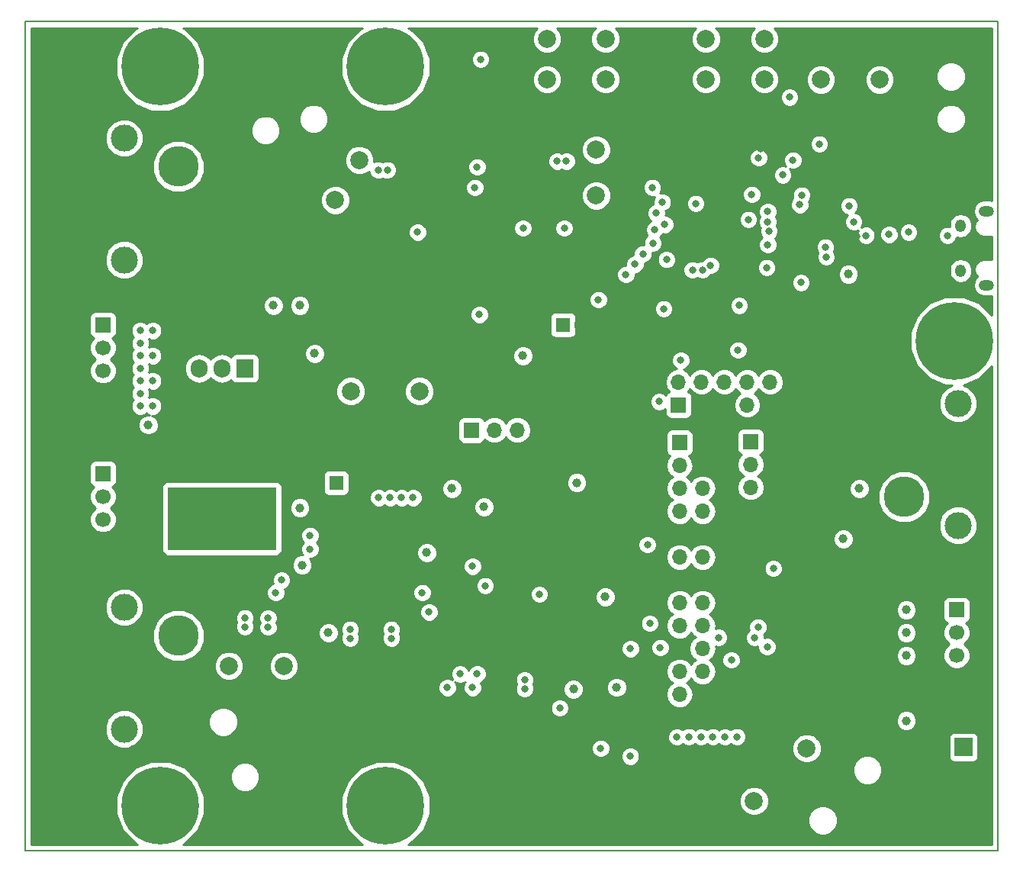
<source format=gbr>
G04 #@! TF.GenerationSoftware,KiCad,Pcbnew,5.0.1*
G04 #@! TF.CreationDate,2019-03-15T16:12:09-04:00*
G04 #@! TF.ProjectId,nu.ai_motor_controller,6E752E61695F6D6F746F725F636F6E74,rev?*
G04 #@! TF.SameCoordinates,Original*
G04 #@! TF.FileFunction,Copper,L2,Inr,Signal*
G04 #@! TF.FilePolarity,Positive*
%FSLAX46Y46*%
G04 Gerber Fmt 4.6, Leading zero omitted, Abs format (unit mm)*
G04 Created by KiCad (PCBNEW 5.0.1) date Fri Mar 15 16:12:09 2019*
%MOMM*%
%LPD*%
G01*
G04 APERTURE LIST*
G04 #@! TA.AperFunction,NonConductor*
%ADD10C,0.150000*%
G04 #@! TD*
G04 #@! TA.AperFunction,ViaPad*
%ADD11C,1.600000*%
G04 #@! TD*
G04 #@! TA.AperFunction,ViaPad*
%ADD12R,1.600000X1.600000*%
G04 #@! TD*
G04 #@! TA.AperFunction,ViaPad*
%ADD13O,1.700000X1.700000*%
G04 #@! TD*
G04 #@! TA.AperFunction,ViaPad*
%ADD14R,1.700000X1.700000*%
G04 #@! TD*
G04 #@! TA.AperFunction,ViaPad*
%ADD15O,1.200000X1.400000*%
G04 #@! TD*
G04 #@! TA.AperFunction,ViaPad*
%ADD16O,1.700000X1.200000*%
G04 #@! TD*
G04 #@! TA.AperFunction,ViaPad*
%ADD17C,4.500000*%
G04 #@! TD*
G04 #@! TA.AperFunction,ViaPad*
%ADD18C,3.000000*%
G04 #@! TD*
G04 #@! TA.AperFunction,ViaPad*
%ADD19C,2.000000*%
G04 #@! TD*
G04 #@! TA.AperFunction,ViaPad*
%ADD20R,2.000000X2.000000*%
G04 #@! TD*
G04 #@! TA.AperFunction,ViaPad*
%ADD21C,1.700000*%
G04 #@! TD*
G04 #@! TA.AperFunction,ViaPad*
%ADD22C,1.000000*%
G04 #@! TD*
G04 #@! TA.AperFunction,ViaPad*
%ADD23O,1.905000X2.000000*%
G04 #@! TD*
G04 #@! TA.AperFunction,ViaPad*
%ADD24R,1.905000X2.000000*%
G04 #@! TD*
G04 #@! TA.AperFunction,ViaPad*
%ADD25R,12.000000X7.000000*%
G04 #@! TD*
G04 #@! TA.AperFunction,ViaPad*
%ADD26C,8.600000*%
G04 #@! TD*
G04 #@! TA.AperFunction,ViaPad*
%ADD27C,0.800000*%
G04 #@! TD*
G04 #@! TA.AperFunction,Conductor*
%ADD28C,0.254000*%
G04 #@! TD*
G04 APERTURE END LIST*
D10*
X182970000Y-134900000D02*
X74970000Y-134900000D01*
X182970000Y-42900000D02*
X182970000Y-134900000D01*
X74970000Y-42900000D02*
X182970000Y-42900000D01*
X74970000Y-134900000D02*
X74970000Y-42900000D01*
D11*
G04 #@! TO.N,GND*
G04 #@! TO.C,C23*
X107496000Y-94086000D03*
D12*
G04 #@! TO.N,+5V*
X109496000Y-94086000D03*
G04 #@! TD*
D13*
G04 #@! TO.N,GND*
G04 #@! TO.C,J9*
X150154907Y-117558219D03*
G04 #@! TO.N,I2C_SCL*
X147614907Y-117558219D03*
G04 #@! TO.N,SPI_MISO*
X150154907Y-115018219D03*
G04 #@! TO.N,I2C_SDA*
X147614907Y-115018219D03*
G04 #@! TO.N,SPI_MOSI*
X150154907Y-112478219D03*
G04 #@! TO.N,GND*
X147614907Y-112478219D03*
G04 #@! TO.N,SPI_SCK*
X150154907Y-109938219D03*
G04 #@! TO.N,USART_RX*
X147614907Y-109938219D03*
G04 #@! TO.N,SPI_SSn*
X150154907Y-107398219D03*
G04 #@! TO.N,USART_TX*
X147614907Y-107398219D03*
G04 #@! TO.N,GND*
X150154907Y-104858219D03*
X147614907Y-104858219D03*
G04 #@! TO.N,PWM_4A*
X150154907Y-102318219D03*
G04 #@! TO.N,PWM_4D*
X147614907Y-102318219D03*
G04 #@! TO.N,GND*
X150154907Y-99778219D03*
X147614907Y-99778219D03*
G04 #@! TO.N,+1V8*
X150154907Y-97238219D03*
X147614907Y-97238219D03*
G04 #@! TO.N,+3V3*
X150154907Y-94698219D03*
X147614907Y-94698219D03*
G04 #@! TO.N,GND*
X150154907Y-92158219D03*
G04 #@! TO.N,+5V*
X147614907Y-92158219D03*
G04 #@! TO.N,GND*
X150154907Y-89618219D03*
D14*
G04 #@! TO.N,+5V*
X147614907Y-89618219D03*
G04 #@! TD*
D13*
G04 #@! TO.N,/microcontroller/uC_RSTn*
G04 #@! TO.C,J10*
X157661000Y-82910000D03*
G04 #@! TO.N,GND*
X157661000Y-85450000D03*
G04 #@! TO.N,JTAG_TDI*
X155121000Y-82910000D03*
G04 #@! TO.N,N/C*
X155121000Y-85450000D03*
G04 #@! TO.N,JTAG_TDO*
X152581000Y-82910000D03*
G04 #@! TO.N,GND*
X152581000Y-85450000D03*
G04 #@! TO.N,JTAG_TCK*
X150041000Y-82910000D03*
G04 #@! TO.N,GND*
X150041000Y-85450000D03*
G04 #@! TO.N,JTAG_TMS*
X147501000Y-82910000D03*
D14*
G04 #@! TO.N,VDD_uC*
X147501000Y-85450000D03*
G04 #@! TD*
D15*
G04 #@! TO.N,Net-(C21-Pad1)*
G04 #@! TO.C,J11*
X178795509Y-70538090D03*
X178795509Y-65538090D03*
D16*
X181695509Y-72138090D03*
X181695509Y-63938091D03*
G04 #@! TD*
D17*
G04 #@! TO.N,/battery/TAP_2*
G04 #@! TO.C,J12*
X91970000Y-111060000D03*
G04 #@! TO.N,GND*
X91970000Y-118260000D03*
D18*
G04 #@! TO.N,*
X85970000Y-107910000D03*
X85970000Y-121410000D03*
G04 #@! TD*
D19*
G04 #@! TO.N,GND*
G04 #@! TO.C,J14*
X179124000Y-128423000D03*
D20*
G04 #@! TO.N,VDD_BAT*
X179124000Y-123423000D03*
G04 #@! TD*
D17*
G04 #@! TO.N,/battery/TAP_2*
G04 #@! TO.C,J15*
X91970000Y-58990000D03*
G04 #@! TO.N,GND*
X91970000Y-66190000D03*
D18*
G04 #@! TO.N,*
X85970000Y-55840000D03*
X85970000Y-69340000D03*
G04 #@! TD*
D17*
G04 #@! TO.N,GND*
G04 #@! TO.C,J18*
X172520000Y-88454000D03*
G04 #@! TO.N,/battery/TAP_2*
X172520000Y-95654000D03*
D18*
G04 #@! TO.N,*
X178520000Y-85304000D03*
X178520000Y-98804000D03*
G04 #@! TD*
D13*
G04 #@! TO.N,+3V3*
G04 #@! TO.C,JP1*
X155502000Y-94594000D03*
G04 #@! TO.N,Net-(C27-Pad1)*
X155502000Y-92054000D03*
D14*
G04 #@! TO.N,+5V*
X155502000Y-89514000D03*
G04 #@! TD*
D13*
G04 #@! TO.N,+3V3*
G04 #@! TO.C,JP2*
X129594000Y-88244000D03*
G04 #@! TO.N,VDD_uC*
X127054000Y-88244000D03*
D14*
G04 #@! TO.N,+5V*
X124514000Y-88244000D03*
G04 #@! TD*
D19*
G04 #@! TO.N,/microcontroller/uC_RSTn*
G04 #@! TO.C,SW1*
X163301000Y-49346000D03*
X169801000Y-49346000D03*
G04 #@! TO.N,GND*
X163301000Y-44846000D03*
X169801000Y-44846000D03*
G04 #@! TD*
G04 #@! TO.N,Net-(D8-Pad1)*
G04 #@! TO.C,SW2*
X139396000Y-44810000D03*
X132896000Y-44810000D03*
G04 #@! TO.N,Net-(D8-Pad6)*
X139396000Y-49310000D03*
X132896000Y-49310000D03*
G04 #@! TD*
G04 #@! TO.N,RST_TVS*
G04 #@! TO.C,SW3*
X157026000Y-44810000D03*
X150526000Y-44810000D03*
G04 #@! TO.N,Net-(R22-Pad2)*
X157026000Y-49310000D03*
X150526000Y-49310000D03*
G04 #@! TD*
D21*
G04 #@! TO.N,GND*
G04 #@! TO.C,J13*
X83620000Y-100690000D03*
G04 #@! TO.N,/battery/TAP_0*
X83620000Y-98150000D03*
G04 #@! TO.N,/battery/TAP_1*
X83620000Y-95610000D03*
D14*
G04 #@! TO.N,/battery/TAP_2*
X83620000Y-93070000D03*
G04 #@! TD*
D21*
G04 #@! TO.N,GND*
G04 #@! TO.C,J16*
X83620000Y-84180000D03*
G04 #@! TO.N,/battery/TAP_0*
X83620000Y-81640000D03*
G04 #@! TO.N,/battery/TAP_1*
X83620000Y-79100000D03*
D14*
G04 #@! TO.N,/battery/TAP_2*
X83620000Y-76560000D03*
G04 #@! TD*
D21*
G04 #@! TO.N,GND*
G04 #@! TO.C,J17*
X178362000Y-115803000D03*
G04 #@! TO.N,/battery/TAP_0*
X178362000Y-113263000D03*
G04 #@! TO.N,/battery/TAP_1*
X178362000Y-110723000D03*
D14*
G04 #@! TO.N,/battery/TAP_2*
X178362000Y-108183000D03*
G04 #@! TD*
D19*
G04 #@! TO.N,Net-(BZ1-Pad2)*
G04 #@! TO.C,BZ1*
X118727505Y-83920755D03*
G04 #@! TO.N,VDD_BAT*
X111107505Y-83920755D03*
G04 #@! TD*
D22*
G04 #@! TO.N,VDD_BAT*
G04 #@! TO.C,Q1*
X93272000Y-99293000D03*
X93272000Y-96245000D03*
X100384000Y-96245000D03*
X100384000Y-99293000D03*
D23*
G04 #@! TO.N,Net-(D8-Pad6)*
X94288000Y-81386000D03*
G04 #@! TO.N,VDD_BAT*
X96828000Y-81386000D03*
D24*
G04 #@! TO.N,Net-(D8-Pad1)*
X99368000Y-81386000D03*
D25*
G04 #@! TO.N,VDD_BAT*
X96828000Y-98046000D03*
G04 #@! TD*
D11*
G04 #@! TO.N,GND*
G04 #@! TO.C,C32*
X136674000Y-76560000D03*
D12*
G04 #@! TO.N,VDD_uC*
X134674000Y-76560000D03*
G04 #@! TD*
D22*
G04 #@! TO.N,/battery/TAP_2*
G04 #@! TO.C,TP1*
X172774000Y-108183000D03*
G04 #@! TD*
G04 #@! TO.N,/battery/TAP_1*
G04 #@! TO.C,TP2*
X172774000Y-110723000D03*
G04 #@! TD*
G04 #@! TO.N,/battery/TAP_0*
G04 #@! TO.C,TP3*
X172774000Y-113263000D03*
G04 #@! TD*
G04 #@! TO.N,GND*
G04 #@! TO.C,TP4*
X172774000Y-115803000D03*
G04 #@! TD*
G04 #@! TO.N,SNS_2*
G04 #@! TO.C,TP5*
X139344400Y-106730800D03*
G04 #@! TD*
G04 #@! TO.N,SNS_1*
G04 #@! TO.C,TP6*
X140614400Y-116789200D03*
G04 #@! TD*
G04 #@! TO.N,SNS_0*
G04 #@! TO.C,TP7*
X135839200Y-116992400D03*
G04 #@! TD*
G04 #@! TO.N,VDD_BAT*
G04 #@! TO.C,TP8*
X108639000Y-110723000D03*
G04 #@! TD*
G04 #@! TO.N,+5V*
G04 #@! TO.C,TP9*
X122355000Y-94721000D03*
G04 #@! TD*
G04 #@! TO.N,Net-(C3-Pad2)*
G04 #@! TO.C,TP10*
X119561000Y-101833000D03*
G04 #@! TD*
G04 #@! TO.N,Net-(C4-Pad2)*
G04 #@! TO.C,TP11*
X105464000Y-96880000D03*
G04 #@! TD*
G04 #@! TO.N,+3V3*
G04 #@! TO.C,TP12*
X136198000Y-94086000D03*
G04 #@! TD*
G04 #@! TO.N,+1V8*
G04 #@! TO.C,TP13*
X165789000Y-100309000D03*
G04 #@! TD*
G04 #@! TO.N,+5V*
G04 #@! TO.C,TP14*
X105718000Y-103230000D03*
G04 #@! TD*
G04 #@! TO.N,Net-(R3-Pad2)*
G04 #@! TO.C,TP16*
X125911000Y-96753000D03*
G04 #@! TD*
G04 #@! TO.N,Net-(R4-Pad2)*
G04 #@! TO.C,TP17*
X167567000Y-94721000D03*
G04 #@! TD*
G04 #@! TO.N,VDD_uC*
G04 #@! TO.C,TP34*
X130229000Y-79989000D03*
G04 #@! TD*
G04 #@! TO.N,/microcontroller/VBUS*
G04 #@! TO.C,TP35*
X166344600Y-70942200D03*
G04 #@! TD*
G04 #@! TO.N,VDD_BAT*
G04 #@! TO.C,TP52*
X172774000Y-120502000D03*
G04 #@! TD*
G04 #@! TO.N,/battery/TAP_2*
G04 #@! TO.C,TP53*
X88636500Y-87672500D03*
G04 #@! TD*
G04 #@! TO.N,Net-(D8-Pad6)*
G04 #@! TO.C,TP54*
X102543000Y-74401000D03*
G04 #@! TD*
G04 #@! TO.N,Net-(D8-Pad1)*
G04 #@! TO.C,TP55*
X105464000Y-74401000D03*
G04 #@! TD*
G04 #@! TO.N,RST_TVS*
G04 #@! TO.C,TP56*
X107115000Y-79735000D03*
G04 #@! TD*
D19*
G04 #@! TO.N,Net-(J1-Pad1)*
G04 #@! TO.C,J1*
X109401000Y-62717000D03*
G04 #@! TD*
G04 #@! TO.N,Net-(J2-Pad1)*
G04 #@! TO.C,J2*
X112068000Y-58272000D03*
G04 #@! TD*
G04 #@! TO.N,Net-(J3-Pad1)*
G04 #@! TO.C,J3*
X138357000Y-62209000D03*
G04 #@! TD*
G04 #@! TO.N,Net-(J4-Pad1)*
G04 #@! TO.C,J4*
X138357000Y-57129000D03*
G04 #@! TD*
G04 #@! TO.N,Net-(J5-Pad1)*
G04 #@! TO.C,J5*
X103686000Y-114406000D03*
G04 #@! TD*
G04 #@! TO.N,Net-(J6-Pad1)*
G04 #@! TO.C,J6*
X97590000Y-114406000D03*
G04 #@! TD*
G04 #@! TO.N,Net-(J7-Pad1)*
G04 #@! TO.C,J7*
X161725000Y-123550000D03*
G04 #@! TD*
G04 #@! TO.N,Net-(J8-Pad1)*
G04 #@! TO.C,J8*
X155883000Y-129392000D03*
G04 #@! TD*
D26*
G04 #@! TO.N,Net-(MH1-Pad1)*
G04 #@! TO.C,MH1*
X89970000Y-47900000D03*
G04 #@! TD*
G04 #@! TO.N,Net-(MH2-Pad1)*
G04 #@! TO.C,MH2*
X89970000Y-129900000D03*
G04 #@! TD*
G04 #@! TO.N,Net-(MH3-Pad1)*
G04 #@! TO.C,MH3*
X114970000Y-129900000D03*
G04 #@! TD*
G04 #@! TO.N,Net-(MH4-Pad1)*
G04 #@! TO.C,MH4*
X114970000Y-47900000D03*
G04 #@! TD*
G04 #@! TO.N,Net-(MH5-Pad1)*
G04 #@! TO.C,MH5*
X178108000Y-78338000D03*
G04 #@! TD*
D27*
G04 #@! TO.N,VDD_BAT*
X115624000Y-110342000D03*
X115624000Y-111358000D03*
X111052000Y-111358000D03*
X111052000Y-110342000D03*
X115184546Y-59374295D03*
X114168546Y-59374295D03*
X130230423Y-65815049D03*
X130424959Y-116952015D03*
X130424959Y-115936015D03*
X99368000Y-109072000D03*
X99368000Y-110088000D03*
X101944362Y-110100837D03*
X101944362Y-109084837D03*
X135055000Y-58399000D03*
X134039000Y-58399000D03*
X152654000Y-122301000D03*
X151311000Y-122280000D03*
X153978000Y-122280000D03*
X149987000Y-122301000D03*
X123244000Y-115295000D03*
X125149000Y-115295000D03*
X121847000Y-116819000D03*
X124641000Y-116819000D03*
X148644000Y-122280000D03*
X147320000Y-122301000D03*
G04 #@! TO.N,GND*
X152708000Y-69702000D03*
X149660000Y-66400000D03*
X156264000Y-68940000D03*
X155488907Y-103588219D03*
X143804907Y-112478219D03*
X113393505Y-71728755D03*
X112576000Y-113390000D03*
X114100000Y-113390000D03*
X109020000Y-104754000D03*
X110544000Y-104754000D03*
X109020000Y-106278000D03*
X110544000Y-106278000D03*
X121026546Y-60898295D03*
X121026546Y-59882295D03*
X112136546Y-60644295D03*
X126927000Y-67670000D03*
X122355000Y-67670000D03*
X122863000Y-77576000D03*
X124641000Y-77576000D03*
X126419000Y-77576000D03*
X138866423Y-65815049D03*
X129646808Y-110340815D03*
X128630808Y-110340815D03*
X129138808Y-118976815D03*
X100638000Y-112120000D03*
X101146000Y-103484000D03*
X100130000Y-103484000D03*
X98352000Y-129900000D03*
X106734000Y-129900000D03*
X98352000Y-47858000D03*
X106734000Y-47858000D03*
X128324000Y-44556000D03*
X128324000Y-49636000D03*
X128451000Y-60177000D03*
X128451000Y-59161000D03*
X137087000Y-59669000D03*
X107750000Y-104119000D03*
X167845653Y-90778564D03*
X158447653Y-100049564D03*
X158193653Y-94969564D03*
X128070000Y-108056000D03*
X128070000Y-106278000D03*
X128070000Y-104500000D03*
X118291000Y-108564000D03*
X118291000Y-103992000D03*
X110925000Y-97261000D03*
X110925000Y-98912000D03*
X154105000Y-64495000D03*
X138357000Y-103738000D03*
X128959000Y-94340000D03*
X104448000Y-77068000D03*
X173663000Y-63479000D03*
X173663000Y-65003000D03*
X170107000Y-58526000D03*
X162614000Y-71861000D03*
X174298000Y-68686000D03*
X146104000Y-61447000D03*
X167313000Y-66781000D03*
X148849653Y-79432653D03*
X147628000Y-75417000D03*
X145723000Y-73258000D03*
X150168000Y-73512000D03*
X120450000Y-106278000D03*
X159185000Y-52430000D03*
X162868000Y-51668000D03*
X156645000Y-57002000D03*
X156899000Y-55351000D03*
X151946000Y-53573000D03*
X148390000Y-55351000D03*
X124641000Y-68432000D03*
X152327000Y-62844000D03*
X153343000Y-70337000D03*
X157153000Y-73385000D03*
X157026000Y-75417000D03*
X163122000Y-64114000D03*
X154232000Y-61955000D03*
X173028000Y-80243000D03*
X131054500Y-105389000D03*
X135737600Y-127203200D03*
X145288000Y-126441200D03*
X137261600Y-119024400D03*
X141427200Y-118465600D03*
X132435600Y-112776000D03*
X137769600Y-108712000D03*
X142697200Y-103733600D03*
X153060400Y-108661200D03*
G04 #@! TO.N,+5V*
X106607000Y-101452000D03*
X106607000Y-99928000D03*
X114227000Y-95737000D03*
X115497000Y-95737000D03*
X116767000Y-95737000D03*
X118037000Y-95737000D03*
X170869000Y-66527000D03*
G04 #@! TO.N,VDD_uC*
X155629000Y-62082000D03*
X158028907Y-103588219D03*
X144312907Y-109684219D03*
X153355307Y-113748219D03*
X154105000Y-79354000D03*
X163122000Y-56494000D03*
X160201000Y-58272000D03*
X156391000Y-58018000D03*
X161090000Y-71861000D03*
X125403000Y-75417000D03*
X145342000Y-85069000D03*
X151057000Y-69956000D03*
X149028865Y-70464134D03*
X126038000Y-105516000D03*
G04 #@! TO.N,/microcontroller/uC_AVCC*
X149406000Y-63098000D03*
X157280000Y-70210000D03*
G04 #@! TO.N,/microcontroller/VBUS*
X166424000Y-63352000D03*
X168300846Y-66625548D03*
G04 #@! TO.N,Net-(C20-Pad1)*
X157534000Y-66146000D03*
G04 #@! TO.N,RST_TVS*
X159820000Y-51287000D03*
G04 #@! TO.N,/microcontroller/uC_RSTn*
X157407000Y-67670000D03*
G04 #@! TO.N,SPI_MOSI*
X160963000Y-63225000D03*
X151942800Y-111252000D03*
G04 #@! TO.N,SPI_SSn*
X157407000Y-65130000D03*
X156311600Y-110083600D03*
G04 #@! TO.N,SPI_MISO*
X161163000Y-62168346D03*
X157327600Y-112268000D03*
G04 #@! TO.N,SPI_SCK*
X157407000Y-63987000D03*
X155956000Y-111252000D03*
G04 #@! TO.N,JTAG_TCK*
X147755000Y-80497000D03*
G04 #@! TO.N,USART_RX*
X143523154Y-68686000D03*
G04 #@! TO.N,I2C_SCL*
X141659000Y-70972000D03*
X142167000Y-112501000D03*
G04 #@! TO.N,USART_TX*
X144648153Y-67484153D03*
G04 #@! TO.N,I2C_SDA*
X142675000Y-69829000D03*
X145469000Y-112374000D03*
G04 #@! TO.N,PWM_4A*
X150168000Y-70464000D03*
G04 #@! TO.N,PWM_4D*
X145977000Y-65421000D03*
G04 #@! TO.N,/microcontroller/M_USB_D+*
X163804600Y-67919600D03*
G04 #@! TO.N,/microcontroller/M_USB_D-*
X163880800Y-69037200D03*
G04 #@! TO.N,Net-(D7-Pad1)*
X134802423Y-65815049D03*
G04 #@! TO.N,Net-(D8-Pad1)*
X125530000Y-47096000D03*
G04 #@! TO.N,/microcontroller/UGND*
X177346000Y-66654000D03*
X173028000Y-66273000D03*
X166932000Y-65130000D03*
G04 #@! TO.N,/battery/TAP_2*
X87747500Y-81386000D03*
X89144500Y-77195000D03*
X87747500Y-77195000D03*
X87747500Y-79989000D03*
X89144500Y-79989000D03*
X87747500Y-78592000D03*
X87747500Y-82783000D03*
X89144500Y-82783000D03*
X87747500Y-84180000D03*
X87747500Y-85577000D03*
X89144500Y-85577000D03*
X134315200Y-119075200D03*
G04 #@! TO.N,/battery/TAP_1*
X138865000Y-123550000D03*
G04 #@! TO.N,/battery/TAP_0*
X142138400Y-124439000D03*
G04 #@! TO.N,Net-(Q3-Pad1)*
X118545000Y-66273000D03*
X159058000Y-59923000D03*
G04 #@! TO.N,Net-(R7-Pad1)*
X124895000Y-61320000D03*
G04 #@! TO.N,Net-(R8-Pad1)*
X125149000Y-59034000D03*
G04 #@! TO.N,R_DIR*
X154232000Y-74401000D03*
X145850000Y-74782000D03*
G04 #@! TO.N,Net-(R11-Pad1)*
X119053000Y-106278000D03*
X103432000Y-104881000D03*
G04 #@! TO.N,Net-(R12-Pad1)*
X102797000Y-106278000D03*
X119815000Y-108437000D03*
G04 #@! TO.N,RESETn*
X155248000Y-64876000D03*
G04 #@! TO.N,L_MOTOR*
X138611000Y-73766000D03*
X132054600Y-106452085D03*
G04 #@! TO.N,L_DIR*
X124641000Y-103357000D03*
X144580000Y-61320000D03*
G04 #@! TO.N,SNS_EN*
X146166637Y-69306237D03*
X144048053Y-100960347D03*
G04 #@! TO.N,SNS_2*
X144830800Y-65989200D03*
G04 #@! TO.N,SNS_1*
X145034000Y-64160400D03*
G04 #@! TO.N,SNS_0*
X145694400Y-62941200D03*
G04 #@! TD*
D28*
G04 #@! TO.N,GND*
G36*
X87174547Y-43716309D02*
X85786309Y-45104547D01*
X85035000Y-46918368D01*
X85035000Y-48881632D01*
X85786309Y-50695453D01*
X87174547Y-52083691D01*
X88988368Y-52835000D01*
X90951632Y-52835000D01*
X92765453Y-52083691D01*
X94153691Y-50695453D01*
X94905000Y-48881632D01*
X94905000Y-46918368D01*
X94153691Y-45104547D01*
X92765453Y-43716309D01*
X92508800Y-43610000D01*
X112431200Y-43610000D01*
X112174547Y-43716309D01*
X110786309Y-45104547D01*
X110035000Y-46918368D01*
X110035000Y-48881632D01*
X110786309Y-50695453D01*
X112174547Y-52083691D01*
X113988368Y-52835000D01*
X115951632Y-52835000D01*
X117765453Y-52083691D01*
X118768018Y-51081126D01*
X158785000Y-51081126D01*
X158785000Y-51492874D01*
X158942569Y-51873280D01*
X159233720Y-52164431D01*
X159614126Y-52322000D01*
X160025874Y-52322000D01*
X160406280Y-52164431D01*
X160697431Y-51873280D01*
X160855000Y-51492874D01*
X160855000Y-51081126D01*
X160697431Y-50700720D01*
X160406280Y-50409569D01*
X160025874Y-50252000D01*
X159614126Y-50252000D01*
X159233720Y-50409569D01*
X158942569Y-50700720D01*
X158785000Y-51081126D01*
X118768018Y-51081126D01*
X119153691Y-50695453D01*
X119862275Y-48984778D01*
X131261000Y-48984778D01*
X131261000Y-49635222D01*
X131509914Y-50236153D01*
X131969847Y-50696086D01*
X132570778Y-50945000D01*
X133221222Y-50945000D01*
X133822153Y-50696086D01*
X134282086Y-50236153D01*
X134531000Y-49635222D01*
X134531000Y-48984778D01*
X137761000Y-48984778D01*
X137761000Y-49635222D01*
X138009914Y-50236153D01*
X138469847Y-50696086D01*
X139070778Y-50945000D01*
X139721222Y-50945000D01*
X140322153Y-50696086D01*
X140782086Y-50236153D01*
X141031000Y-49635222D01*
X141031000Y-48984778D01*
X148891000Y-48984778D01*
X148891000Y-49635222D01*
X149139914Y-50236153D01*
X149599847Y-50696086D01*
X150200778Y-50945000D01*
X150851222Y-50945000D01*
X151452153Y-50696086D01*
X151912086Y-50236153D01*
X152161000Y-49635222D01*
X152161000Y-48984778D01*
X155391000Y-48984778D01*
X155391000Y-49635222D01*
X155639914Y-50236153D01*
X156099847Y-50696086D01*
X156700778Y-50945000D01*
X157351222Y-50945000D01*
X157952153Y-50696086D01*
X158412086Y-50236153D01*
X158661000Y-49635222D01*
X158661000Y-49020778D01*
X161666000Y-49020778D01*
X161666000Y-49671222D01*
X161914914Y-50272153D01*
X162374847Y-50732086D01*
X162975778Y-50981000D01*
X163626222Y-50981000D01*
X164227153Y-50732086D01*
X164687086Y-50272153D01*
X164936000Y-49671222D01*
X164936000Y-49020778D01*
X168166000Y-49020778D01*
X168166000Y-49671222D01*
X168414914Y-50272153D01*
X168874847Y-50732086D01*
X169475778Y-50981000D01*
X170126222Y-50981000D01*
X170727153Y-50732086D01*
X171187086Y-50272153D01*
X171436000Y-49671222D01*
X171436000Y-49020778D01*
X171293097Y-48675778D01*
X176092000Y-48675778D01*
X176092000Y-49326222D01*
X176340914Y-49927153D01*
X176800847Y-50387086D01*
X177401778Y-50636000D01*
X178052222Y-50636000D01*
X178653153Y-50387086D01*
X179113086Y-49927153D01*
X179362000Y-49326222D01*
X179362000Y-48675778D01*
X179113086Y-48074847D01*
X178653153Y-47614914D01*
X178052222Y-47366000D01*
X177401778Y-47366000D01*
X176800847Y-47614914D01*
X176340914Y-48074847D01*
X176092000Y-48675778D01*
X171293097Y-48675778D01*
X171187086Y-48419847D01*
X170727153Y-47959914D01*
X170126222Y-47711000D01*
X169475778Y-47711000D01*
X168874847Y-47959914D01*
X168414914Y-48419847D01*
X168166000Y-49020778D01*
X164936000Y-49020778D01*
X164687086Y-48419847D01*
X164227153Y-47959914D01*
X163626222Y-47711000D01*
X162975778Y-47711000D01*
X162374847Y-47959914D01*
X161914914Y-48419847D01*
X161666000Y-49020778D01*
X158661000Y-49020778D01*
X158661000Y-48984778D01*
X158412086Y-48383847D01*
X157952153Y-47923914D01*
X157351222Y-47675000D01*
X156700778Y-47675000D01*
X156099847Y-47923914D01*
X155639914Y-48383847D01*
X155391000Y-48984778D01*
X152161000Y-48984778D01*
X151912086Y-48383847D01*
X151452153Y-47923914D01*
X150851222Y-47675000D01*
X150200778Y-47675000D01*
X149599847Y-47923914D01*
X149139914Y-48383847D01*
X148891000Y-48984778D01*
X141031000Y-48984778D01*
X140782086Y-48383847D01*
X140322153Y-47923914D01*
X139721222Y-47675000D01*
X139070778Y-47675000D01*
X138469847Y-47923914D01*
X138009914Y-48383847D01*
X137761000Y-48984778D01*
X134531000Y-48984778D01*
X134282086Y-48383847D01*
X133822153Y-47923914D01*
X133221222Y-47675000D01*
X132570778Y-47675000D01*
X131969847Y-47923914D01*
X131509914Y-48383847D01*
X131261000Y-48984778D01*
X119862275Y-48984778D01*
X119905000Y-48881632D01*
X119905000Y-46918368D01*
X119893302Y-46890126D01*
X124495000Y-46890126D01*
X124495000Y-47301874D01*
X124652569Y-47682280D01*
X124943720Y-47973431D01*
X125324126Y-48131000D01*
X125735874Y-48131000D01*
X126116280Y-47973431D01*
X126407431Y-47682280D01*
X126565000Y-47301874D01*
X126565000Y-46890126D01*
X126407431Y-46509720D01*
X126116280Y-46218569D01*
X125735874Y-46061000D01*
X125324126Y-46061000D01*
X124943720Y-46218569D01*
X124652569Y-46509720D01*
X124495000Y-46890126D01*
X119893302Y-46890126D01*
X119153691Y-45104547D01*
X117765453Y-43716309D01*
X117508800Y-43610000D01*
X131783761Y-43610000D01*
X131509914Y-43883847D01*
X131261000Y-44484778D01*
X131261000Y-45135222D01*
X131509914Y-45736153D01*
X131969847Y-46196086D01*
X132570778Y-46445000D01*
X133221222Y-46445000D01*
X133822153Y-46196086D01*
X134282086Y-45736153D01*
X134531000Y-45135222D01*
X134531000Y-44484778D01*
X134282086Y-43883847D01*
X134008239Y-43610000D01*
X138283761Y-43610000D01*
X138009914Y-43883847D01*
X137761000Y-44484778D01*
X137761000Y-45135222D01*
X138009914Y-45736153D01*
X138469847Y-46196086D01*
X139070778Y-46445000D01*
X139721222Y-46445000D01*
X140322153Y-46196086D01*
X140782086Y-45736153D01*
X141031000Y-45135222D01*
X141031000Y-44484778D01*
X140782086Y-43883847D01*
X140508239Y-43610000D01*
X149413761Y-43610000D01*
X149139914Y-43883847D01*
X148891000Y-44484778D01*
X148891000Y-45135222D01*
X149139914Y-45736153D01*
X149599847Y-46196086D01*
X150200778Y-46445000D01*
X150851222Y-46445000D01*
X151452153Y-46196086D01*
X151912086Y-45736153D01*
X152161000Y-45135222D01*
X152161000Y-44484778D01*
X151912086Y-43883847D01*
X151638239Y-43610000D01*
X155913761Y-43610000D01*
X155639914Y-43883847D01*
X155391000Y-44484778D01*
X155391000Y-45135222D01*
X155639914Y-45736153D01*
X156099847Y-46196086D01*
X156700778Y-46445000D01*
X157351222Y-46445000D01*
X157952153Y-46196086D01*
X158412086Y-45736153D01*
X158661000Y-45135222D01*
X158661000Y-44484778D01*
X158412086Y-43883847D01*
X158138239Y-43610000D01*
X182260000Y-43610000D01*
X182260000Y-62741453D01*
X182067145Y-62703091D01*
X181323873Y-62703091D01*
X180963636Y-62774747D01*
X180555124Y-63047706D01*
X180282165Y-63456218D01*
X180186314Y-63938091D01*
X180282165Y-64419964D01*
X180555124Y-64828476D01*
X180623387Y-64874088D01*
X180613268Y-64880849D01*
X180373462Y-65239744D01*
X180289253Y-65663090D01*
X180373462Y-66086436D01*
X180613268Y-66445331D01*
X180972163Y-66685137D01*
X181288648Y-66748090D01*
X182260000Y-66748090D01*
X182260000Y-69328090D01*
X181288648Y-69328090D01*
X180972163Y-69391043D01*
X180613268Y-69630849D01*
X180373462Y-69989744D01*
X180289253Y-70413090D01*
X180373462Y-70836436D01*
X180613268Y-71195331D01*
X180623388Y-71202093D01*
X180555124Y-71247705D01*
X180282165Y-71656217D01*
X180186314Y-72138090D01*
X180282165Y-72619963D01*
X180555124Y-73028475D01*
X180963636Y-73301434D01*
X181323873Y-73373090D01*
X182067145Y-73373090D01*
X182260000Y-73334728D01*
X182260000Y-75510856D01*
X180903453Y-74154309D01*
X179089632Y-73403000D01*
X177126368Y-73403000D01*
X175312547Y-74154309D01*
X173924309Y-75542547D01*
X173173000Y-77356368D01*
X173173000Y-79319632D01*
X173924309Y-81133453D01*
X175312547Y-82521691D01*
X177126368Y-83273000D01*
X177844244Y-83273000D01*
X177310620Y-83494034D01*
X176710034Y-84094620D01*
X176385000Y-84879322D01*
X176385000Y-85728678D01*
X176710034Y-86513380D01*
X177310620Y-87113966D01*
X178095322Y-87439000D01*
X178944678Y-87439000D01*
X179729380Y-87113966D01*
X180329966Y-86513380D01*
X180655000Y-85728678D01*
X180655000Y-84879322D01*
X180329966Y-84094620D01*
X179729380Y-83494034D01*
X179142694Y-83251021D01*
X180903453Y-82521691D01*
X182260000Y-81165144D01*
X182260001Y-134190000D01*
X117508800Y-134190000D01*
X117765453Y-134083691D01*
X119153691Y-132695453D01*
X119762450Y-131225778D01*
X161868000Y-131225778D01*
X161868000Y-131876222D01*
X162116914Y-132477153D01*
X162576847Y-132937086D01*
X163177778Y-133186000D01*
X163828222Y-133186000D01*
X164429153Y-132937086D01*
X164889086Y-132477153D01*
X165138000Y-131876222D01*
X165138000Y-131225778D01*
X164889086Y-130624847D01*
X164429153Y-130164914D01*
X163828222Y-129916000D01*
X163177778Y-129916000D01*
X162576847Y-130164914D01*
X162116914Y-130624847D01*
X161868000Y-131225778D01*
X119762450Y-131225778D01*
X119905000Y-130881632D01*
X119905000Y-129066778D01*
X154248000Y-129066778D01*
X154248000Y-129717222D01*
X154496914Y-130318153D01*
X154956847Y-130778086D01*
X155557778Y-131027000D01*
X156208222Y-131027000D01*
X156809153Y-130778086D01*
X157269086Y-130318153D01*
X157518000Y-129717222D01*
X157518000Y-129066778D01*
X157269086Y-128465847D01*
X156809153Y-128005914D01*
X156208222Y-127757000D01*
X155557778Y-127757000D01*
X154956847Y-128005914D01*
X154496914Y-128465847D01*
X154248000Y-129066778D01*
X119905000Y-129066778D01*
X119905000Y-128918368D01*
X119153691Y-127104547D01*
X117765453Y-125716309D01*
X117575863Y-125637778D01*
X166821000Y-125637778D01*
X166821000Y-126288222D01*
X167069914Y-126889153D01*
X167529847Y-127349086D01*
X168130778Y-127598000D01*
X168781222Y-127598000D01*
X169382153Y-127349086D01*
X169842086Y-126889153D01*
X170091000Y-126288222D01*
X170091000Y-125637778D01*
X169842086Y-125036847D01*
X169382153Y-124576914D01*
X168781222Y-124328000D01*
X168130778Y-124328000D01*
X167529847Y-124576914D01*
X167069914Y-125036847D01*
X166821000Y-125637778D01*
X117575863Y-125637778D01*
X115951632Y-124965000D01*
X113988368Y-124965000D01*
X112174547Y-125716309D01*
X110786309Y-127104547D01*
X110035000Y-128918368D01*
X110035000Y-130881632D01*
X110786309Y-132695453D01*
X112174547Y-134083691D01*
X112431200Y-134190000D01*
X92508800Y-134190000D01*
X92765453Y-134083691D01*
X94153691Y-132695453D01*
X94905000Y-130881632D01*
X94905000Y-128918368D01*
X94153691Y-127104547D01*
X93448922Y-126399778D01*
X97733000Y-126399778D01*
X97733000Y-127050222D01*
X97981914Y-127651153D01*
X98441847Y-128111086D01*
X99042778Y-128360000D01*
X99693222Y-128360000D01*
X100294153Y-128111086D01*
X100754086Y-127651153D01*
X101003000Y-127050222D01*
X101003000Y-126399778D01*
X100754086Y-125798847D01*
X100294153Y-125338914D01*
X99693222Y-125090000D01*
X99042778Y-125090000D01*
X98441847Y-125338914D01*
X97981914Y-125798847D01*
X97733000Y-126399778D01*
X93448922Y-126399778D01*
X92765453Y-125716309D01*
X90951632Y-124965000D01*
X88988368Y-124965000D01*
X87174547Y-125716309D01*
X85786309Y-127104547D01*
X85035000Y-128918368D01*
X85035000Y-130881632D01*
X85786309Y-132695453D01*
X87174547Y-134083691D01*
X87431200Y-134190000D01*
X75680000Y-134190000D01*
X75680000Y-120985322D01*
X83835000Y-120985322D01*
X83835000Y-121834678D01*
X84160034Y-122619380D01*
X84760620Y-123219966D01*
X85545322Y-123545000D01*
X86394678Y-123545000D01*
X86879631Y-123344126D01*
X137830000Y-123344126D01*
X137830000Y-123755874D01*
X137987569Y-124136280D01*
X138278720Y-124427431D01*
X138659126Y-124585000D01*
X139070874Y-124585000D01*
X139451280Y-124427431D01*
X139645585Y-124233126D01*
X141103400Y-124233126D01*
X141103400Y-124644874D01*
X141260969Y-125025280D01*
X141552120Y-125316431D01*
X141932526Y-125474000D01*
X142344274Y-125474000D01*
X142724680Y-125316431D01*
X143015831Y-125025280D01*
X143173400Y-124644874D01*
X143173400Y-124233126D01*
X143015831Y-123852720D01*
X142724680Y-123561569D01*
X142344274Y-123404000D01*
X141932526Y-123404000D01*
X141552120Y-123561569D01*
X141260969Y-123852720D01*
X141103400Y-124233126D01*
X139645585Y-124233126D01*
X139742431Y-124136280D01*
X139900000Y-123755874D01*
X139900000Y-123344126D01*
X139742431Y-122963720D01*
X139451280Y-122672569D01*
X139070874Y-122515000D01*
X138659126Y-122515000D01*
X138278720Y-122672569D01*
X137987569Y-122963720D01*
X137830000Y-123344126D01*
X86879631Y-123344126D01*
X87179380Y-123219966D01*
X87779966Y-122619380D01*
X88105000Y-121834678D01*
X88105000Y-120985322D01*
X87822696Y-120303778D01*
X95320000Y-120303778D01*
X95320000Y-120954222D01*
X95568914Y-121555153D01*
X96028847Y-122015086D01*
X96629778Y-122264000D01*
X97280222Y-122264000D01*
X97687919Y-122095126D01*
X146285000Y-122095126D01*
X146285000Y-122506874D01*
X146442569Y-122887280D01*
X146733720Y-123178431D01*
X147114126Y-123336000D01*
X147525874Y-123336000D01*
X147906280Y-123178431D01*
X147992500Y-123092211D01*
X148057720Y-123157431D01*
X148438126Y-123315000D01*
X148849874Y-123315000D01*
X149230280Y-123157431D01*
X149305000Y-123082711D01*
X149400720Y-123178431D01*
X149781126Y-123336000D01*
X150192874Y-123336000D01*
X150573280Y-123178431D01*
X150659500Y-123092211D01*
X150724720Y-123157431D01*
X151105126Y-123315000D01*
X151516874Y-123315000D01*
X151897280Y-123157431D01*
X151972000Y-123082711D01*
X152067720Y-123178431D01*
X152448126Y-123336000D01*
X152859874Y-123336000D01*
X153240280Y-123178431D01*
X153326500Y-123092211D01*
X153391720Y-123157431D01*
X153772126Y-123315000D01*
X154183874Y-123315000D01*
X154401689Y-123224778D01*
X160090000Y-123224778D01*
X160090000Y-123875222D01*
X160338914Y-124476153D01*
X160798847Y-124936086D01*
X161399778Y-125185000D01*
X162050222Y-125185000D01*
X162651153Y-124936086D01*
X163111086Y-124476153D01*
X163360000Y-123875222D01*
X163360000Y-123224778D01*
X163111086Y-122623847D01*
X162910239Y-122423000D01*
X177476560Y-122423000D01*
X177476560Y-124423000D01*
X177525843Y-124670765D01*
X177666191Y-124880809D01*
X177876235Y-125021157D01*
X178124000Y-125070440D01*
X180124000Y-125070440D01*
X180371765Y-125021157D01*
X180581809Y-124880809D01*
X180722157Y-124670765D01*
X180771440Y-124423000D01*
X180771440Y-122423000D01*
X180722157Y-122175235D01*
X180581809Y-121965191D01*
X180371765Y-121824843D01*
X180124000Y-121775560D01*
X178124000Y-121775560D01*
X177876235Y-121824843D01*
X177666191Y-121965191D01*
X177525843Y-122175235D01*
X177476560Y-122423000D01*
X162910239Y-122423000D01*
X162651153Y-122163914D01*
X162050222Y-121915000D01*
X161399778Y-121915000D01*
X160798847Y-122163914D01*
X160338914Y-122623847D01*
X160090000Y-123224778D01*
X154401689Y-123224778D01*
X154564280Y-123157431D01*
X154855431Y-122866280D01*
X155013000Y-122485874D01*
X155013000Y-122074126D01*
X154855431Y-121693720D01*
X154564280Y-121402569D01*
X154183874Y-121245000D01*
X153772126Y-121245000D01*
X153391720Y-121402569D01*
X153305500Y-121488789D01*
X153240280Y-121423569D01*
X152859874Y-121266000D01*
X152448126Y-121266000D01*
X152067720Y-121423569D01*
X151993000Y-121498289D01*
X151897280Y-121402569D01*
X151516874Y-121245000D01*
X151105126Y-121245000D01*
X150724720Y-121402569D01*
X150638500Y-121488789D01*
X150573280Y-121423569D01*
X150192874Y-121266000D01*
X149781126Y-121266000D01*
X149400720Y-121423569D01*
X149326000Y-121498289D01*
X149230280Y-121402569D01*
X148849874Y-121245000D01*
X148438126Y-121245000D01*
X148057720Y-121402569D01*
X147971500Y-121488789D01*
X147906280Y-121423569D01*
X147525874Y-121266000D01*
X147114126Y-121266000D01*
X146733720Y-121423569D01*
X146442569Y-121714720D01*
X146285000Y-122095126D01*
X97687919Y-122095126D01*
X97881153Y-122015086D01*
X98341086Y-121555153D01*
X98590000Y-120954222D01*
X98590000Y-120303778D01*
X98578591Y-120276234D01*
X171639000Y-120276234D01*
X171639000Y-120727766D01*
X171811793Y-121144926D01*
X172131074Y-121464207D01*
X172548234Y-121637000D01*
X172999766Y-121637000D01*
X173416926Y-121464207D01*
X173736207Y-121144926D01*
X173909000Y-120727766D01*
X173909000Y-120276234D01*
X173736207Y-119859074D01*
X173416926Y-119539793D01*
X172999766Y-119367000D01*
X172548234Y-119367000D01*
X172131074Y-119539793D01*
X171811793Y-119859074D01*
X171639000Y-120276234D01*
X98578591Y-120276234D01*
X98341086Y-119702847D01*
X97881153Y-119242914D01*
X97280222Y-118994000D01*
X96629778Y-118994000D01*
X96028847Y-119242914D01*
X95568914Y-119702847D01*
X95320000Y-120303778D01*
X87822696Y-120303778D01*
X87779966Y-120200620D01*
X87179380Y-119600034D01*
X86394678Y-119275000D01*
X85545322Y-119275000D01*
X84760620Y-119600034D01*
X84160034Y-120200620D01*
X83835000Y-120985322D01*
X75680000Y-120985322D01*
X75680000Y-118869326D01*
X133280200Y-118869326D01*
X133280200Y-119281074D01*
X133437769Y-119661480D01*
X133728920Y-119952631D01*
X134109326Y-120110200D01*
X134521074Y-120110200D01*
X134901480Y-119952631D01*
X135192631Y-119661480D01*
X135350200Y-119281074D01*
X135350200Y-118869326D01*
X135192631Y-118488920D01*
X134901480Y-118197769D01*
X134521074Y-118040200D01*
X134109326Y-118040200D01*
X133728920Y-118197769D01*
X133437769Y-118488920D01*
X133280200Y-118869326D01*
X75680000Y-118869326D01*
X75680000Y-116613126D01*
X120812000Y-116613126D01*
X120812000Y-117024874D01*
X120969569Y-117405280D01*
X121260720Y-117696431D01*
X121641126Y-117854000D01*
X122052874Y-117854000D01*
X122433280Y-117696431D01*
X122724431Y-117405280D01*
X122882000Y-117024874D01*
X122882000Y-116613126D01*
X122724431Y-116232720D01*
X122668683Y-116176972D01*
X123038126Y-116330000D01*
X123449874Y-116330000D01*
X123819317Y-116176972D01*
X123763569Y-116232720D01*
X123606000Y-116613126D01*
X123606000Y-117024874D01*
X123763569Y-117405280D01*
X124054720Y-117696431D01*
X124435126Y-117854000D01*
X124846874Y-117854000D01*
X125227280Y-117696431D01*
X125518431Y-117405280D01*
X125676000Y-117024874D01*
X125676000Y-116613126D01*
X125528872Y-116257928D01*
X125735280Y-116172431D01*
X126026431Y-115881280D01*
X126089034Y-115730141D01*
X129389959Y-115730141D01*
X129389959Y-116141889D01*
X129515103Y-116444015D01*
X129389959Y-116746141D01*
X129389959Y-117157889D01*
X129547528Y-117538295D01*
X129838679Y-117829446D01*
X130219085Y-117987015D01*
X130630833Y-117987015D01*
X131011239Y-117829446D01*
X131302390Y-117538295D01*
X131459959Y-117157889D01*
X131459959Y-116766634D01*
X134704200Y-116766634D01*
X134704200Y-117218166D01*
X134876993Y-117635326D01*
X135196274Y-117954607D01*
X135613434Y-118127400D01*
X136064966Y-118127400D01*
X136482126Y-117954607D01*
X136801407Y-117635326D01*
X136974200Y-117218166D01*
X136974200Y-116766634D01*
X136890032Y-116563434D01*
X139479400Y-116563434D01*
X139479400Y-117014966D01*
X139652193Y-117432126D01*
X139971474Y-117751407D01*
X140388634Y-117924200D01*
X140840166Y-117924200D01*
X141257326Y-117751407D01*
X141576607Y-117432126D01*
X141749400Y-117014966D01*
X141749400Y-116563434D01*
X141576607Y-116146274D01*
X141257326Y-115826993D01*
X140840166Y-115654200D01*
X140388634Y-115654200D01*
X139971474Y-115826993D01*
X139652193Y-116146274D01*
X139479400Y-116563434D01*
X136890032Y-116563434D01*
X136801407Y-116349474D01*
X136482126Y-116030193D01*
X136064966Y-115857400D01*
X135613434Y-115857400D01*
X135196274Y-116030193D01*
X134876993Y-116349474D01*
X134704200Y-116766634D01*
X131459959Y-116766634D01*
X131459959Y-116746141D01*
X131334815Y-116444015D01*
X131459959Y-116141889D01*
X131459959Y-115730141D01*
X131302390Y-115349735D01*
X131011239Y-115058584D01*
X130630833Y-114901015D01*
X130219085Y-114901015D01*
X129838679Y-115058584D01*
X129547528Y-115349735D01*
X129389959Y-115730141D01*
X126089034Y-115730141D01*
X126184000Y-115500874D01*
X126184000Y-115089126D01*
X126026431Y-114708720D01*
X125735280Y-114417569D01*
X125354874Y-114260000D01*
X124943126Y-114260000D01*
X124562720Y-114417569D01*
X124271569Y-114708720D01*
X124196500Y-114889953D01*
X124121431Y-114708720D01*
X123830280Y-114417569D01*
X123449874Y-114260000D01*
X123038126Y-114260000D01*
X122657720Y-114417569D01*
X122366569Y-114708720D01*
X122209000Y-115089126D01*
X122209000Y-115500874D01*
X122366569Y-115881280D01*
X122422317Y-115937028D01*
X122052874Y-115784000D01*
X121641126Y-115784000D01*
X121260720Y-115941569D01*
X120969569Y-116232720D01*
X120812000Y-116613126D01*
X75680000Y-116613126D01*
X75680000Y-114080778D01*
X95955000Y-114080778D01*
X95955000Y-114731222D01*
X96203914Y-115332153D01*
X96663847Y-115792086D01*
X97264778Y-116041000D01*
X97915222Y-116041000D01*
X98516153Y-115792086D01*
X98976086Y-115332153D01*
X99225000Y-114731222D01*
X99225000Y-114080778D01*
X102051000Y-114080778D01*
X102051000Y-114731222D01*
X102299914Y-115332153D01*
X102759847Y-115792086D01*
X103360778Y-116041000D01*
X104011222Y-116041000D01*
X104612153Y-115792086D01*
X105072086Y-115332153D01*
X105321000Y-114731222D01*
X105321000Y-114080778D01*
X105072086Y-113479847D01*
X104612153Y-113019914D01*
X104011222Y-112771000D01*
X103360778Y-112771000D01*
X102759847Y-113019914D01*
X102299914Y-113479847D01*
X102051000Y-114080778D01*
X99225000Y-114080778D01*
X98976086Y-113479847D01*
X98516153Y-113019914D01*
X97915222Y-112771000D01*
X97264778Y-112771000D01*
X96663847Y-113019914D01*
X96203914Y-113479847D01*
X95955000Y-114080778D01*
X75680000Y-114080778D01*
X75680000Y-110486138D01*
X89085000Y-110486138D01*
X89085000Y-111633862D01*
X89524216Y-112694221D01*
X90335779Y-113505784D01*
X91396138Y-113945000D01*
X92543862Y-113945000D01*
X93604221Y-113505784D01*
X94415784Y-112694221D01*
X94855000Y-111633862D01*
X94855000Y-110486138D01*
X94415784Y-109425779D01*
X93856131Y-108866126D01*
X98333000Y-108866126D01*
X98333000Y-109277874D01*
X98458144Y-109580000D01*
X98333000Y-109882126D01*
X98333000Y-110293874D01*
X98490569Y-110674280D01*
X98781720Y-110965431D01*
X99162126Y-111123000D01*
X99573874Y-111123000D01*
X99954280Y-110965431D01*
X100245431Y-110674280D01*
X100403000Y-110293874D01*
X100403000Y-109882126D01*
X100277856Y-109580000D01*
X100403000Y-109277874D01*
X100403000Y-108878963D01*
X100909362Y-108878963D01*
X100909362Y-109290711D01*
X101034506Y-109592837D01*
X100909362Y-109894963D01*
X100909362Y-110306711D01*
X101066931Y-110687117D01*
X101358082Y-110978268D01*
X101738488Y-111135837D01*
X102150236Y-111135837D01*
X102530642Y-110978268D01*
X102821793Y-110687117D01*
X102900444Y-110497234D01*
X107504000Y-110497234D01*
X107504000Y-110948766D01*
X107676793Y-111365926D01*
X107996074Y-111685207D01*
X108413234Y-111858000D01*
X108864766Y-111858000D01*
X109281926Y-111685207D01*
X109601207Y-111365926D01*
X109774000Y-110948766D01*
X109774000Y-110497234D01*
X109624425Y-110136126D01*
X110017000Y-110136126D01*
X110017000Y-110547874D01*
X110142144Y-110850000D01*
X110017000Y-111152126D01*
X110017000Y-111563874D01*
X110174569Y-111944280D01*
X110465720Y-112235431D01*
X110846126Y-112393000D01*
X111257874Y-112393000D01*
X111638280Y-112235431D01*
X111929431Y-111944280D01*
X112087000Y-111563874D01*
X112087000Y-111152126D01*
X111961856Y-110850000D01*
X112087000Y-110547874D01*
X112087000Y-110136126D01*
X114589000Y-110136126D01*
X114589000Y-110547874D01*
X114714144Y-110850000D01*
X114589000Y-111152126D01*
X114589000Y-111563874D01*
X114746569Y-111944280D01*
X115037720Y-112235431D01*
X115418126Y-112393000D01*
X115829874Y-112393000D01*
X116066163Y-112295126D01*
X141132000Y-112295126D01*
X141132000Y-112706874D01*
X141289569Y-113087280D01*
X141580720Y-113378431D01*
X141961126Y-113536000D01*
X142372874Y-113536000D01*
X142753280Y-113378431D01*
X143044431Y-113087280D01*
X143202000Y-112706874D01*
X143202000Y-112295126D01*
X143149395Y-112168126D01*
X144434000Y-112168126D01*
X144434000Y-112579874D01*
X144591569Y-112960280D01*
X144882720Y-113251431D01*
X145263126Y-113409000D01*
X145674874Y-113409000D01*
X146055280Y-113251431D01*
X146346431Y-112960280D01*
X146504000Y-112579874D01*
X146504000Y-112168126D01*
X146346431Y-111787720D01*
X146055280Y-111496569D01*
X145674874Y-111339000D01*
X145263126Y-111339000D01*
X144882720Y-111496569D01*
X144591569Y-111787720D01*
X144434000Y-112168126D01*
X143149395Y-112168126D01*
X143044431Y-111914720D01*
X142753280Y-111623569D01*
X142372874Y-111466000D01*
X141961126Y-111466000D01*
X141580720Y-111623569D01*
X141289569Y-111914720D01*
X141132000Y-112295126D01*
X116066163Y-112295126D01*
X116210280Y-112235431D01*
X116501431Y-111944280D01*
X116659000Y-111563874D01*
X116659000Y-111152126D01*
X116533856Y-110850000D01*
X116659000Y-110547874D01*
X116659000Y-110136126D01*
X116501431Y-109755720D01*
X116224056Y-109478345D01*
X143277907Y-109478345D01*
X143277907Y-109890093D01*
X143435476Y-110270499D01*
X143726627Y-110561650D01*
X144107033Y-110719219D01*
X144518781Y-110719219D01*
X144899187Y-110561650D01*
X145190338Y-110270499D01*
X145347907Y-109890093D01*
X145347907Y-109478345D01*
X145190338Y-109097939D01*
X144899187Y-108806788D01*
X144518781Y-108649219D01*
X144107033Y-108649219D01*
X143726627Y-108806788D01*
X143435476Y-109097939D01*
X143277907Y-109478345D01*
X116224056Y-109478345D01*
X116210280Y-109464569D01*
X115829874Y-109307000D01*
X115418126Y-109307000D01*
X115037720Y-109464569D01*
X114746569Y-109755720D01*
X114589000Y-110136126D01*
X112087000Y-110136126D01*
X111929431Y-109755720D01*
X111638280Y-109464569D01*
X111257874Y-109307000D01*
X110846126Y-109307000D01*
X110465720Y-109464569D01*
X110174569Y-109755720D01*
X110017000Y-110136126D01*
X109624425Y-110136126D01*
X109601207Y-110080074D01*
X109281926Y-109760793D01*
X108864766Y-109588000D01*
X108413234Y-109588000D01*
X107996074Y-109760793D01*
X107676793Y-110080074D01*
X107504000Y-110497234D01*
X102900444Y-110497234D01*
X102979362Y-110306711D01*
X102979362Y-109894963D01*
X102854218Y-109592837D01*
X102979362Y-109290711D01*
X102979362Y-108878963D01*
X102821793Y-108498557D01*
X102554362Y-108231126D01*
X118780000Y-108231126D01*
X118780000Y-108642874D01*
X118937569Y-109023280D01*
X119228720Y-109314431D01*
X119609126Y-109472000D01*
X120020874Y-109472000D01*
X120401280Y-109314431D01*
X120692431Y-109023280D01*
X120850000Y-108642874D01*
X120850000Y-108231126D01*
X120692431Y-107850720D01*
X120401280Y-107559569D01*
X120020874Y-107402000D01*
X119609126Y-107402000D01*
X119228720Y-107559569D01*
X118937569Y-107850720D01*
X118780000Y-108231126D01*
X102554362Y-108231126D01*
X102530642Y-108207406D01*
X102150236Y-108049837D01*
X101738488Y-108049837D01*
X101358082Y-108207406D01*
X101066931Y-108498557D01*
X100909362Y-108878963D01*
X100403000Y-108878963D01*
X100403000Y-108866126D01*
X100245431Y-108485720D01*
X99954280Y-108194569D01*
X99573874Y-108037000D01*
X99162126Y-108037000D01*
X98781720Y-108194569D01*
X98490569Y-108485720D01*
X98333000Y-108866126D01*
X93856131Y-108866126D01*
X93604221Y-108614216D01*
X92543862Y-108175000D01*
X91396138Y-108175000D01*
X90335779Y-108614216D01*
X89524216Y-109425779D01*
X89085000Y-110486138D01*
X75680000Y-110486138D01*
X75680000Y-107485322D01*
X83835000Y-107485322D01*
X83835000Y-108334678D01*
X84160034Y-109119380D01*
X84760620Y-109719966D01*
X85545322Y-110045000D01*
X86394678Y-110045000D01*
X87179380Y-109719966D01*
X87779966Y-109119380D01*
X88105000Y-108334678D01*
X88105000Y-107485322D01*
X87779966Y-106700620D01*
X87179380Y-106100034D01*
X87112005Y-106072126D01*
X101762000Y-106072126D01*
X101762000Y-106483874D01*
X101919569Y-106864280D01*
X102210720Y-107155431D01*
X102591126Y-107313000D01*
X103002874Y-107313000D01*
X103383280Y-107155431D01*
X103674431Y-106864280D01*
X103832000Y-106483874D01*
X103832000Y-106072126D01*
X118018000Y-106072126D01*
X118018000Y-106483874D01*
X118175569Y-106864280D01*
X118466720Y-107155431D01*
X118847126Y-107313000D01*
X119258874Y-107313000D01*
X119639280Y-107155431D01*
X119930431Y-106864280D01*
X120088000Y-106483874D01*
X120088000Y-106072126D01*
X119930431Y-105691720D01*
X119639280Y-105400569D01*
X119420931Y-105310126D01*
X125003000Y-105310126D01*
X125003000Y-105721874D01*
X125160569Y-106102280D01*
X125451720Y-106393431D01*
X125832126Y-106551000D01*
X126243874Y-106551000D01*
X126624280Y-106393431D01*
X126771500Y-106246211D01*
X131019600Y-106246211D01*
X131019600Y-106657959D01*
X131177169Y-107038365D01*
X131468320Y-107329516D01*
X131848726Y-107487085D01*
X132260474Y-107487085D01*
X132640880Y-107329516D01*
X132932031Y-107038365D01*
X133089600Y-106657959D01*
X133089600Y-106505034D01*
X138209400Y-106505034D01*
X138209400Y-106956566D01*
X138382193Y-107373726D01*
X138701474Y-107693007D01*
X139118634Y-107865800D01*
X139570166Y-107865800D01*
X139987326Y-107693007D01*
X140282114Y-107398219D01*
X146100815Y-107398219D01*
X146216068Y-107977637D01*
X146544282Y-108468844D01*
X146842668Y-108668219D01*
X146544282Y-108867594D01*
X146216068Y-109358801D01*
X146100815Y-109938219D01*
X146216068Y-110517637D01*
X146544282Y-111008844D01*
X147035489Y-111337058D01*
X147468651Y-111423219D01*
X147761163Y-111423219D01*
X148194325Y-111337058D01*
X148685532Y-111008844D01*
X148884907Y-110710458D01*
X149084282Y-111008844D01*
X149382668Y-111208219D01*
X149084282Y-111407594D01*
X148756068Y-111898801D01*
X148640815Y-112478219D01*
X148756068Y-113057637D01*
X149084282Y-113548844D01*
X149382668Y-113748219D01*
X149084282Y-113947594D01*
X148884907Y-114245980D01*
X148685532Y-113947594D01*
X148194325Y-113619380D01*
X147761163Y-113533219D01*
X147468651Y-113533219D01*
X147035489Y-113619380D01*
X146544282Y-113947594D01*
X146216068Y-114438801D01*
X146100815Y-115018219D01*
X146216068Y-115597637D01*
X146544282Y-116088844D01*
X146842668Y-116288219D01*
X146544282Y-116487594D01*
X146216068Y-116978801D01*
X146100815Y-117558219D01*
X146216068Y-118137637D01*
X146544282Y-118628844D01*
X147035489Y-118957058D01*
X147468651Y-119043219D01*
X147761163Y-119043219D01*
X148194325Y-118957058D01*
X148685532Y-118628844D01*
X149013746Y-118137637D01*
X149128999Y-117558219D01*
X149013746Y-116978801D01*
X148685532Y-116487594D01*
X148387146Y-116288219D01*
X148685532Y-116088844D01*
X148884907Y-115790458D01*
X149084282Y-116088844D01*
X149575489Y-116417058D01*
X150008651Y-116503219D01*
X150301163Y-116503219D01*
X150734325Y-116417058D01*
X151225532Y-116088844D01*
X151553746Y-115597637D01*
X151668999Y-115018219D01*
X151553746Y-114438801D01*
X151225532Y-113947594D01*
X150927146Y-113748219D01*
X151225532Y-113548844D01*
X151229874Y-113542345D01*
X152320307Y-113542345D01*
X152320307Y-113954093D01*
X152477876Y-114334499D01*
X152769027Y-114625650D01*
X153149433Y-114783219D01*
X153561181Y-114783219D01*
X153941587Y-114625650D01*
X154232738Y-114334499D01*
X154390307Y-113954093D01*
X154390307Y-113542345D01*
X154232738Y-113161939D01*
X153941587Y-112870788D01*
X153561181Y-112713219D01*
X153149433Y-112713219D01*
X152769027Y-112870788D01*
X152477876Y-113161939D01*
X152320307Y-113542345D01*
X151229874Y-113542345D01*
X151553746Y-113057637D01*
X151668999Y-112478219D01*
X151621449Y-112239168D01*
X151736926Y-112287000D01*
X152148674Y-112287000D01*
X152529080Y-112129431D01*
X152820231Y-111838280D01*
X152977800Y-111457874D01*
X152977800Y-111046126D01*
X154921000Y-111046126D01*
X154921000Y-111457874D01*
X155078569Y-111838280D01*
X155369720Y-112129431D01*
X155750126Y-112287000D01*
X156161874Y-112287000D01*
X156292600Y-112232852D01*
X156292600Y-112473874D01*
X156450169Y-112854280D01*
X156741320Y-113145431D01*
X157121726Y-113303000D01*
X157533474Y-113303000D01*
X157913880Y-113145431D01*
X158022077Y-113037234D01*
X171639000Y-113037234D01*
X171639000Y-113488766D01*
X171811793Y-113905926D01*
X172131074Y-114225207D01*
X172548234Y-114398000D01*
X172999766Y-114398000D01*
X173416926Y-114225207D01*
X173736207Y-113905926D01*
X173909000Y-113488766D01*
X173909000Y-113037234D01*
X173736207Y-112620074D01*
X173416926Y-112300793D01*
X172999766Y-112128000D01*
X172548234Y-112128000D01*
X172131074Y-112300793D01*
X171811793Y-112620074D01*
X171639000Y-113037234D01*
X158022077Y-113037234D01*
X158205031Y-112854280D01*
X158362600Y-112473874D01*
X158362600Y-112062126D01*
X158205031Y-111681720D01*
X157913880Y-111390569D01*
X157533474Y-111233000D01*
X157121726Y-111233000D01*
X156991000Y-111287148D01*
X156991000Y-111046126D01*
X156938802Y-110920109D01*
X157189031Y-110669880D01*
X157260543Y-110497234D01*
X171639000Y-110497234D01*
X171639000Y-110948766D01*
X171811793Y-111365926D01*
X172131074Y-111685207D01*
X172548234Y-111858000D01*
X172999766Y-111858000D01*
X173416926Y-111685207D01*
X173736207Y-111365926D01*
X173909000Y-110948766D01*
X173909000Y-110497234D01*
X173736207Y-110080074D01*
X173416926Y-109760793D01*
X172999766Y-109588000D01*
X172548234Y-109588000D01*
X172131074Y-109760793D01*
X171811793Y-110080074D01*
X171639000Y-110497234D01*
X157260543Y-110497234D01*
X157346600Y-110289474D01*
X157346600Y-109877726D01*
X157189031Y-109497320D01*
X156897880Y-109206169D01*
X156517474Y-109048600D01*
X156105726Y-109048600D01*
X155725320Y-109206169D01*
X155434169Y-109497320D01*
X155276600Y-109877726D01*
X155276600Y-110289474D01*
X155328798Y-110415491D01*
X155078569Y-110665720D01*
X154921000Y-111046126D01*
X152977800Y-111046126D01*
X152820231Y-110665720D01*
X152529080Y-110374569D01*
X152148674Y-110217000D01*
X151736926Y-110217000D01*
X151602468Y-110272694D01*
X151668999Y-109938219D01*
X151553746Y-109358801D01*
X151225532Y-108867594D01*
X150927146Y-108668219D01*
X151225532Y-108468844D01*
X151553746Y-107977637D01*
X151557804Y-107957234D01*
X171639000Y-107957234D01*
X171639000Y-108408766D01*
X171811793Y-108825926D01*
X172131074Y-109145207D01*
X172548234Y-109318000D01*
X172999766Y-109318000D01*
X173416926Y-109145207D01*
X173736207Y-108825926D01*
X173909000Y-108408766D01*
X173909000Y-107957234D01*
X173736207Y-107540074D01*
X173529133Y-107333000D01*
X176864560Y-107333000D01*
X176864560Y-109033000D01*
X176913843Y-109280765D01*
X177054191Y-109490809D01*
X177264235Y-109631157D01*
X177338887Y-109646006D01*
X177103078Y-109881815D01*
X176877000Y-110427615D01*
X176877000Y-111018385D01*
X177103078Y-111564185D01*
X177520815Y-111981922D01*
X177547560Y-111993000D01*
X177520815Y-112004078D01*
X177103078Y-112421815D01*
X176877000Y-112967615D01*
X176877000Y-113558385D01*
X177103078Y-114104185D01*
X177520815Y-114521922D01*
X178066615Y-114748000D01*
X178657385Y-114748000D01*
X179203185Y-114521922D01*
X179620922Y-114104185D01*
X179847000Y-113558385D01*
X179847000Y-112967615D01*
X179620922Y-112421815D01*
X179203185Y-112004078D01*
X179176440Y-111993000D01*
X179203185Y-111981922D01*
X179620922Y-111564185D01*
X179847000Y-111018385D01*
X179847000Y-110427615D01*
X179620922Y-109881815D01*
X179385113Y-109646006D01*
X179459765Y-109631157D01*
X179669809Y-109490809D01*
X179810157Y-109280765D01*
X179859440Y-109033000D01*
X179859440Y-107333000D01*
X179810157Y-107085235D01*
X179669809Y-106875191D01*
X179459765Y-106734843D01*
X179212000Y-106685560D01*
X177512000Y-106685560D01*
X177264235Y-106734843D01*
X177054191Y-106875191D01*
X176913843Y-107085235D01*
X176864560Y-107333000D01*
X173529133Y-107333000D01*
X173416926Y-107220793D01*
X172999766Y-107048000D01*
X172548234Y-107048000D01*
X172131074Y-107220793D01*
X171811793Y-107540074D01*
X171639000Y-107957234D01*
X151557804Y-107957234D01*
X151668999Y-107398219D01*
X151553746Y-106818801D01*
X151225532Y-106327594D01*
X150734325Y-105999380D01*
X150301163Y-105913219D01*
X150008651Y-105913219D01*
X149575489Y-105999380D01*
X149084282Y-106327594D01*
X148884907Y-106625980D01*
X148685532Y-106327594D01*
X148194325Y-105999380D01*
X147761163Y-105913219D01*
X147468651Y-105913219D01*
X147035489Y-105999380D01*
X146544282Y-106327594D01*
X146216068Y-106818801D01*
X146100815Y-107398219D01*
X140282114Y-107398219D01*
X140306607Y-107373726D01*
X140479400Y-106956566D01*
X140479400Y-106505034D01*
X140306607Y-106087874D01*
X139987326Y-105768593D01*
X139570166Y-105595800D01*
X139118634Y-105595800D01*
X138701474Y-105768593D01*
X138382193Y-106087874D01*
X138209400Y-106505034D01*
X133089600Y-106505034D01*
X133089600Y-106246211D01*
X132932031Y-105865805D01*
X132640880Y-105574654D01*
X132260474Y-105417085D01*
X131848726Y-105417085D01*
X131468320Y-105574654D01*
X131177169Y-105865805D01*
X131019600Y-106246211D01*
X126771500Y-106246211D01*
X126915431Y-106102280D01*
X127073000Y-105721874D01*
X127073000Y-105310126D01*
X126915431Y-104929720D01*
X126624280Y-104638569D01*
X126243874Y-104481000D01*
X125832126Y-104481000D01*
X125451720Y-104638569D01*
X125160569Y-104929720D01*
X125003000Y-105310126D01*
X119420931Y-105310126D01*
X119258874Y-105243000D01*
X118847126Y-105243000D01*
X118466720Y-105400569D01*
X118175569Y-105691720D01*
X118018000Y-106072126D01*
X103832000Y-106072126D01*
X103748372Y-105870230D01*
X104018280Y-105758431D01*
X104309431Y-105467280D01*
X104467000Y-105086874D01*
X104467000Y-104675126D01*
X104309431Y-104294720D01*
X104018280Y-104003569D01*
X103637874Y-103846000D01*
X103226126Y-103846000D01*
X102845720Y-104003569D01*
X102554569Y-104294720D01*
X102397000Y-104675126D01*
X102397000Y-105086874D01*
X102480628Y-105288770D01*
X102210720Y-105400569D01*
X101919569Y-105691720D01*
X101762000Y-106072126D01*
X87112005Y-106072126D01*
X86394678Y-105775000D01*
X85545322Y-105775000D01*
X84760620Y-106100034D01*
X84160034Y-106700620D01*
X83835000Y-107485322D01*
X75680000Y-107485322D01*
X75680000Y-103004234D01*
X104583000Y-103004234D01*
X104583000Y-103455766D01*
X104755793Y-103872926D01*
X105075074Y-104192207D01*
X105492234Y-104365000D01*
X105943766Y-104365000D01*
X106360926Y-104192207D01*
X106680207Y-103872926D01*
X106853000Y-103455766D01*
X106853000Y-103151126D01*
X123606000Y-103151126D01*
X123606000Y-103562874D01*
X123763569Y-103943280D01*
X124054720Y-104234431D01*
X124435126Y-104392000D01*
X124846874Y-104392000D01*
X125227280Y-104234431D01*
X125518431Y-103943280D01*
X125676000Y-103562874D01*
X125676000Y-103151126D01*
X125518431Y-102770720D01*
X125227280Y-102479569D01*
X124846874Y-102322000D01*
X124435126Y-102322000D01*
X124054720Y-102479569D01*
X123763569Y-102770720D01*
X123606000Y-103151126D01*
X106853000Y-103151126D01*
X106853000Y-103004234D01*
X106680207Y-102587074D01*
X106580133Y-102487000D01*
X106812874Y-102487000D01*
X107193280Y-102329431D01*
X107484431Y-102038280D01*
X107642000Y-101657874D01*
X107642000Y-101607234D01*
X118426000Y-101607234D01*
X118426000Y-102058766D01*
X118598793Y-102475926D01*
X118918074Y-102795207D01*
X119335234Y-102968000D01*
X119786766Y-102968000D01*
X120203926Y-102795207D01*
X120523207Y-102475926D01*
X120588531Y-102318219D01*
X146100815Y-102318219D01*
X146216068Y-102897637D01*
X146544282Y-103388844D01*
X147035489Y-103717058D01*
X147468651Y-103803219D01*
X147761163Y-103803219D01*
X148194325Y-103717058D01*
X148685532Y-103388844D01*
X148884907Y-103090458D01*
X149084282Y-103388844D01*
X149575489Y-103717058D01*
X150008651Y-103803219D01*
X150301163Y-103803219D01*
X150734325Y-103717058D01*
X151225532Y-103388844D01*
X151229874Y-103382345D01*
X156993907Y-103382345D01*
X156993907Y-103794093D01*
X157151476Y-104174499D01*
X157442627Y-104465650D01*
X157823033Y-104623219D01*
X158234781Y-104623219D01*
X158615187Y-104465650D01*
X158906338Y-104174499D01*
X159063907Y-103794093D01*
X159063907Y-103382345D01*
X158906338Y-103001939D01*
X158615187Y-102710788D01*
X158234781Y-102553219D01*
X157823033Y-102553219D01*
X157442627Y-102710788D01*
X157151476Y-103001939D01*
X156993907Y-103382345D01*
X151229874Y-103382345D01*
X151553746Y-102897637D01*
X151668999Y-102318219D01*
X151553746Y-101738801D01*
X151225532Y-101247594D01*
X150734325Y-100919380D01*
X150301163Y-100833219D01*
X150008651Y-100833219D01*
X149575489Y-100919380D01*
X149084282Y-101247594D01*
X148884907Y-101545980D01*
X148685532Y-101247594D01*
X148194325Y-100919380D01*
X147761163Y-100833219D01*
X147468651Y-100833219D01*
X147035489Y-100919380D01*
X146544282Y-101247594D01*
X146216068Y-101738801D01*
X146100815Y-102318219D01*
X120588531Y-102318219D01*
X120696000Y-102058766D01*
X120696000Y-101607234D01*
X120523207Y-101190074D01*
X120203926Y-100870793D01*
X119923105Y-100754473D01*
X143013053Y-100754473D01*
X143013053Y-101166221D01*
X143170622Y-101546627D01*
X143461773Y-101837778D01*
X143842179Y-101995347D01*
X144253927Y-101995347D01*
X144634333Y-101837778D01*
X144925484Y-101546627D01*
X145083053Y-101166221D01*
X145083053Y-100754473D01*
X144925484Y-100374067D01*
X144634651Y-100083234D01*
X164654000Y-100083234D01*
X164654000Y-100534766D01*
X164826793Y-100951926D01*
X165146074Y-101271207D01*
X165563234Y-101444000D01*
X166014766Y-101444000D01*
X166431926Y-101271207D01*
X166751207Y-100951926D01*
X166924000Y-100534766D01*
X166924000Y-100083234D01*
X166751207Y-99666074D01*
X166431926Y-99346793D01*
X166014766Y-99174000D01*
X165563234Y-99174000D01*
X165146074Y-99346793D01*
X164826793Y-99666074D01*
X164654000Y-100083234D01*
X144634651Y-100083234D01*
X144634333Y-100082916D01*
X144253927Y-99925347D01*
X143842179Y-99925347D01*
X143461773Y-100082916D01*
X143170622Y-100374067D01*
X143013053Y-100754473D01*
X119923105Y-100754473D01*
X119786766Y-100698000D01*
X119335234Y-100698000D01*
X118918074Y-100870793D01*
X118598793Y-101190074D01*
X118426000Y-101607234D01*
X107642000Y-101607234D01*
X107642000Y-101246126D01*
X107484431Y-100865720D01*
X107308711Y-100690000D01*
X107484431Y-100514280D01*
X107642000Y-100133874D01*
X107642000Y-99722126D01*
X107484431Y-99341720D01*
X107193280Y-99050569D01*
X106812874Y-98893000D01*
X106401126Y-98893000D01*
X106020720Y-99050569D01*
X105729569Y-99341720D01*
X105572000Y-99722126D01*
X105572000Y-100133874D01*
X105729569Y-100514280D01*
X105905289Y-100690000D01*
X105729569Y-100865720D01*
X105572000Y-101246126D01*
X105572000Y-101657874D01*
X105729569Y-102038280D01*
X105786289Y-102095000D01*
X105492234Y-102095000D01*
X105075074Y-102267793D01*
X104755793Y-102587074D01*
X104583000Y-103004234D01*
X75680000Y-103004234D01*
X75680000Y-92220000D01*
X82122560Y-92220000D01*
X82122560Y-93920000D01*
X82171843Y-94167765D01*
X82312191Y-94377809D01*
X82522235Y-94518157D01*
X82596887Y-94533006D01*
X82361078Y-94768815D01*
X82135000Y-95314615D01*
X82135000Y-95905385D01*
X82361078Y-96451185D01*
X82778815Y-96868922D01*
X82805560Y-96880000D01*
X82778815Y-96891078D01*
X82361078Y-97308815D01*
X82135000Y-97854615D01*
X82135000Y-98445385D01*
X82361078Y-98991185D01*
X82778815Y-99408922D01*
X83324615Y-99635000D01*
X83915385Y-99635000D01*
X84461185Y-99408922D01*
X84878922Y-98991185D01*
X85105000Y-98445385D01*
X85105000Y-97854615D01*
X84878922Y-97308815D01*
X84461185Y-96891078D01*
X84434440Y-96880000D01*
X84461185Y-96868922D01*
X84878922Y-96451185D01*
X85105000Y-95905385D01*
X85105000Y-95314615D01*
X84878922Y-94768815D01*
X84656107Y-94546000D01*
X90180560Y-94546000D01*
X90180560Y-101546000D01*
X90229843Y-101793765D01*
X90370191Y-102003809D01*
X90580235Y-102144157D01*
X90828000Y-102193440D01*
X102828000Y-102193440D01*
X103075765Y-102144157D01*
X103285809Y-102003809D01*
X103426157Y-101793765D01*
X103475440Y-101546000D01*
X103475440Y-96654234D01*
X104329000Y-96654234D01*
X104329000Y-97105766D01*
X104501793Y-97522926D01*
X104821074Y-97842207D01*
X105238234Y-98015000D01*
X105689766Y-98015000D01*
X106106926Y-97842207D01*
X106426207Y-97522926D01*
X106599000Y-97105766D01*
X106599000Y-96654234D01*
X106426207Y-96237074D01*
X106106926Y-95917793D01*
X105689766Y-95745000D01*
X105238234Y-95745000D01*
X104821074Y-95917793D01*
X104501793Y-96237074D01*
X104329000Y-96654234D01*
X103475440Y-96654234D01*
X103475440Y-94546000D01*
X103426157Y-94298235D01*
X103285809Y-94088191D01*
X103075765Y-93947843D01*
X102828000Y-93898560D01*
X90828000Y-93898560D01*
X90580235Y-93947843D01*
X90370191Y-94088191D01*
X90229843Y-94298235D01*
X90180560Y-94546000D01*
X84656107Y-94546000D01*
X84643113Y-94533006D01*
X84717765Y-94518157D01*
X84927809Y-94377809D01*
X85068157Y-94167765D01*
X85117440Y-93920000D01*
X85117440Y-93286000D01*
X108048560Y-93286000D01*
X108048560Y-94886000D01*
X108097843Y-95133765D01*
X108238191Y-95343809D01*
X108448235Y-95484157D01*
X108696000Y-95533440D01*
X110296000Y-95533440D01*
X110307633Y-95531126D01*
X113192000Y-95531126D01*
X113192000Y-95942874D01*
X113349569Y-96323280D01*
X113640720Y-96614431D01*
X114021126Y-96772000D01*
X114432874Y-96772000D01*
X114813280Y-96614431D01*
X114862000Y-96565711D01*
X114910720Y-96614431D01*
X115291126Y-96772000D01*
X115702874Y-96772000D01*
X116083280Y-96614431D01*
X116132000Y-96565711D01*
X116180720Y-96614431D01*
X116561126Y-96772000D01*
X116972874Y-96772000D01*
X117353280Y-96614431D01*
X117402000Y-96565711D01*
X117450720Y-96614431D01*
X117831126Y-96772000D01*
X118242874Y-96772000D01*
X118623280Y-96614431D01*
X118710477Y-96527234D01*
X124776000Y-96527234D01*
X124776000Y-96978766D01*
X124948793Y-97395926D01*
X125268074Y-97715207D01*
X125685234Y-97888000D01*
X126136766Y-97888000D01*
X126553926Y-97715207D01*
X126873207Y-97395926D01*
X127046000Y-96978766D01*
X127046000Y-96527234D01*
X126873207Y-96110074D01*
X126553926Y-95790793D01*
X126136766Y-95618000D01*
X125685234Y-95618000D01*
X125268074Y-95790793D01*
X124948793Y-96110074D01*
X124776000Y-96527234D01*
X118710477Y-96527234D01*
X118914431Y-96323280D01*
X119072000Y-95942874D01*
X119072000Y-95531126D01*
X118914431Y-95150720D01*
X118623280Y-94859569D01*
X118242874Y-94702000D01*
X117831126Y-94702000D01*
X117450720Y-94859569D01*
X117402000Y-94908289D01*
X117353280Y-94859569D01*
X116972874Y-94702000D01*
X116561126Y-94702000D01*
X116180720Y-94859569D01*
X116132000Y-94908289D01*
X116083280Y-94859569D01*
X115702874Y-94702000D01*
X115291126Y-94702000D01*
X114910720Y-94859569D01*
X114862000Y-94908289D01*
X114813280Y-94859569D01*
X114432874Y-94702000D01*
X114021126Y-94702000D01*
X113640720Y-94859569D01*
X113349569Y-95150720D01*
X113192000Y-95531126D01*
X110307633Y-95531126D01*
X110543765Y-95484157D01*
X110753809Y-95343809D01*
X110894157Y-95133765D01*
X110943440Y-94886000D01*
X110943440Y-94495234D01*
X121220000Y-94495234D01*
X121220000Y-94946766D01*
X121392793Y-95363926D01*
X121712074Y-95683207D01*
X122129234Y-95856000D01*
X122580766Y-95856000D01*
X122997926Y-95683207D01*
X123317207Y-95363926D01*
X123490000Y-94946766D01*
X123490000Y-94495234D01*
X123317207Y-94078074D01*
X123099367Y-93860234D01*
X135063000Y-93860234D01*
X135063000Y-94311766D01*
X135235793Y-94728926D01*
X135555074Y-95048207D01*
X135972234Y-95221000D01*
X136423766Y-95221000D01*
X136840926Y-95048207D01*
X137160207Y-94728926D01*
X137333000Y-94311766D01*
X137333000Y-93860234D01*
X137160207Y-93443074D01*
X136840926Y-93123793D01*
X136423766Y-92951000D01*
X135972234Y-92951000D01*
X135555074Y-93123793D01*
X135235793Y-93443074D01*
X135063000Y-93860234D01*
X123099367Y-93860234D01*
X122997926Y-93758793D01*
X122580766Y-93586000D01*
X122129234Y-93586000D01*
X121712074Y-93758793D01*
X121392793Y-94078074D01*
X121220000Y-94495234D01*
X110943440Y-94495234D01*
X110943440Y-93286000D01*
X110894157Y-93038235D01*
X110753809Y-92828191D01*
X110543765Y-92687843D01*
X110296000Y-92638560D01*
X108696000Y-92638560D01*
X108448235Y-92687843D01*
X108238191Y-92828191D01*
X108097843Y-93038235D01*
X108048560Y-93286000D01*
X85117440Y-93286000D01*
X85117440Y-92220000D01*
X85105152Y-92158219D01*
X146100815Y-92158219D01*
X146216068Y-92737637D01*
X146544282Y-93228844D01*
X146842668Y-93428219D01*
X146544282Y-93627594D01*
X146216068Y-94118801D01*
X146100815Y-94698219D01*
X146216068Y-95277637D01*
X146544282Y-95768844D01*
X146842668Y-95968219D01*
X146544282Y-96167594D01*
X146216068Y-96658801D01*
X146100815Y-97238219D01*
X146216068Y-97817637D01*
X146544282Y-98308844D01*
X147035489Y-98637058D01*
X147468651Y-98723219D01*
X147761163Y-98723219D01*
X148194325Y-98637058D01*
X148685532Y-98308844D01*
X148884907Y-98010458D01*
X149084282Y-98308844D01*
X149575489Y-98637058D01*
X150008651Y-98723219D01*
X150301163Y-98723219D01*
X150734325Y-98637058D01*
X151225532Y-98308844D01*
X151553746Y-97817637D01*
X151668999Y-97238219D01*
X151553746Y-96658801D01*
X151225532Y-96167594D01*
X150927146Y-95968219D01*
X151225532Y-95768844D01*
X151553746Y-95277637D01*
X151668999Y-94698219D01*
X151553746Y-94118801D01*
X151225532Y-93627594D01*
X150734325Y-93299380D01*
X150301163Y-93213219D01*
X150008651Y-93213219D01*
X149575489Y-93299380D01*
X149084282Y-93627594D01*
X148884907Y-93925980D01*
X148685532Y-93627594D01*
X148387146Y-93428219D01*
X148685532Y-93228844D01*
X149013746Y-92737637D01*
X149128999Y-92158219D01*
X149108269Y-92054000D01*
X153987908Y-92054000D01*
X154103161Y-92633418D01*
X154431375Y-93124625D01*
X154729761Y-93324000D01*
X154431375Y-93523375D01*
X154103161Y-94014582D01*
X153987908Y-94594000D01*
X154103161Y-95173418D01*
X154431375Y-95664625D01*
X154922582Y-95992839D01*
X155355744Y-96079000D01*
X155648256Y-96079000D01*
X156081418Y-95992839D01*
X156572625Y-95664625D01*
X156900839Y-95173418D01*
X157016092Y-94594000D01*
X156996447Y-94495234D01*
X166432000Y-94495234D01*
X166432000Y-94946766D01*
X166604793Y-95363926D01*
X166924074Y-95683207D01*
X167341234Y-95856000D01*
X167792766Y-95856000D01*
X168209926Y-95683207D01*
X168529207Y-95363926D01*
X168646755Y-95080138D01*
X169635000Y-95080138D01*
X169635000Y-96227862D01*
X170074216Y-97288221D01*
X170885779Y-98099784D01*
X171946138Y-98539000D01*
X173093862Y-98539000D01*
X173479357Y-98379322D01*
X176385000Y-98379322D01*
X176385000Y-99228678D01*
X176710034Y-100013380D01*
X177310620Y-100613966D01*
X178095322Y-100939000D01*
X178944678Y-100939000D01*
X179729380Y-100613966D01*
X180329966Y-100013380D01*
X180655000Y-99228678D01*
X180655000Y-98379322D01*
X180329966Y-97594620D01*
X179729380Y-96994034D01*
X178944678Y-96669000D01*
X178095322Y-96669000D01*
X177310620Y-96994034D01*
X176710034Y-97594620D01*
X176385000Y-98379322D01*
X173479357Y-98379322D01*
X174154221Y-98099784D01*
X174965784Y-97288221D01*
X175405000Y-96227862D01*
X175405000Y-95080138D01*
X174965784Y-94019779D01*
X174154221Y-93208216D01*
X173093862Y-92769000D01*
X171946138Y-92769000D01*
X170885779Y-93208216D01*
X170074216Y-94019779D01*
X169635000Y-95080138D01*
X168646755Y-95080138D01*
X168702000Y-94946766D01*
X168702000Y-94495234D01*
X168529207Y-94078074D01*
X168209926Y-93758793D01*
X167792766Y-93586000D01*
X167341234Y-93586000D01*
X166924074Y-93758793D01*
X166604793Y-94078074D01*
X166432000Y-94495234D01*
X156996447Y-94495234D01*
X156900839Y-94014582D01*
X156572625Y-93523375D01*
X156274239Y-93324000D01*
X156572625Y-93124625D01*
X156900839Y-92633418D01*
X157016092Y-92054000D01*
X156900839Y-91474582D01*
X156572625Y-90983375D01*
X156554381Y-90971184D01*
X156599765Y-90962157D01*
X156809809Y-90821809D01*
X156950157Y-90611765D01*
X156999440Y-90364000D01*
X156999440Y-88664000D01*
X156950157Y-88416235D01*
X156809809Y-88206191D01*
X156599765Y-88065843D01*
X156352000Y-88016560D01*
X154652000Y-88016560D01*
X154404235Y-88065843D01*
X154194191Y-88206191D01*
X154053843Y-88416235D01*
X154004560Y-88664000D01*
X154004560Y-90364000D01*
X154053843Y-90611765D01*
X154194191Y-90821809D01*
X154404235Y-90962157D01*
X154449619Y-90971184D01*
X154431375Y-90983375D01*
X154103161Y-91474582D01*
X153987908Y-92054000D01*
X149108269Y-92054000D01*
X149013746Y-91578801D01*
X148685532Y-91087594D01*
X148667288Y-91075403D01*
X148712672Y-91066376D01*
X148922716Y-90926028D01*
X149063064Y-90715984D01*
X149112347Y-90468219D01*
X149112347Y-88768219D01*
X149063064Y-88520454D01*
X148922716Y-88310410D01*
X148712672Y-88170062D01*
X148464907Y-88120779D01*
X146764907Y-88120779D01*
X146517142Y-88170062D01*
X146307098Y-88310410D01*
X146166750Y-88520454D01*
X146117467Y-88768219D01*
X146117467Y-90468219D01*
X146166750Y-90715984D01*
X146307098Y-90926028D01*
X146517142Y-91066376D01*
X146562526Y-91075403D01*
X146544282Y-91087594D01*
X146216068Y-91578801D01*
X146100815Y-92158219D01*
X85105152Y-92158219D01*
X85068157Y-91972235D01*
X84927809Y-91762191D01*
X84717765Y-91621843D01*
X84470000Y-91572560D01*
X82770000Y-91572560D01*
X82522235Y-91621843D01*
X82312191Y-91762191D01*
X82171843Y-91972235D01*
X82122560Y-92220000D01*
X75680000Y-92220000D01*
X75680000Y-75710000D01*
X82122560Y-75710000D01*
X82122560Y-77410000D01*
X82171843Y-77657765D01*
X82312191Y-77867809D01*
X82522235Y-78008157D01*
X82596887Y-78023006D01*
X82361078Y-78258815D01*
X82135000Y-78804615D01*
X82135000Y-79395385D01*
X82361078Y-79941185D01*
X82778815Y-80358922D01*
X82805560Y-80370000D01*
X82778815Y-80381078D01*
X82361078Y-80798815D01*
X82135000Y-81344615D01*
X82135000Y-81935385D01*
X82361078Y-82481185D01*
X82778815Y-82898922D01*
X83324615Y-83125000D01*
X83915385Y-83125000D01*
X84461185Y-82898922D01*
X84878922Y-82481185D01*
X85105000Y-81935385D01*
X85105000Y-81344615D01*
X84878922Y-80798815D01*
X84461185Y-80381078D01*
X84434440Y-80370000D01*
X84461185Y-80358922D01*
X84878922Y-79941185D01*
X85105000Y-79395385D01*
X85105000Y-78804615D01*
X84878922Y-78258815D01*
X84643113Y-78023006D01*
X84717765Y-78008157D01*
X84927809Y-77867809D01*
X85068157Y-77657765D01*
X85117440Y-77410000D01*
X85117440Y-76989126D01*
X86712500Y-76989126D01*
X86712500Y-77400874D01*
X86870069Y-77781280D01*
X86982289Y-77893500D01*
X86870069Y-78005720D01*
X86712500Y-78386126D01*
X86712500Y-78797874D01*
X86870069Y-79178280D01*
X86982289Y-79290500D01*
X86870069Y-79402720D01*
X86712500Y-79783126D01*
X86712500Y-80194874D01*
X86870069Y-80575280D01*
X86982289Y-80687500D01*
X86870069Y-80799720D01*
X86712500Y-81180126D01*
X86712500Y-81591874D01*
X86870069Y-81972280D01*
X86982289Y-82084500D01*
X86870069Y-82196720D01*
X86712500Y-82577126D01*
X86712500Y-82988874D01*
X86870069Y-83369280D01*
X86982289Y-83481500D01*
X86870069Y-83593720D01*
X86712500Y-83974126D01*
X86712500Y-84385874D01*
X86870069Y-84766280D01*
X86982289Y-84878500D01*
X86870069Y-84990720D01*
X86712500Y-85371126D01*
X86712500Y-85782874D01*
X86870069Y-86163280D01*
X87161220Y-86454431D01*
X87541626Y-86612000D01*
X87953374Y-86612000D01*
X88333780Y-86454431D01*
X88446000Y-86342211D01*
X88558220Y-86454431D01*
X88758767Y-86537500D01*
X88410734Y-86537500D01*
X87993574Y-86710293D01*
X87674293Y-87029574D01*
X87501500Y-87446734D01*
X87501500Y-87898266D01*
X87674293Y-88315426D01*
X87993574Y-88634707D01*
X88410734Y-88807500D01*
X88862266Y-88807500D01*
X89279426Y-88634707D01*
X89598707Y-88315426D01*
X89771500Y-87898266D01*
X89771500Y-87446734D01*
X89749657Y-87394000D01*
X123016560Y-87394000D01*
X123016560Y-89094000D01*
X123065843Y-89341765D01*
X123206191Y-89551809D01*
X123416235Y-89692157D01*
X123664000Y-89741440D01*
X125364000Y-89741440D01*
X125611765Y-89692157D01*
X125821809Y-89551809D01*
X125962157Y-89341765D01*
X125971184Y-89296381D01*
X125983375Y-89314625D01*
X126474582Y-89642839D01*
X126907744Y-89729000D01*
X127200256Y-89729000D01*
X127633418Y-89642839D01*
X128124625Y-89314625D01*
X128324000Y-89016239D01*
X128523375Y-89314625D01*
X129014582Y-89642839D01*
X129447744Y-89729000D01*
X129740256Y-89729000D01*
X130173418Y-89642839D01*
X130664625Y-89314625D01*
X130992839Y-88823418D01*
X131108092Y-88244000D01*
X130992839Y-87664582D01*
X130664625Y-87173375D01*
X130173418Y-86845161D01*
X129740256Y-86759000D01*
X129447744Y-86759000D01*
X129014582Y-86845161D01*
X128523375Y-87173375D01*
X128324000Y-87471761D01*
X128124625Y-87173375D01*
X127633418Y-86845161D01*
X127200256Y-86759000D01*
X126907744Y-86759000D01*
X126474582Y-86845161D01*
X125983375Y-87173375D01*
X125971184Y-87191619D01*
X125962157Y-87146235D01*
X125821809Y-86936191D01*
X125611765Y-86795843D01*
X125364000Y-86746560D01*
X123664000Y-86746560D01*
X123416235Y-86795843D01*
X123206191Y-86936191D01*
X123065843Y-87146235D01*
X123016560Y-87394000D01*
X89749657Y-87394000D01*
X89598707Y-87029574D01*
X89279426Y-86710293D01*
X89042125Y-86612000D01*
X89350374Y-86612000D01*
X89730780Y-86454431D01*
X90021931Y-86163280D01*
X90179500Y-85782874D01*
X90179500Y-85371126D01*
X90021931Y-84990720D01*
X89730780Y-84699569D01*
X89350374Y-84542000D01*
X88938626Y-84542000D01*
X88672103Y-84652397D01*
X88782500Y-84385874D01*
X88782500Y-83974126D01*
X88672103Y-83707603D01*
X88938626Y-83818000D01*
X89350374Y-83818000D01*
X89730780Y-83660431D01*
X89795678Y-83595533D01*
X109472505Y-83595533D01*
X109472505Y-84245977D01*
X109721419Y-84846908D01*
X110181352Y-85306841D01*
X110782283Y-85555755D01*
X111432727Y-85555755D01*
X112033658Y-85306841D01*
X112493591Y-84846908D01*
X112742505Y-84245977D01*
X112742505Y-83595533D01*
X117092505Y-83595533D01*
X117092505Y-84245977D01*
X117341419Y-84846908D01*
X117801352Y-85306841D01*
X118402283Y-85555755D01*
X119052727Y-85555755D01*
X119653658Y-85306841D01*
X120097373Y-84863126D01*
X144307000Y-84863126D01*
X144307000Y-85274874D01*
X144464569Y-85655280D01*
X144755720Y-85946431D01*
X145136126Y-86104000D01*
X145547874Y-86104000D01*
X145928280Y-85946431D01*
X146003560Y-85871151D01*
X146003560Y-86300000D01*
X146052843Y-86547765D01*
X146193191Y-86757809D01*
X146403235Y-86898157D01*
X146651000Y-86947440D01*
X148351000Y-86947440D01*
X148598765Y-86898157D01*
X148808809Y-86757809D01*
X148949157Y-86547765D01*
X148998440Y-86300000D01*
X148998440Y-84600000D01*
X148949157Y-84352235D01*
X148808809Y-84142191D01*
X148598765Y-84001843D01*
X148553381Y-83992816D01*
X148571625Y-83980625D01*
X148771000Y-83682239D01*
X148970375Y-83980625D01*
X149461582Y-84308839D01*
X149894744Y-84395000D01*
X150187256Y-84395000D01*
X150620418Y-84308839D01*
X151111625Y-83980625D01*
X151311000Y-83682239D01*
X151510375Y-83980625D01*
X152001582Y-84308839D01*
X152434744Y-84395000D01*
X152727256Y-84395000D01*
X153160418Y-84308839D01*
X153651625Y-83980625D01*
X153851000Y-83682239D01*
X154050375Y-83980625D01*
X154348761Y-84180000D01*
X154050375Y-84379375D01*
X153722161Y-84870582D01*
X153606908Y-85450000D01*
X153722161Y-86029418D01*
X154050375Y-86520625D01*
X154541582Y-86848839D01*
X154974744Y-86935000D01*
X155267256Y-86935000D01*
X155700418Y-86848839D01*
X156191625Y-86520625D01*
X156519839Y-86029418D01*
X156635092Y-85450000D01*
X156519839Y-84870582D01*
X156191625Y-84379375D01*
X155893239Y-84180000D01*
X156191625Y-83980625D01*
X156391000Y-83682239D01*
X156590375Y-83980625D01*
X157081582Y-84308839D01*
X157514744Y-84395000D01*
X157807256Y-84395000D01*
X158240418Y-84308839D01*
X158731625Y-83980625D01*
X159059839Y-83489418D01*
X159175092Y-82910000D01*
X159059839Y-82330582D01*
X158731625Y-81839375D01*
X158240418Y-81511161D01*
X157807256Y-81425000D01*
X157514744Y-81425000D01*
X157081582Y-81511161D01*
X156590375Y-81839375D01*
X156391000Y-82137761D01*
X156191625Y-81839375D01*
X155700418Y-81511161D01*
X155267256Y-81425000D01*
X154974744Y-81425000D01*
X154541582Y-81511161D01*
X154050375Y-81839375D01*
X153851000Y-82137761D01*
X153651625Y-81839375D01*
X153160418Y-81511161D01*
X152727256Y-81425000D01*
X152434744Y-81425000D01*
X152001582Y-81511161D01*
X151510375Y-81839375D01*
X151311000Y-82137761D01*
X151111625Y-81839375D01*
X150620418Y-81511161D01*
X150187256Y-81425000D01*
X149894744Y-81425000D01*
X149461582Y-81511161D01*
X148970375Y-81839375D01*
X148771000Y-82137761D01*
X148571625Y-81839375D01*
X148080418Y-81511161D01*
X148033645Y-81501857D01*
X148341280Y-81374431D01*
X148632431Y-81083280D01*
X148790000Y-80702874D01*
X148790000Y-80291126D01*
X148632431Y-79910720D01*
X148341280Y-79619569D01*
X147960874Y-79462000D01*
X147549126Y-79462000D01*
X147168720Y-79619569D01*
X146877569Y-79910720D01*
X146720000Y-80291126D01*
X146720000Y-80702874D01*
X146877569Y-81083280D01*
X147168720Y-81374431D01*
X147311548Y-81433592D01*
X146921582Y-81511161D01*
X146430375Y-81839375D01*
X146102161Y-82330582D01*
X145986908Y-82910000D01*
X146102161Y-83489418D01*
X146430375Y-83980625D01*
X146448619Y-83992816D01*
X146403235Y-84001843D01*
X146193191Y-84142191D01*
X146067304Y-84330593D01*
X145928280Y-84191569D01*
X145547874Y-84034000D01*
X145136126Y-84034000D01*
X144755720Y-84191569D01*
X144464569Y-84482720D01*
X144307000Y-84863126D01*
X120097373Y-84863126D01*
X120113591Y-84846908D01*
X120362505Y-84245977D01*
X120362505Y-83595533D01*
X120113591Y-82994602D01*
X119653658Y-82534669D01*
X119052727Y-82285755D01*
X118402283Y-82285755D01*
X117801352Y-82534669D01*
X117341419Y-82994602D01*
X117092505Y-83595533D01*
X112742505Y-83595533D01*
X112493591Y-82994602D01*
X112033658Y-82534669D01*
X111432727Y-82285755D01*
X110782283Y-82285755D01*
X110181352Y-82534669D01*
X109721419Y-82994602D01*
X109472505Y-83595533D01*
X89795678Y-83595533D01*
X90021931Y-83369280D01*
X90179500Y-82988874D01*
X90179500Y-82577126D01*
X90021931Y-82196720D01*
X89730780Y-81905569D01*
X89350374Y-81748000D01*
X88938626Y-81748000D01*
X88672103Y-81858397D01*
X88782500Y-81591874D01*
X88782500Y-81182150D01*
X92700500Y-81182150D01*
X92700500Y-81589849D01*
X92792609Y-82052910D01*
X93143477Y-82578023D01*
X93668589Y-82928891D01*
X94288000Y-83052100D01*
X94907410Y-82928891D01*
X95432523Y-82578023D01*
X95558000Y-82390233D01*
X95683477Y-82578023D01*
X96208589Y-82928891D01*
X96828000Y-83052100D01*
X97447410Y-82928891D01*
X97839491Y-82666912D01*
X97957691Y-82843809D01*
X98167735Y-82984157D01*
X98415500Y-83033440D01*
X100320500Y-83033440D01*
X100568265Y-82984157D01*
X100778309Y-82843809D01*
X100918657Y-82633765D01*
X100967940Y-82386000D01*
X100967940Y-80386000D01*
X100918657Y-80138235D01*
X100778309Y-79928191D01*
X100568265Y-79787843D01*
X100320500Y-79738560D01*
X98415500Y-79738560D01*
X98167735Y-79787843D01*
X97957691Y-79928191D01*
X97839491Y-80105088D01*
X97447411Y-79843109D01*
X96828000Y-79719900D01*
X96208590Y-79843109D01*
X95683477Y-80193977D01*
X95558000Y-80381767D01*
X95432523Y-80193977D01*
X94907411Y-79843109D01*
X94288000Y-79719900D01*
X93668590Y-79843109D01*
X93143477Y-80193977D01*
X92792609Y-80719089D01*
X92700500Y-81182150D01*
X88782500Y-81182150D01*
X88782500Y-81180126D01*
X88672103Y-80913603D01*
X88938626Y-81024000D01*
X89350374Y-81024000D01*
X89730780Y-80866431D01*
X90021931Y-80575280D01*
X90179500Y-80194874D01*
X90179500Y-79783126D01*
X90066051Y-79509234D01*
X105980000Y-79509234D01*
X105980000Y-79960766D01*
X106152793Y-80377926D01*
X106472074Y-80697207D01*
X106889234Y-80870000D01*
X107340766Y-80870000D01*
X107757926Y-80697207D01*
X108077207Y-80377926D01*
X108250000Y-79960766D01*
X108250000Y-79763234D01*
X129094000Y-79763234D01*
X129094000Y-80214766D01*
X129266793Y-80631926D01*
X129586074Y-80951207D01*
X130003234Y-81124000D01*
X130454766Y-81124000D01*
X130871926Y-80951207D01*
X131191207Y-80631926D01*
X131364000Y-80214766D01*
X131364000Y-79763234D01*
X131191207Y-79346074D01*
X130993259Y-79148126D01*
X153070000Y-79148126D01*
X153070000Y-79559874D01*
X153227569Y-79940280D01*
X153518720Y-80231431D01*
X153899126Y-80389000D01*
X154310874Y-80389000D01*
X154691280Y-80231431D01*
X154982431Y-79940280D01*
X155140000Y-79559874D01*
X155140000Y-79148126D01*
X154982431Y-78767720D01*
X154691280Y-78476569D01*
X154310874Y-78319000D01*
X153899126Y-78319000D01*
X153518720Y-78476569D01*
X153227569Y-78767720D01*
X153070000Y-79148126D01*
X130993259Y-79148126D01*
X130871926Y-79026793D01*
X130454766Y-78854000D01*
X130003234Y-78854000D01*
X129586074Y-79026793D01*
X129266793Y-79346074D01*
X129094000Y-79763234D01*
X108250000Y-79763234D01*
X108250000Y-79509234D01*
X108077207Y-79092074D01*
X107757926Y-78772793D01*
X107340766Y-78600000D01*
X106889234Y-78600000D01*
X106472074Y-78772793D01*
X106152793Y-79092074D01*
X105980000Y-79509234D01*
X90066051Y-79509234D01*
X90021931Y-79402720D01*
X89730780Y-79111569D01*
X89350374Y-78954000D01*
X88938626Y-78954000D01*
X88672103Y-79064397D01*
X88782500Y-78797874D01*
X88782500Y-78386126D01*
X88672103Y-78119603D01*
X88938626Y-78230000D01*
X89350374Y-78230000D01*
X89730780Y-78072431D01*
X90021931Y-77781280D01*
X90179500Y-77400874D01*
X90179500Y-76989126D01*
X90021931Y-76608720D01*
X89730780Y-76317569D01*
X89350374Y-76160000D01*
X88938626Y-76160000D01*
X88558220Y-76317569D01*
X88446000Y-76429789D01*
X88333780Y-76317569D01*
X87953374Y-76160000D01*
X87541626Y-76160000D01*
X87161220Y-76317569D01*
X86870069Y-76608720D01*
X86712500Y-76989126D01*
X85117440Y-76989126D01*
X85117440Y-75710000D01*
X85068157Y-75462235D01*
X84927809Y-75252191D01*
X84717765Y-75111843D01*
X84470000Y-75062560D01*
X82770000Y-75062560D01*
X82522235Y-75111843D01*
X82312191Y-75252191D01*
X82171843Y-75462235D01*
X82122560Y-75710000D01*
X75680000Y-75710000D01*
X75680000Y-74175234D01*
X101408000Y-74175234D01*
X101408000Y-74626766D01*
X101580793Y-75043926D01*
X101900074Y-75363207D01*
X102317234Y-75536000D01*
X102768766Y-75536000D01*
X103185926Y-75363207D01*
X103505207Y-75043926D01*
X103678000Y-74626766D01*
X103678000Y-74175234D01*
X104329000Y-74175234D01*
X104329000Y-74626766D01*
X104501793Y-75043926D01*
X104821074Y-75363207D01*
X105238234Y-75536000D01*
X105689766Y-75536000D01*
X106106926Y-75363207D01*
X106259007Y-75211126D01*
X124368000Y-75211126D01*
X124368000Y-75622874D01*
X124525569Y-76003280D01*
X124816720Y-76294431D01*
X125197126Y-76452000D01*
X125608874Y-76452000D01*
X125989280Y-76294431D01*
X126280431Y-76003280D01*
X126381200Y-75760000D01*
X133226560Y-75760000D01*
X133226560Y-77360000D01*
X133275843Y-77607765D01*
X133416191Y-77817809D01*
X133626235Y-77958157D01*
X133874000Y-78007440D01*
X135474000Y-78007440D01*
X135721765Y-77958157D01*
X135931809Y-77817809D01*
X136072157Y-77607765D01*
X136121440Y-77360000D01*
X136121440Y-75760000D01*
X136072157Y-75512235D01*
X135931809Y-75302191D01*
X135721765Y-75161843D01*
X135474000Y-75112560D01*
X133874000Y-75112560D01*
X133626235Y-75161843D01*
X133416191Y-75302191D01*
X133275843Y-75512235D01*
X133226560Y-75760000D01*
X126381200Y-75760000D01*
X126438000Y-75622874D01*
X126438000Y-75211126D01*
X126280431Y-74830720D01*
X125989280Y-74539569D01*
X125608874Y-74382000D01*
X125197126Y-74382000D01*
X124816720Y-74539569D01*
X124525569Y-74830720D01*
X124368000Y-75211126D01*
X106259007Y-75211126D01*
X106426207Y-75043926D01*
X106599000Y-74626766D01*
X106599000Y-74175234D01*
X106426207Y-73758074D01*
X106228259Y-73560126D01*
X137576000Y-73560126D01*
X137576000Y-73971874D01*
X137733569Y-74352280D01*
X138024720Y-74643431D01*
X138405126Y-74801000D01*
X138816874Y-74801000D01*
X139197280Y-74643431D01*
X139264585Y-74576126D01*
X144815000Y-74576126D01*
X144815000Y-74987874D01*
X144972569Y-75368280D01*
X145263720Y-75659431D01*
X145644126Y-75817000D01*
X146055874Y-75817000D01*
X146436280Y-75659431D01*
X146727431Y-75368280D01*
X146885000Y-74987874D01*
X146885000Y-74576126D01*
X146727431Y-74195720D01*
X146726837Y-74195126D01*
X153197000Y-74195126D01*
X153197000Y-74606874D01*
X153354569Y-74987280D01*
X153645720Y-75278431D01*
X154026126Y-75436000D01*
X154437874Y-75436000D01*
X154818280Y-75278431D01*
X155109431Y-74987280D01*
X155267000Y-74606874D01*
X155267000Y-74195126D01*
X155109431Y-73814720D01*
X154818280Y-73523569D01*
X154437874Y-73366000D01*
X154026126Y-73366000D01*
X153645720Y-73523569D01*
X153354569Y-73814720D01*
X153197000Y-74195126D01*
X146726837Y-74195126D01*
X146436280Y-73904569D01*
X146055874Y-73747000D01*
X145644126Y-73747000D01*
X145263720Y-73904569D01*
X144972569Y-74195720D01*
X144815000Y-74576126D01*
X139264585Y-74576126D01*
X139488431Y-74352280D01*
X139646000Y-73971874D01*
X139646000Y-73560126D01*
X139488431Y-73179720D01*
X139197280Y-72888569D01*
X138816874Y-72731000D01*
X138405126Y-72731000D01*
X138024720Y-72888569D01*
X137733569Y-73179720D01*
X137576000Y-73560126D01*
X106228259Y-73560126D01*
X106106926Y-73438793D01*
X105689766Y-73266000D01*
X105238234Y-73266000D01*
X104821074Y-73438793D01*
X104501793Y-73758074D01*
X104329000Y-74175234D01*
X103678000Y-74175234D01*
X103505207Y-73758074D01*
X103185926Y-73438793D01*
X102768766Y-73266000D01*
X102317234Y-73266000D01*
X101900074Y-73438793D01*
X101580793Y-73758074D01*
X101408000Y-74175234D01*
X75680000Y-74175234D01*
X75680000Y-68915322D01*
X83835000Y-68915322D01*
X83835000Y-69764678D01*
X84160034Y-70549380D01*
X84760620Y-71149966D01*
X85545322Y-71475000D01*
X86394678Y-71475000D01*
X87179380Y-71149966D01*
X87563220Y-70766126D01*
X140624000Y-70766126D01*
X140624000Y-71177874D01*
X140781569Y-71558280D01*
X141072720Y-71849431D01*
X141453126Y-72007000D01*
X141864874Y-72007000D01*
X142245280Y-71849431D01*
X142439585Y-71655126D01*
X160055000Y-71655126D01*
X160055000Y-72066874D01*
X160212569Y-72447280D01*
X160503720Y-72738431D01*
X160884126Y-72896000D01*
X161295874Y-72896000D01*
X161676280Y-72738431D01*
X161967431Y-72447280D01*
X162125000Y-72066874D01*
X162125000Y-71655126D01*
X161967431Y-71274720D01*
X161676280Y-70983569D01*
X161295874Y-70826000D01*
X160884126Y-70826000D01*
X160503720Y-70983569D01*
X160212569Y-71274720D01*
X160055000Y-71655126D01*
X142439585Y-71655126D01*
X142536431Y-71558280D01*
X142694000Y-71177874D01*
X142694000Y-70864000D01*
X142880874Y-70864000D01*
X143261280Y-70706431D01*
X143552431Y-70415280D01*
X143710000Y-70034874D01*
X143710000Y-69721000D01*
X143729028Y-69721000D01*
X144109434Y-69563431D01*
X144400585Y-69272280D01*
X144471795Y-69100363D01*
X145131637Y-69100363D01*
X145131637Y-69512111D01*
X145289206Y-69892517D01*
X145580357Y-70183668D01*
X145960763Y-70341237D01*
X146372511Y-70341237D01*
X146572835Y-70258260D01*
X147993865Y-70258260D01*
X147993865Y-70670008D01*
X148151434Y-71050414D01*
X148442585Y-71341565D01*
X148822991Y-71499134D01*
X149234739Y-71499134D01*
X149598594Y-71348421D01*
X149962126Y-71499000D01*
X150373874Y-71499000D01*
X150754280Y-71341431D01*
X151045431Y-71050280D01*
X151069986Y-70991000D01*
X151262874Y-70991000D01*
X151643280Y-70833431D01*
X151934431Y-70542280D01*
X152092000Y-70161874D01*
X152092000Y-70004126D01*
X156245000Y-70004126D01*
X156245000Y-70415874D01*
X156402569Y-70796280D01*
X156693720Y-71087431D01*
X157074126Y-71245000D01*
X157485874Y-71245000D01*
X157866280Y-71087431D01*
X158157431Y-70796280D01*
X158190504Y-70716434D01*
X165209600Y-70716434D01*
X165209600Y-71167966D01*
X165382393Y-71585126D01*
X165701674Y-71904407D01*
X166118834Y-72077200D01*
X166570366Y-72077200D01*
X166987526Y-71904407D01*
X167306807Y-71585126D01*
X167479600Y-71167966D01*
X167479600Y-70716434D01*
X167313924Y-70316455D01*
X177560509Y-70316455D01*
X177560509Y-70759726D01*
X177632165Y-71119963D01*
X177905125Y-71528475D01*
X178313637Y-71801434D01*
X178795509Y-71897285D01*
X179277382Y-71801434D01*
X179685894Y-71528475D01*
X179958853Y-71119962D01*
X180030509Y-70759725D01*
X180030509Y-70316454D01*
X179958853Y-69956217D01*
X179685894Y-69547705D01*
X179277381Y-69274746D01*
X178795509Y-69178895D01*
X178313636Y-69274746D01*
X177905124Y-69547705D01*
X177632165Y-69956218D01*
X177560509Y-70316455D01*
X167313924Y-70316455D01*
X167306807Y-70299274D01*
X166987526Y-69979993D01*
X166570366Y-69807200D01*
X166118834Y-69807200D01*
X165701674Y-69979993D01*
X165382393Y-70299274D01*
X165209600Y-70716434D01*
X158190504Y-70716434D01*
X158315000Y-70415874D01*
X158315000Y-70004126D01*
X158157431Y-69623720D01*
X157866280Y-69332569D01*
X157485874Y-69175000D01*
X157074126Y-69175000D01*
X156693720Y-69332569D01*
X156402569Y-69623720D01*
X156245000Y-70004126D01*
X152092000Y-70004126D01*
X152092000Y-69750126D01*
X151934431Y-69369720D01*
X151643280Y-69078569D01*
X151262874Y-68921000D01*
X150851126Y-68921000D01*
X150470720Y-69078569D01*
X150179569Y-69369720D01*
X150155014Y-69429000D01*
X149962126Y-69429000D01*
X149598271Y-69579713D01*
X149234739Y-69429134D01*
X148822991Y-69429134D01*
X148442585Y-69586703D01*
X148151434Y-69877854D01*
X147993865Y-70258260D01*
X146572835Y-70258260D01*
X146752917Y-70183668D01*
X147044068Y-69892517D01*
X147201637Y-69512111D01*
X147201637Y-69100363D01*
X147044068Y-68719957D01*
X146752917Y-68428806D01*
X146372511Y-68271237D01*
X145960763Y-68271237D01*
X145580357Y-68428806D01*
X145289206Y-68719957D01*
X145131637Y-69100363D01*
X144471795Y-69100363D01*
X144558154Y-68891874D01*
X144558154Y-68519153D01*
X144854027Y-68519153D01*
X145234433Y-68361584D01*
X145525584Y-68070433D01*
X145683153Y-67690027D01*
X145683153Y-67278279D01*
X145525584Y-66897873D01*
X145455711Y-66828000D01*
X145708231Y-66575480D01*
X145759684Y-66451261D01*
X145771126Y-66456000D01*
X146182874Y-66456000D01*
X146563280Y-66298431D01*
X146854431Y-66007280D01*
X147012000Y-65626874D01*
X147012000Y-65215126D01*
X146854431Y-64834720D01*
X146689837Y-64670126D01*
X154213000Y-64670126D01*
X154213000Y-65081874D01*
X154370569Y-65462280D01*
X154661720Y-65753431D01*
X155042126Y-65911000D01*
X155453874Y-65911000D01*
X155834280Y-65753431D01*
X156125431Y-65462280D01*
X156283000Y-65081874D01*
X156283000Y-64670126D01*
X156125431Y-64289720D01*
X155834280Y-63998569D01*
X155453874Y-63841000D01*
X155042126Y-63841000D01*
X154661720Y-63998569D01*
X154370569Y-64289720D01*
X154213000Y-64670126D01*
X146689837Y-64670126D01*
X146563280Y-64543569D01*
X146182874Y-64386000D01*
X146060829Y-64386000D01*
X146069000Y-64366274D01*
X146069000Y-63954526D01*
X146051954Y-63913372D01*
X146280680Y-63818631D01*
X146571831Y-63527480D01*
X146729400Y-63147074D01*
X146729400Y-62892126D01*
X148371000Y-62892126D01*
X148371000Y-63303874D01*
X148528569Y-63684280D01*
X148819720Y-63975431D01*
X149200126Y-64133000D01*
X149611874Y-64133000D01*
X149992280Y-63975431D01*
X150186585Y-63781126D01*
X156372000Y-63781126D01*
X156372000Y-64192874D01*
X156523447Y-64558500D01*
X156372000Y-64924126D01*
X156372000Y-65335874D01*
X156529569Y-65716280D01*
X156573516Y-65760227D01*
X156499000Y-65940126D01*
X156499000Y-66351874D01*
X156656569Y-66732280D01*
X156768789Y-66844500D01*
X156529569Y-67083720D01*
X156372000Y-67464126D01*
X156372000Y-67875874D01*
X156529569Y-68256280D01*
X156820720Y-68547431D01*
X157201126Y-68705000D01*
X157612874Y-68705000D01*
X157993280Y-68547431D01*
X158284431Y-68256280D01*
X158442000Y-67875874D01*
X158442000Y-67713726D01*
X162769600Y-67713726D01*
X162769600Y-68125474D01*
X162927169Y-68505880D01*
X162964953Y-68543664D01*
X162845800Y-68831326D01*
X162845800Y-69243074D01*
X163003369Y-69623480D01*
X163294520Y-69914631D01*
X163674926Y-70072200D01*
X164086674Y-70072200D01*
X164467080Y-69914631D01*
X164758231Y-69623480D01*
X164915800Y-69243074D01*
X164915800Y-68831326D01*
X164758231Y-68450920D01*
X164720447Y-68413136D01*
X164839600Y-68125474D01*
X164839600Y-67713726D01*
X164682031Y-67333320D01*
X164390880Y-67042169D01*
X164010474Y-66884600D01*
X163598726Y-66884600D01*
X163218320Y-67042169D01*
X162927169Y-67333320D01*
X162769600Y-67713726D01*
X158442000Y-67713726D01*
X158442000Y-67464126D01*
X158284431Y-67083720D01*
X158172211Y-66971500D01*
X158411431Y-66732280D01*
X158569000Y-66351874D01*
X158569000Y-65940126D01*
X158411431Y-65559720D01*
X158367484Y-65515773D01*
X158442000Y-65335874D01*
X158442000Y-64924126D01*
X158290553Y-64558500D01*
X158442000Y-64192874D01*
X158442000Y-63781126D01*
X158284431Y-63400720D01*
X157993280Y-63109569D01*
X157774931Y-63019126D01*
X159928000Y-63019126D01*
X159928000Y-63430874D01*
X160085569Y-63811280D01*
X160376720Y-64102431D01*
X160757126Y-64260000D01*
X161168874Y-64260000D01*
X161549280Y-64102431D01*
X161840431Y-63811280D01*
X161998000Y-63430874D01*
X161998000Y-63146126D01*
X165389000Y-63146126D01*
X165389000Y-63557874D01*
X165546569Y-63938280D01*
X165837720Y-64229431D01*
X166213292Y-64384997D01*
X166054569Y-64543720D01*
X165897000Y-64924126D01*
X165897000Y-65335874D01*
X166054569Y-65716280D01*
X166345720Y-66007431D01*
X166726126Y-66165000D01*
X167137874Y-66165000D01*
X167419686Y-66048270D01*
X167265846Y-66419674D01*
X167265846Y-66831422D01*
X167423415Y-67211828D01*
X167714566Y-67502979D01*
X168094972Y-67660548D01*
X168506720Y-67660548D01*
X168887126Y-67502979D01*
X169178277Y-67211828D01*
X169335846Y-66831422D01*
X169335846Y-66419674D01*
X169295027Y-66321126D01*
X169834000Y-66321126D01*
X169834000Y-66732874D01*
X169991569Y-67113280D01*
X170282720Y-67404431D01*
X170663126Y-67562000D01*
X171074874Y-67562000D01*
X171455280Y-67404431D01*
X171746431Y-67113280D01*
X171904000Y-66732874D01*
X171904000Y-66321126D01*
X171798790Y-66067126D01*
X171993000Y-66067126D01*
X171993000Y-66478874D01*
X172150569Y-66859280D01*
X172441720Y-67150431D01*
X172822126Y-67308000D01*
X173233874Y-67308000D01*
X173614280Y-67150431D01*
X173905431Y-66859280D01*
X174063000Y-66478874D01*
X174063000Y-66448126D01*
X176311000Y-66448126D01*
X176311000Y-66859874D01*
X176468569Y-67240280D01*
X176759720Y-67531431D01*
X177140126Y-67689000D01*
X177551874Y-67689000D01*
X177932280Y-67531431D01*
X178223431Y-67240280D01*
X178381000Y-66859874D01*
X178381000Y-66814833D01*
X178795509Y-66897285D01*
X179277382Y-66801434D01*
X179685894Y-66528475D01*
X179958853Y-66119962D01*
X180030509Y-65759725D01*
X180030509Y-65316454D01*
X179958853Y-64956217D01*
X179685894Y-64547705D01*
X179277381Y-64274746D01*
X178795509Y-64178895D01*
X178313636Y-64274746D01*
X177905124Y-64547705D01*
X177632165Y-64956218D01*
X177560509Y-65316455D01*
X177560509Y-65622577D01*
X177551874Y-65619000D01*
X177140126Y-65619000D01*
X176759720Y-65776569D01*
X176468569Y-66067720D01*
X176311000Y-66448126D01*
X174063000Y-66448126D01*
X174063000Y-66067126D01*
X173905431Y-65686720D01*
X173614280Y-65395569D01*
X173233874Y-65238000D01*
X172822126Y-65238000D01*
X172441720Y-65395569D01*
X172150569Y-65686720D01*
X171993000Y-66067126D01*
X171798790Y-66067126D01*
X171746431Y-65940720D01*
X171455280Y-65649569D01*
X171074874Y-65492000D01*
X170663126Y-65492000D01*
X170282720Y-65649569D01*
X169991569Y-65940720D01*
X169834000Y-66321126D01*
X169295027Y-66321126D01*
X169178277Y-66039268D01*
X168887126Y-65748117D01*
X168506720Y-65590548D01*
X168094972Y-65590548D01*
X167813160Y-65707278D01*
X167967000Y-65335874D01*
X167967000Y-64924126D01*
X167809431Y-64543720D01*
X167518280Y-64252569D01*
X167142708Y-64097003D01*
X167301431Y-63938280D01*
X167459000Y-63557874D01*
X167459000Y-63146126D01*
X167301431Y-62765720D01*
X167010280Y-62474569D01*
X166629874Y-62317000D01*
X166218126Y-62317000D01*
X165837720Y-62474569D01*
X165546569Y-62765720D01*
X165389000Y-63146126D01*
X161998000Y-63146126D01*
X161998000Y-63019126D01*
X161932958Y-62862099D01*
X162040431Y-62754626D01*
X162198000Y-62374220D01*
X162198000Y-61962472D01*
X162040431Y-61582066D01*
X161749280Y-61290915D01*
X161368874Y-61133346D01*
X160957126Y-61133346D01*
X160576720Y-61290915D01*
X160285569Y-61582066D01*
X160128000Y-61962472D01*
X160128000Y-62374220D01*
X160193042Y-62531247D01*
X160085569Y-62638720D01*
X159928000Y-63019126D01*
X157774931Y-63019126D01*
X157612874Y-62952000D01*
X157201126Y-62952000D01*
X156820720Y-63109569D01*
X156529569Y-63400720D01*
X156372000Y-63781126D01*
X150186585Y-63781126D01*
X150283431Y-63684280D01*
X150441000Y-63303874D01*
X150441000Y-62892126D01*
X150283431Y-62511720D01*
X149992280Y-62220569D01*
X149611874Y-62063000D01*
X149200126Y-62063000D01*
X148819720Y-62220569D01*
X148528569Y-62511720D01*
X148371000Y-62892126D01*
X146729400Y-62892126D01*
X146729400Y-62735326D01*
X146571831Y-62354920D01*
X146280680Y-62063769D01*
X145900274Y-61906200D01*
X145488526Y-61906200D01*
X145435580Y-61928131D01*
X145457431Y-61906280D01*
X145469921Y-61876126D01*
X154594000Y-61876126D01*
X154594000Y-62287874D01*
X154751569Y-62668280D01*
X155042720Y-62959431D01*
X155423126Y-63117000D01*
X155834874Y-63117000D01*
X156215280Y-62959431D01*
X156506431Y-62668280D01*
X156664000Y-62287874D01*
X156664000Y-61876126D01*
X156506431Y-61495720D01*
X156215280Y-61204569D01*
X155834874Y-61047000D01*
X155423126Y-61047000D01*
X155042720Y-61204569D01*
X154751569Y-61495720D01*
X154594000Y-61876126D01*
X145469921Y-61876126D01*
X145615000Y-61525874D01*
X145615000Y-61114126D01*
X145457431Y-60733720D01*
X145166280Y-60442569D01*
X144785874Y-60285000D01*
X144374126Y-60285000D01*
X143993720Y-60442569D01*
X143702569Y-60733720D01*
X143545000Y-61114126D01*
X143545000Y-61525874D01*
X143702569Y-61906280D01*
X143993720Y-62197431D01*
X144374126Y-62355000D01*
X144785874Y-62355000D01*
X144838820Y-62333069D01*
X144816969Y-62354920D01*
X144659400Y-62735326D01*
X144659400Y-63147074D01*
X144676446Y-63188228D01*
X144447720Y-63282969D01*
X144156569Y-63574120D01*
X143999000Y-63954526D01*
X143999000Y-64366274D01*
X144156569Y-64746680D01*
X144440486Y-65030597D01*
X144244520Y-65111769D01*
X143953369Y-65402920D01*
X143795800Y-65783326D01*
X143795800Y-66195074D01*
X143953369Y-66575480D01*
X144023242Y-66645353D01*
X143770722Y-66897873D01*
X143613153Y-67278279D01*
X143613153Y-67651000D01*
X143317280Y-67651000D01*
X142936874Y-67808569D01*
X142645723Y-68099720D01*
X142488154Y-68480126D01*
X142488154Y-68794000D01*
X142469126Y-68794000D01*
X142088720Y-68951569D01*
X141797569Y-69242720D01*
X141640000Y-69623126D01*
X141640000Y-69937000D01*
X141453126Y-69937000D01*
X141072720Y-70094569D01*
X140781569Y-70385720D01*
X140624000Y-70766126D01*
X87563220Y-70766126D01*
X87779966Y-70549380D01*
X88105000Y-69764678D01*
X88105000Y-68915322D01*
X87779966Y-68130620D01*
X87179380Y-67530034D01*
X86394678Y-67205000D01*
X85545322Y-67205000D01*
X84760620Y-67530034D01*
X84160034Y-68130620D01*
X83835000Y-68915322D01*
X75680000Y-68915322D01*
X75680000Y-66067126D01*
X117510000Y-66067126D01*
X117510000Y-66478874D01*
X117667569Y-66859280D01*
X117958720Y-67150431D01*
X118339126Y-67308000D01*
X118750874Y-67308000D01*
X119131280Y-67150431D01*
X119422431Y-66859280D01*
X119580000Y-66478874D01*
X119580000Y-66067126D01*
X119422431Y-65686720D01*
X119344886Y-65609175D01*
X129195423Y-65609175D01*
X129195423Y-66020923D01*
X129352992Y-66401329D01*
X129644143Y-66692480D01*
X130024549Y-66850049D01*
X130436297Y-66850049D01*
X130816703Y-66692480D01*
X131107854Y-66401329D01*
X131265423Y-66020923D01*
X131265423Y-65609175D01*
X133767423Y-65609175D01*
X133767423Y-66020923D01*
X133924992Y-66401329D01*
X134216143Y-66692480D01*
X134596549Y-66850049D01*
X135008297Y-66850049D01*
X135388703Y-66692480D01*
X135679854Y-66401329D01*
X135837423Y-66020923D01*
X135837423Y-65609175D01*
X135679854Y-65228769D01*
X135388703Y-64937618D01*
X135008297Y-64780049D01*
X134596549Y-64780049D01*
X134216143Y-64937618D01*
X133924992Y-65228769D01*
X133767423Y-65609175D01*
X131265423Y-65609175D01*
X131107854Y-65228769D01*
X130816703Y-64937618D01*
X130436297Y-64780049D01*
X130024549Y-64780049D01*
X129644143Y-64937618D01*
X129352992Y-65228769D01*
X129195423Y-65609175D01*
X119344886Y-65609175D01*
X119131280Y-65395569D01*
X118750874Y-65238000D01*
X118339126Y-65238000D01*
X117958720Y-65395569D01*
X117667569Y-65686720D01*
X117510000Y-66067126D01*
X75680000Y-66067126D01*
X75680000Y-62391778D01*
X107766000Y-62391778D01*
X107766000Y-63042222D01*
X108014914Y-63643153D01*
X108474847Y-64103086D01*
X109075778Y-64352000D01*
X109726222Y-64352000D01*
X110327153Y-64103086D01*
X110787086Y-63643153D01*
X111036000Y-63042222D01*
X111036000Y-62391778D01*
X110787086Y-61790847D01*
X110327153Y-61330914D01*
X109803781Y-61114126D01*
X123860000Y-61114126D01*
X123860000Y-61525874D01*
X124017569Y-61906280D01*
X124308720Y-62197431D01*
X124689126Y-62355000D01*
X125100874Y-62355000D01*
X125481280Y-62197431D01*
X125772431Y-61906280D01*
X125781751Y-61883778D01*
X136722000Y-61883778D01*
X136722000Y-62534222D01*
X136970914Y-63135153D01*
X137430847Y-63595086D01*
X138031778Y-63844000D01*
X138682222Y-63844000D01*
X139283153Y-63595086D01*
X139743086Y-63135153D01*
X139992000Y-62534222D01*
X139992000Y-61883778D01*
X139743086Y-61282847D01*
X139283153Y-60822914D01*
X138682222Y-60574000D01*
X138031778Y-60574000D01*
X137430847Y-60822914D01*
X136970914Y-61282847D01*
X136722000Y-61883778D01*
X125781751Y-61883778D01*
X125930000Y-61525874D01*
X125930000Y-61114126D01*
X125772431Y-60733720D01*
X125481280Y-60442569D01*
X125100874Y-60285000D01*
X124689126Y-60285000D01*
X124308720Y-60442569D01*
X124017569Y-60733720D01*
X123860000Y-61114126D01*
X109803781Y-61114126D01*
X109726222Y-61082000D01*
X109075778Y-61082000D01*
X108474847Y-61330914D01*
X108014914Y-61790847D01*
X107766000Y-62391778D01*
X75680000Y-62391778D01*
X75680000Y-58416138D01*
X89085000Y-58416138D01*
X89085000Y-59563862D01*
X89524216Y-60624221D01*
X90335779Y-61435784D01*
X91396138Y-61875000D01*
X92543862Y-61875000D01*
X93604221Y-61435784D01*
X94415784Y-60624221D01*
X94855000Y-59563862D01*
X94855000Y-58416138D01*
X94660585Y-57946778D01*
X110433000Y-57946778D01*
X110433000Y-58597222D01*
X110681914Y-59198153D01*
X111141847Y-59658086D01*
X111742778Y-59907000D01*
X112393222Y-59907000D01*
X112994153Y-59658086D01*
X113133546Y-59518693D01*
X113133546Y-59580169D01*
X113291115Y-59960575D01*
X113582266Y-60251726D01*
X113962672Y-60409295D01*
X114374420Y-60409295D01*
X114676546Y-60284151D01*
X114978672Y-60409295D01*
X115390420Y-60409295D01*
X115770826Y-60251726D01*
X116061977Y-59960575D01*
X116219546Y-59580169D01*
X116219546Y-59168421D01*
X116078592Y-58828126D01*
X124114000Y-58828126D01*
X124114000Y-59239874D01*
X124271569Y-59620280D01*
X124562720Y-59911431D01*
X124943126Y-60069000D01*
X125354874Y-60069000D01*
X125735280Y-59911431D01*
X125929585Y-59717126D01*
X158023000Y-59717126D01*
X158023000Y-60128874D01*
X158180569Y-60509280D01*
X158471720Y-60800431D01*
X158852126Y-60958000D01*
X159263874Y-60958000D01*
X159644280Y-60800431D01*
X159935431Y-60509280D01*
X160093000Y-60128874D01*
X160093000Y-59717126D01*
X159935431Y-59336720D01*
X159842485Y-59243774D01*
X159995126Y-59307000D01*
X160406874Y-59307000D01*
X160787280Y-59149431D01*
X161078431Y-58858280D01*
X161236000Y-58477874D01*
X161236000Y-58066126D01*
X161078431Y-57685720D01*
X160787280Y-57394569D01*
X160406874Y-57237000D01*
X159995126Y-57237000D01*
X159614720Y-57394569D01*
X159323569Y-57685720D01*
X159166000Y-58066126D01*
X159166000Y-58477874D01*
X159323569Y-58858280D01*
X159416515Y-58951226D01*
X159263874Y-58888000D01*
X158852126Y-58888000D01*
X158471720Y-59045569D01*
X158180569Y-59336720D01*
X158023000Y-59717126D01*
X125929585Y-59717126D01*
X126026431Y-59620280D01*
X126184000Y-59239874D01*
X126184000Y-58828126D01*
X126026431Y-58447720D01*
X125771837Y-58193126D01*
X133004000Y-58193126D01*
X133004000Y-58604874D01*
X133161569Y-58985280D01*
X133452720Y-59276431D01*
X133833126Y-59434000D01*
X134244874Y-59434000D01*
X134547000Y-59308856D01*
X134849126Y-59434000D01*
X135260874Y-59434000D01*
X135641280Y-59276431D01*
X135932431Y-58985280D01*
X136090000Y-58604874D01*
X136090000Y-58193126D01*
X135932431Y-57812720D01*
X135641280Y-57521569D01*
X135260874Y-57364000D01*
X134849126Y-57364000D01*
X134547000Y-57489144D01*
X134244874Y-57364000D01*
X133833126Y-57364000D01*
X133452720Y-57521569D01*
X133161569Y-57812720D01*
X133004000Y-58193126D01*
X125771837Y-58193126D01*
X125735280Y-58156569D01*
X125354874Y-57999000D01*
X124943126Y-57999000D01*
X124562720Y-58156569D01*
X124271569Y-58447720D01*
X124114000Y-58828126D01*
X116078592Y-58828126D01*
X116061977Y-58788015D01*
X115770826Y-58496864D01*
X115390420Y-58339295D01*
X114978672Y-58339295D01*
X114676546Y-58464439D01*
X114374420Y-58339295D01*
X113962672Y-58339295D01*
X113703000Y-58446854D01*
X113703000Y-57946778D01*
X113454086Y-57345847D01*
X112994153Y-56885914D01*
X112795860Y-56803778D01*
X136722000Y-56803778D01*
X136722000Y-57454222D01*
X136970914Y-58055153D01*
X137430847Y-58515086D01*
X138031778Y-58764000D01*
X138682222Y-58764000D01*
X139283153Y-58515086D01*
X139743086Y-58055153D01*
X139843751Y-57812126D01*
X155356000Y-57812126D01*
X155356000Y-58223874D01*
X155513569Y-58604280D01*
X155804720Y-58895431D01*
X156185126Y-59053000D01*
X156596874Y-59053000D01*
X156977280Y-58895431D01*
X157268431Y-58604280D01*
X157426000Y-58223874D01*
X157426000Y-57812126D01*
X157268431Y-57431720D01*
X156977280Y-57140569D01*
X156596874Y-56983000D01*
X156185126Y-56983000D01*
X155804720Y-57140569D01*
X155513569Y-57431720D01*
X155356000Y-57812126D01*
X139843751Y-57812126D01*
X139992000Y-57454222D01*
X139992000Y-56803778D01*
X139778410Y-56288126D01*
X162087000Y-56288126D01*
X162087000Y-56699874D01*
X162244569Y-57080280D01*
X162535720Y-57371431D01*
X162916126Y-57529000D01*
X163327874Y-57529000D01*
X163708280Y-57371431D01*
X163999431Y-57080280D01*
X164157000Y-56699874D01*
X164157000Y-56288126D01*
X163999431Y-55907720D01*
X163708280Y-55616569D01*
X163327874Y-55459000D01*
X162916126Y-55459000D01*
X162535720Y-55616569D01*
X162244569Y-55907720D01*
X162087000Y-56288126D01*
X139778410Y-56288126D01*
X139743086Y-56202847D01*
X139283153Y-55742914D01*
X138682222Y-55494000D01*
X138031778Y-55494000D01*
X137430847Y-55742914D01*
X136970914Y-56202847D01*
X136722000Y-56803778D01*
X112795860Y-56803778D01*
X112393222Y-56637000D01*
X111742778Y-56637000D01*
X111141847Y-56885914D01*
X110681914Y-57345847D01*
X110433000Y-57946778D01*
X94660585Y-57946778D01*
X94415784Y-57355779D01*
X93604221Y-56544216D01*
X92543862Y-56105000D01*
X91396138Y-56105000D01*
X90335779Y-56544216D01*
X89524216Y-57355779D01*
X89085000Y-58416138D01*
X75680000Y-58416138D01*
X75680000Y-55415322D01*
X83835000Y-55415322D01*
X83835000Y-56264678D01*
X84160034Y-57049380D01*
X84760620Y-57649966D01*
X85545322Y-57975000D01*
X86394678Y-57975000D01*
X87179380Y-57649966D01*
X87779966Y-57049380D01*
X88105000Y-56264678D01*
X88105000Y-55415322D01*
X87785831Y-54644778D01*
X100019000Y-54644778D01*
X100019000Y-55295222D01*
X100267914Y-55896153D01*
X100727847Y-56356086D01*
X101328778Y-56605000D01*
X101979222Y-56605000D01*
X102580153Y-56356086D01*
X103040086Y-55896153D01*
X103289000Y-55295222D01*
X103289000Y-54644778D01*
X103040086Y-54043847D01*
X102580153Y-53583914D01*
X102075255Y-53374778D01*
X105353000Y-53374778D01*
X105353000Y-54025222D01*
X105601914Y-54626153D01*
X106061847Y-55086086D01*
X106662778Y-55335000D01*
X107313222Y-55335000D01*
X107914153Y-55086086D01*
X108374086Y-54626153D01*
X108623000Y-54025222D01*
X108623000Y-53374778D01*
X176092000Y-53374778D01*
X176092000Y-54025222D01*
X176340914Y-54626153D01*
X176800847Y-55086086D01*
X177401778Y-55335000D01*
X178052222Y-55335000D01*
X178653153Y-55086086D01*
X179113086Y-54626153D01*
X179362000Y-54025222D01*
X179362000Y-53374778D01*
X179113086Y-52773847D01*
X178653153Y-52313914D01*
X178052222Y-52065000D01*
X177401778Y-52065000D01*
X176800847Y-52313914D01*
X176340914Y-52773847D01*
X176092000Y-53374778D01*
X108623000Y-53374778D01*
X108374086Y-52773847D01*
X107914153Y-52313914D01*
X107313222Y-52065000D01*
X106662778Y-52065000D01*
X106061847Y-52313914D01*
X105601914Y-52773847D01*
X105353000Y-53374778D01*
X102075255Y-53374778D01*
X101979222Y-53335000D01*
X101328778Y-53335000D01*
X100727847Y-53583914D01*
X100267914Y-54043847D01*
X100019000Y-54644778D01*
X87785831Y-54644778D01*
X87779966Y-54630620D01*
X87179380Y-54030034D01*
X86394678Y-53705000D01*
X85545322Y-53705000D01*
X84760620Y-54030034D01*
X84160034Y-54630620D01*
X83835000Y-55415322D01*
X75680000Y-55415322D01*
X75680000Y-43610000D01*
X87431200Y-43610000D01*
X87174547Y-43716309D01*
X87174547Y-43716309D01*
G37*
X87174547Y-43716309D02*
X85786309Y-45104547D01*
X85035000Y-46918368D01*
X85035000Y-48881632D01*
X85786309Y-50695453D01*
X87174547Y-52083691D01*
X88988368Y-52835000D01*
X90951632Y-52835000D01*
X92765453Y-52083691D01*
X94153691Y-50695453D01*
X94905000Y-48881632D01*
X94905000Y-46918368D01*
X94153691Y-45104547D01*
X92765453Y-43716309D01*
X92508800Y-43610000D01*
X112431200Y-43610000D01*
X112174547Y-43716309D01*
X110786309Y-45104547D01*
X110035000Y-46918368D01*
X110035000Y-48881632D01*
X110786309Y-50695453D01*
X112174547Y-52083691D01*
X113988368Y-52835000D01*
X115951632Y-52835000D01*
X117765453Y-52083691D01*
X118768018Y-51081126D01*
X158785000Y-51081126D01*
X158785000Y-51492874D01*
X158942569Y-51873280D01*
X159233720Y-52164431D01*
X159614126Y-52322000D01*
X160025874Y-52322000D01*
X160406280Y-52164431D01*
X160697431Y-51873280D01*
X160855000Y-51492874D01*
X160855000Y-51081126D01*
X160697431Y-50700720D01*
X160406280Y-50409569D01*
X160025874Y-50252000D01*
X159614126Y-50252000D01*
X159233720Y-50409569D01*
X158942569Y-50700720D01*
X158785000Y-51081126D01*
X118768018Y-51081126D01*
X119153691Y-50695453D01*
X119862275Y-48984778D01*
X131261000Y-48984778D01*
X131261000Y-49635222D01*
X131509914Y-50236153D01*
X131969847Y-50696086D01*
X132570778Y-50945000D01*
X133221222Y-50945000D01*
X133822153Y-50696086D01*
X134282086Y-50236153D01*
X134531000Y-49635222D01*
X134531000Y-48984778D01*
X137761000Y-48984778D01*
X137761000Y-49635222D01*
X138009914Y-50236153D01*
X138469847Y-50696086D01*
X139070778Y-50945000D01*
X139721222Y-50945000D01*
X140322153Y-50696086D01*
X140782086Y-50236153D01*
X141031000Y-49635222D01*
X141031000Y-48984778D01*
X148891000Y-48984778D01*
X148891000Y-49635222D01*
X149139914Y-50236153D01*
X149599847Y-50696086D01*
X150200778Y-50945000D01*
X150851222Y-50945000D01*
X151452153Y-50696086D01*
X151912086Y-50236153D01*
X152161000Y-49635222D01*
X152161000Y-48984778D01*
X155391000Y-48984778D01*
X155391000Y-49635222D01*
X155639914Y-50236153D01*
X156099847Y-50696086D01*
X156700778Y-50945000D01*
X157351222Y-50945000D01*
X157952153Y-50696086D01*
X158412086Y-50236153D01*
X158661000Y-49635222D01*
X158661000Y-49020778D01*
X161666000Y-49020778D01*
X161666000Y-49671222D01*
X161914914Y-50272153D01*
X162374847Y-50732086D01*
X162975778Y-50981000D01*
X163626222Y-50981000D01*
X164227153Y-50732086D01*
X164687086Y-50272153D01*
X164936000Y-49671222D01*
X164936000Y-49020778D01*
X168166000Y-49020778D01*
X168166000Y-49671222D01*
X168414914Y-50272153D01*
X168874847Y-50732086D01*
X169475778Y-50981000D01*
X170126222Y-50981000D01*
X170727153Y-50732086D01*
X171187086Y-50272153D01*
X171436000Y-49671222D01*
X171436000Y-49020778D01*
X171293097Y-48675778D01*
X176092000Y-48675778D01*
X176092000Y-49326222D01*
X176340914Y-49927153D01*
X176800847Y-50387086D01*
X177401778Y-50636000D01*
X178052222Y-50636000D01*
X178653153Y-50387086D01*
X179113086Y-49927153D01*
X179362000Y-49326222D01*
X179362000Y-48675778D01*
X179113086Y-48074847D01*
X178653153Y-47614914D01*
X178052222Y-47366000D01*
X177401778Y-47366000D01*
X176800847Y-47614914D01*
X176340914Y-48074847D01*
X176092000Y-48675778D01*
X171293097Y-48675778D01*
X171187086Y-48419847D01*
X170727153Y-47959914D01*
X170126222Y-47711000D01*
X169475778Y-47711000D01*
X168874847Y-47959914D01*
X168414914Y-48419847D01*
X168166000Y-49020778D01*
X164936000Y-49020778D01*
X164687086Y-48419847D01*
X164227153Y-47959914D01*
X163626222Y-47711000D01*
X162975778Y-47711000D01*
X162374847Y-47959914D01*
X161914914Y-48419847D01*
X161666000Y-49020778D01*
X158661000Y-49020778D01*
X158661000Y-48984778D01*
X158412086Y-48383847D01*
X157952153Y-47923914D01*
X157351222Y-47675000D01*
X156700778Y-47675000D01*
X156099847Y-47923914D01*
X155639914Y-48383847D01*
X155391000Y-48984778D01*
X152161000Y-48984778D01*
X151912086Y-48383847D01*
X151452153Y-47923914D01*
X150851222Y-47675000D01*
X150200778Y-47675000D01*
X149599847Y-47923914D01*
X149139914Y-48383847D01*
X148891000Y-48984778D01*
X141031000Y-48984778D01*
X140782086Y-48383847D01*
X140322153Y-47923914D01*
X139721222Y-47675000D01*
X139070778Y-47675000D01*
X138469847Y-47923914D01*
X138009914Y-48383847D01*
X137761000Y-48984778D01*
X134531000Y-48984778D01*
X134282086Y-48383847D01*
X133822153Y-47923914D01*
X133221222Y-47675000D01*
X132570778Y-47675000D01*
X131969847Y-47923914D01*
X131509914Y-48383847D01*
X131261000Y-48984778D01*
X119862275Y-48984778D01*
X119905000Y-48881632D01*
X119905000Y-46918368D01*
X119893302Y-46890126D01*
X124495000Y-46890126D01*
X124495000Y-47301874D01*
X124652569Y-47682280D01*
X124943720Y-47973431D01*
X125324126Y-48131000D01*
X125735874Y-48131000D01*
X126116280Y-47973431D01*
X126407431Y-47682280D01*
X126565000Y-47301874D01*
X126565000Y-46890126D01*
X126407431Y-46509720D01*
X126116280Y-46218569D01*
X125735874Y-46061000D01*
X125324126Y-46061000D01*
X124943720Y-46218569D01*
X124652569Y-46509720D01*
X124495000Y-46890126D01*
X119893302Y-46890126D01*
X119153691Y-45104547D01*
X117765453Y-43716309D01*
X117508800Y-43610000D01*
X131783761Y-43610000D01*
X131509914Y-43883847D01*
X131261000Y-44484778D01*
X131261000Y-45135222D01*
X131509914Y-45736153D01*
X131969847Y-46196086D01*
X132570778Y-46445000D01*
X133221222Y-46445000D01*
X133822153Y-46196086D01*
X134282086Y-45736153D01*
X134531000Y-45135222D01*
X134531000Y-44484778D01*
X134282086Y-43883847D01*
X134008239Y-43610000D01*
X138283761Y-43610000D01*
X138009914Y-43883847D01*
X137761000Y-44484778D01*
X137761000Y-45135222D01*
X138009914Y-45736153D01*
X138469847Y-46196086D01*
X139070778Y-46445000D01*
X139721222Y-46445000D01*
X140322153Y-46196086D01*
X140782086Y-45736153D01*
X141031000Y-45135222D01*
X141031000Y-44484778D01*
X140782086Y-43883847D01*
X140508239Y-43610000D01*
X149413761Y-43610000D01*
X149139914Y-43883847D01*
X148891000Y-44484778D01*
X148891000Y-45135222D01*
X149139914Y-45736153D01*
X149599847Y-46196086D01*
X150200778Y-46445000D01*
X150851222Y-46445000D01*
X151452153Y-46196086D01*
X151912086Y-45736153D01*
X152161000Y-45135222D01*
X152161000Y-44484778D01*
X151912086Y-43883847D01*
X151638239Y-43610000D01*
X155913761Y-43610000D01*
X155639914Y-43883847D01*
X155391000Y-44484778D01*
X155391000Y-45135222D01*
X155639914Y-45736153D01*
X156099847Y-46196086D01*
X156700778Y-46445000D01*
X157351222Y-46445000D01*
X157952153Y-46196086D01*
X158412086Y-45736153D01*
X158661000Y-45135222D01*
X158661000Y-44484778D01*
X158412086Y-43883847D01*
X158138239Y-43610000D01*
X182260000Y-43610000D01*
X182260000Y-62741453D01*
X182067145Y-62703091D01*
X181323873Y-62703091D01*
X180963636Y-62774747D01*
X180555124Y-63047706D01*
X180282165Y-63456218D01*
X180186314Y-63938091D01*
X180282165Y-64419964D01*
X180555124Y-64828476D01*
X180623387Y-64874088D01*
X180613268Y-64880849D01*
X180373462Y-65239744D01*
X180289253Y-65663090D01*
X180373462Y-66086436D01*
X180613268Y-66445331D01*
X180972163Y-66685137D01*
X181288648Y-66748090D01*
X182260000Y-66748090D01*
X182260000Y-69328090D01*
X181288648Y-69328090D01*
X180972163Y-69391043D01*
X180613268Y-69630849D01*
X180373462Y-69989744D01*
X180289253Y-70413090D01*
X180373462Y-70836436D01*
X180613268Y-71195331D01*
X180623388Y-71202093D01*
X180555124Y-71247705D01*
X180282165Y-71656217D01*
X180186314Y-72138090D01*
X180282165Y-72619963D01*
X180555124Y-73028475D01*
X180963636Y-73301434D01*
X181323873Y-73373090D01*
X182067145Y-73373090D01*
X182260000Y-73334728D01*
X182260000Y-75510856D01*
X180903453Y-74154309D01*
X179089632Y-73403000D01*
X177126368Y-73403000D01*
X175312547Y-74154309D01*
X173924309Y-75542547D01*
X173173000Y-77356368D01*
X173173000Y-79319632D01*
X173924309Y-81133453D01*
X175312547Y-82521691D01*
X177126368Y-83273000D01*
X177844244Y-83273000D01*
X177310620Y-83494034D01*
X176710034Y-84094620D01*
X176385000Y-84879322D01*
X176385000Y-85728678D01*
X176710034Y-86513380D01*
X177310620Y-87113966D01*
X178095322Y-87439000D01*
X178944678Y-87439000D01*
X179729380Y-87113966D01*
X180329966Y-86513380D01*
X180655000Y-85728678D01*
X180655000Y-84879322D01*
X180329966Y-84094620D01*
X179729380Y-83494034D01*
X179142694Y-83251021D01*
X180903453Y-82521691D01*
X182260000Y-81165144D01*
X182260001Y-134190000D01*
X117508800Y-134190000D01*
X117765453Y-134083691D01*
X119153691Y-132695453D01*
X119762450Y-131225778D01*
X161868000Y-131225778D01*
X161868000Y-131876222D01*
X162116914Y-132477153D01*
X162576847Y-132937086D01*
X163177778Y-133186000D01*
X163828222Y-133186000D01*
X164429153Y-132937086D01*
X164889086Y-132477153D01*
X165138000Y-131876222D01*
X165138000Y-131225778D01*
X164889086Y-130624847D01*
X164429153Y-130164914D01*
X163828222Y-129916000D01*
X163177778Y-129916000D01*
X162576847Y-130164914D01*
X162116914Y-130624847D01*
X161868000Y-131225778D01*
X119762450Y-131225778D01*
X119905000Y-130881632D01*
X119905000Y-129066778D01*
X154248000Y-129066778D01*
X154248000Y-129717222D01*
X154496914Y-130318153D01*
X154956847Y-130778086D01*
X155557778Y-131027000D01*
X156208222Y-131027000D01*
X156809153Y-130778086D01*
X157269086Y-130318153D01*
X157518000Y-129717222D01*
X157518000Y-129066778D01*
X157269086Y-128465847D01*
X156809153Y-128005914D01*
X156208222Y-127757000D01*
X155557778Y-127757000D01*
X154956847Y-128005914D01*
X154496914Y-128465847D01*
X154248000Y-129066778D01*
X119905000Y-129066778D01*
X119905000Y-128918368D01*
X119153691Y-127104547D01*
X117765453Y-125716309D01*
X117575863Y-125637778D01*
X166821000Y-125637778D01*
X166821000Y-126288222D01*
X167069914Y-126889153D01*
X167529847Y-127349086D01*
X168130778Y-127598000D01*
X168781222Y-127598000D01*
X169382153Y-127349086D01*
X169842086Y-126889153D01*
X170091000Y-126288222D01*
X170091000Y-125637778D01*
X169842086Y-125036847D01*
X169382153Y-124576914D01*
X168781222Y-124328000D01*
X168130778Y-124328000D01*
X167529847Y-124576914D01*
X167069914Y-125036847D01*
X166821000Y-125637778D01*
X117575863Y-125637778D01*
X115951632Y-124965000D01*
X113988368Y-124965000D01*
X112174547Y-125716309D01*
X110786309Y-127104547D01*
X110035000Y-128918368D01*
X110035000Y-130881632D01*
X110786309Y-132695453D01*
X112174547Y-134083691D01*
X112431200Y-134190000D01*
X92508800Y-134190000D01*
X92765453Y-134083691D01*
X94153691Y-132695453D01*
X94905000Y-130881632D01*
X94905000Y-128918368D01*
X94153691Y-127104547D01*
X93448922Y-126399778D01*
X97733000Y-126399778D01*
X97733000Y-127050222D01*
X97981914Y-127651153D01*
X98441847Y-128111086D01*
X99042778Y-128360000D01*
X99693222Y-128360000D01*
X100294153Y-128111086D01*
X100754086Y-127651153D01*
X101003000Y-127050222D01*
X101003000Y-126399778D01*
X100754086Y-125798847D01*
X100294153Y-125338914D01*
X99693222Y-125090000D01*
X99042778Y-125090000D01*
X98441847Y-125338914D01*
X97981914Y-125798847D01*
X97733000Y-126399778D01*
X93448922Y-126399778D01*
X92765453Y-125716309D01*
X90951632Y-124965000D01*
X88988368Y-124965000D01*
X87174547Y-125716309D01*
X85786309Y-127104547D01*
X85035000Y-128918368D01*
X85035000Y-130881632D01*
X85786309Y-132695453D01*
X87174547Y-134083691D01*
X87431200Y-134190000D01*
X75680000Y-134190000D01*
X75680000Y-120985322D01*
X83835000Y-120985322D01*
X83835000Y-121834678D01*
X84160034Y-122619380D01*
X84760620Y-123219966D01*
X85545322Y-123545000D01*
X86394678Y-123545000D01*
X86879631Y-123344126D01*
X137830000Y-123344126D01*
X137830000Y-123755874D01*
X137987569Y-124136280D01*
X138278720Y-124427431D01*
X138659126Y-124585000D01*
X139070874Y-124585000D01*
X139451280Y-124427431D01*
X139645585Y-124233126D01*
X141103400Y-124233126D01*
X141103400Y-124644874D01*
X141260969Y-125025280D01*
X141552120Y-125316431D01*
X141932526Y-125474000D01*
X142344274Y-125474000D01*
X142724680Y-125316431D01*
X143015831Y-125025280D01*
X143173400Y-124644874D01*
X143173400Y-124233126D01*
X143015831Y-123852720D01*
X142724680Y-123561569D01*
X142344274Y-123404000D01*
X141932526Y-123404000D01*
X141552120Y-123561569D01*
X141260969Y-123852720D01*
X141103400Y-124233126D01*
X139645585Y-124233126D01*
X139742431Y-124136280D01*
X139900000Y-123755874D01*
X139900000Y-123344126D01*
X139742431Y-122963720D01*
X139451280Y-122672569D01*
X139070874Y-122515000D01*
X138659126Y-122515000D01*
X138278720Y-122672569D01*
X137987569Y-122963720D01*
X137830000Y-123344126D01*
X86879631Y-123344126D01*
X87179380Y-123219966D01*
X87779966Y-122619380D01*
X88105000Y-121834678D01*
X88105000Y-120985322D01*
X87822696Y-120303778D01*
X95320000Y-120303778D01*
X95320000Y-120954222D01*
X95568914Y-121555153D01*
X96028847Y-122015086D01*
X96629778Y-122264000D01*
X97280222Y-122264000D01*
X97687919Y-122095126D01*
X146285000Y-122095126D01*
X146285000Y-122506874D01*
X146442569Y-122887280D01*
X146733720Y-123178431D01*
X147114126Y-123336000D01*
X147525874Y-123336000D01*
X147906280Y-123178431D01*
X147992500Y-123092211D01*
X148057720Y-123157431D01*
X148438126Y-123315000D01*
X148849874Y-123315000D01*
X149230280Y-123157431D01*
X149305000Y-123082711D01*
X149400720Y-123178431D01*
X149781126Y-123336000D01*
X150192874Y-123336000D01*
X150573280Y-123178431D01*
X150659500Y-123092211D01*
X150724720Y-123157431D01*
X151105126Y-123315000D01*
X151516874Y-123315000D01*
X151897280Y-123157431D01*
X151972000Y-123082711D01*
X152067720Y-123178431D01*
X152448126Y-123336000D01*
X152859874Y-123336000D01*
X153240280Y-123178431D01*
X153326500Y-123092211D01*
X153391720Y-123157431D01*
X153772126Y-123315000D01*
X154183874Y-123315000D01*
X154401689Y-123224778D01*
X160090000Y-123224778D01*
X160090000Y-123875222D01*
X160338914Y-124476153D01*
X160798847Y-124936086D01*
X161399778Y-125185000D01*
X162050222Y-125185000D01*
X162651153Y-124936086D01*
X163111086Y-124476153D01*
X163360000Y-123875222D01*
X163360000Y-123224778D01*
X163111086Y-122623847D01*
X162910239Y-122423000D01*
X177476560Y-122423000D01*
X177476560Y-124423000D01*
X177525843Y-124670765D01*
X177666191Y-124880809D01*
X177876235Y-125021157D01*
X178124000Y-125070440D01*
X180124000Y-125070440D01*
X180371765Y-125021157D01*
X180581809Y-124880809D01*
X180722157Y-124670765D01*
X180771440Y-124423000D01*
X180771440Y-122423000D01*
X180722157Y-122175235D01*
X180581809Y-121965191D01*
X180371765Y-121824843D01*
X180124000Y-121775560D01*
X178124000Y-121775560D01*
X177876235Y-121824843D01*
X177666191Y-121965191D01*
X177525843Y-122175235D01*
X177476560Y-122423000D01*
X162910239Y-122423000D01*
X162651153Y-122163914D01*
X162050222Y-121915000D01*
X161399778Y-121915000D01*
X160798847Y-122163914D01*
X160338914Y-122623847D01*
X160090000Y-123224778D01*
X154401689Y-123224778D01*
X154564280Y-123157431D01*
X154855431Y-122866280D01*
X155013000Y-122485874D01*
X155013000Y-122074126D01*
X154855431Y-121693720D01*
X154564280Y-121402569D01*
X154183874Y-121245000D01*
X153772126Y-121245000D01*
X153391720Y-121402569D01*
X153305500Y-121488789D01*
X153240280Y-121423569D01*
X152859874Y-121266000D01*
X152448126Y-121266000D01*
X152067720Y-121423569D01*
X151993000Y-121498289D01*
X151897280Y-121402569D01*
X151516874Y-121245000D01*
X151105126Y-121245000D01*
X150724720Y-121402569D01*
X150638500Y-121488789D01*
X150573280Y-121423569D01*
X150192874Y-121266000D01*
X149781126Y-121266000D01*
X149400720Y-121423569D01*
X149326000Y-121498289D01*
X149230280Y-121402569D01*
X148849874Y-121245000D01*
X148438126Y-121245000D01*
X148057720Y-121402569D01*
X147971500Y-121488789D01*
X147906280Y-121423569D01*
X147525874Y-121266000D01*
X147114126Y-121266000D01*
X146733720Y-121423569D01*
X146442569Y-121714720D01*
X146285000Y-122095126D01*
X97687919Y-122095126D01*
X97881153Y-122015086D01*
X98341086Y-121555153D01*
X98590000Y-120954222D01*
X98590000Y-120303778D01*
X98578591Y-120276234D01*
X171639000Y-120276234D01*
X171639000Y-120727766D01*
X171811793Y-121144926D01*
X172131074Y-121464207D01*
X172548234Y-121637000D01*
X172999766Y-121637000D01*
X173416926Y-121464207D01*
X173736207Y-121144926D01*
X173909000Y-120727766D01*
X173909000Y-120276234D01*
X173736207Y-119859074D01*
X173416926Y-119539793D01*
X172999766Y-119367000D01*
X172548234Y-119367000D01*
X172131074Y-119539793D01*
X171811793Y-119859074D01*
X171639000Y-120276234D01*
X98578591Y-120276234D01*
X98341086Y-119702847D01*
X97881153Y-119242914D01*
X97280222Y-118994000D01*
X96629778Y-118994000D01*
X96028847Y-119242914D01*
X95568914Y-119702847D01*
X95320000Y-120303778D01*
X87822696Y-120303778D01*
X87779966Y-120200620D01*
X87179380Y-119600034D01*
X86394678Y-119275000D01*
X85545322Y-119275000D01*
X84760620Y-119600034D01*
X84160034Y-120200620D01*
X83835000Y-120985322D01*
X75680000Y-120985322D01*
X75680000Y-118869326D01*
X133280200Y-118869326D01*
X133280200Y-119281074D01*
X133437769Y-119661480D01*
X133728920Y-119952631D01*
X134109326Y-120110200D01*
X134521074Y-120110200D01*
X134901480Y-119952631D01*
X135192631Y-119661480D01*
X135350200Y-119281074D01*
X135350200Y-118869326D01*
X135192631Y-118488920D01*
X134901480Y-118197769D01*
X134521074Y-118040200D01*
X134109326Y-118040200D01*
X133728920Y-118197769D01*
X133437769Y-118488920D01*
X133280200Y-118869326D01*
X75680000Y-118869326D01*
X75680000Y-116613126D01*
X120812000Y-116613126D01*
X120812000Y-117024874D01*
X120969569Y-117405280D01*
X121260720Y-117696431D01*
X121641126Y-117854000D01*
X122052874Y-117854000D01*
X122433280Y-117696431D01*
X122724431Y-117405280D01*
X122882000Y-117024874D01*
X122882000Y-116613126D01*
X122724431Y-116232720D01*
X122668683Y-116176972D01*
X123038126Y-116330000D01*
X123449874Y-116330000D01*
X123819317Y-116176972D01*
X123763569Y-116232720D01*
X123606000Y-116613126D01*
X123606000Y-117024874D01*
X123763569Y-117405280D01*
X124054720Y-117696431D01*
X124435126Y-117854000D01*
X124846874Y-117854000D01*
X125227280Y-117696431D01*
X125518431Y-117405280D01*
X125676000Y-117024874D01*
X125676000Y-116613126D01*
X125528872Y-116257928D01*
X125735280Y-116172431D01*
X126026431Y-115881280D01*
X126089034Y-115730141D01*
X129389959Y-115730141D01*
X129389959Y-116141889D01*
X129515103Y-116444015D01*
X129389959Y-116746141D01*
X129389959Y-117157889D01*
X129547528Y-117538295D01*
X129838679Y-117829446D01*
X130219085Y-117987015D01*
X130630833Y-117987015D01*
X131011239Y-117829446D01*
X131302390Y-117538295D01*
X131459959Y-117157889D01*
X131459959Y-116766634D01*
X134704200Y-116766634D01*
X134704200Y-117218166D01*
X134876993Y-117635326D01*
X135196274Y-117954607D01*
X135613434Y-118127400D01*
X136064966Y-118127400D01*
X136482126Y-117954607D01*
X136801407Y-117635326D01*
X136974200Y-117218166D01*
X136974200Y-116766634D01*
X136890032Y-116563434D01*
X139479400Y-116563434D01*
X139479400Y-117014966D01*
X139652193Y-117432126D01*
X139971474Y-117751407D01*
X140388634Y-117924200D01*
X140840166Y-117924200D01*
X141257326Y-117751407D01*
X141576607Y-117432126D01*
X141749400Y-117014966D01*
X141749400Y-116563434D01*
X141576607Y-116146274D01*
X141257326Y-115826993D01*
X140840166Y-115654200D01*
X140388634Y-115654200D01*
X139971474Y-115826993D01*
X139652193Y-116146274D01*
X139479400Y-116563434D01*
X136890032Y-116563434D01*
X136801407Y-116349474D01*
X136482126Y-116030193D01*
X136064966Y-115857400D01*
X135613434Y-115857400D01*
X135196274Y-116030193D01*
X134876993Y-116349474D01*
X134704200Y-116766634D01*
X131459959Y-116766634D01*
X131459959Y-116746141D01*
X131334815Y-116444015D01*
X131459959Y-116141889D01*
X131459959Y-115730141D01*
X131302390Y-115349735D01*
X131011239Y-115058584D01*
X130630833Y-114901015D01*
X130219085Y-114901015D01*
X129838679Y-115058584D01*
X129547528Y-115349735D01*
X129389959Y-115730141D01*
X126089034Y-115730141D01*
X126184000Y-115500874D01*
X126184000Y-115089126D01*
X126026431Y-114708720D01*
X125735280Y-114417569D01*
X125354874Y-114260000D01*
X124943126Y-114260000D01*
X124562720Y-114417569D01*
X124271569Y-114708720D01*
X124196500Y-114889953D01*
X124121431Y-114708720D01*
X123830280Y-114417569D01*
X123449874Y-114260000D01*
X123038126Y-114260000D01*
X122657720Y-114417569D01*
X122366569Y-114708720D01*
X122209000Y-115089126D01*
X122209000Y-115500874D01*
X122366569Y-115881280D01*
X122422317Y-115937028D01*
X122052874Y-115784000D01*
X121641126Y-115784000D01*
X121260720Y-115941569D01*
X120969569Y-116232720D01*
X120812000Y-116613126D01*
X75680000Y-116613126D01*
X75680000Y-114080778D01*
X95955000Y-114080778D01*
X95955000Y-114731222D01*
X96203914Y-115332153D01*
X96663847Y-115792086D01*
X97264778Y-116041000D01*
X97915222Y-116041000D01*
X98516153Y-115792086D01*
X98976086Y-115332153D01*
X99225000Y-114731222D01*
X99225000Y-114080778D01*
X102051000Y-114080778D01*
X102051000Y-114731222D01*
X102299914Y-115332153D01*
X102759847Y-115792086D01*
X103360778Y-116041000D01*
X104011222Y-116041000D01*
X104612153Y-115792086D01*
X105072086Y-115332153D01*
X105321000Y-114731222D01*
X105321000Y-114080778D01*
X105072086Y-113479847D01*
X104612153Y-113019914D01*
X104011222Y-112771000D01*
X103360778Y-112771000D01*
X102759847Y-113019914D01*
X102299914Y-113479847D01*
X102051000Y-114080778D01*
X99225000Y-114080778D01*
X98976086Y-113479847D01*
X98516153Y-113019914D01*
X97915222Y-112771000D01*
X97264778Y-112771000D01*
X96663847Y-113019914D01*
X96203914Y-113479847D01*
X95955000Y-114080778D01*
X75680000Y-114080778D01*
X75680000Y-110486138D01*
X89085000Y-110486138D01*
X89085000Y-111633862D01*
X89524216Y-112694221D01*
X90335779Y-113505784D01*
X91396138Y-113945000D01*
X92543862Y-113945000D01*
X93604221Y-113505784D01*
X94415784Y-112694221D01*
X94855000Y-111633862D01*
X94855000Y-110486138D01*
X94415784Y-109425779D01*
X93856131Y-108866126D01*
X98333000Y-108866126D01*
X98333000Y-109277874D01*
X98458144Y-109580000D01*
X98333000Y-109882126D01*
X98333000Y-110293874D01*
X98490569Y-110674280D01*
X98781720Y-110965431D01*
X99162126Y-111123000D01*
X99573874Y-111123000D01*
X99954280Y-110965431D01*
X100245431Y-110674280D01*
X100403000Y-110293874D01*
X100403000Y-109882126D01*
X100277856Y-109580000D01*
X100403000Y-109277874D01*
X100403000Y-108878963D01*
X100909362Y-108878963D01*
X100909362Y-109290711D01*
X101034506Y-109592837D01*
X100909362Y-109894963D01*
X100909362Y-110306711D01*
X101066931Y-110687117D01*
X101358082Y-110978268D01*
X101738488Y-111135837D01*
X102150236Y-111135837D01*
X102530642Y-110978268D01*
X102821793Y-110687117D01*
X102900444Y-110497234D01*
X107504000Y-110497234D01*
X107504000Y-110948766D01*
X107676793Y-111365926D01*
X107996074Y-111685207D01*
X108413234Y-111858000D01*
X108864766Y-111858000D01*
X109281926Y-111685207D01*
X109601207Y-111365926D01*
X109774000Y-110948766D01*
X109774000Y-110497234D01*
X109624425Y-110136126D01*
X110017000Y-110136126D01*
X110017000Y-110547874D01*
X110142144Y-110850000D01*
X110017000Y-111152126D01*
X110017000Y-111563874D01*
X110174569Y-111944280D01*
X110465720Y-112235431D01*
X110846126Y-112393000D01*
X111257874Y-112393000D01*
X111638280Y-112235431D01*
X111929431Y-111944280D01*
X112087000Y-111563874D01*
X112087000Y-111152126D01*
X111961856Y-110850000D01*
X112087000Y-110547874D01*
X112087000Y-110136126D01*
X114589000Y-110136126D01*
X114589000Y-110547874D01*
X114714144Y-110850000D01*
X114589000Y-111152126D01*
X114589000Y-111563874D01*
X114746569Y-111944280D01*
X115037720Y-112235431D01*
X115418126Y-112393000D01*
X115829874Y-112393000D01*
X116066163Y-112295126D01*
X141132000Y-112295126D01*
X141132000Y-112706874D01*
X141289569Y-113087280D01*
X141580720Y-113378431D01*
X141961126Y-113536000D01*
X142372874Y-113536000D01*
X142753280Y-113378431D01*
X143044431Y-113087280D01*
X143202000Y-112706874D01*
X143202000Y-112295126D01*
X143149395Y-112168126D01*
X144434000Y-112168126D01*
X144434000Y-112579874D01*
X144591569Y-112960280D01*
X144882720Y-113251431D01*
X145263126Y-113409000D01*
X145674874Y-113409000D01*
X146055280Y-113251431D01*
X146346431Y-112960280D01*
X146504000Y-112579874D01*
X146504000Y-112168126D01*
X146346431Y-111787720D01*
X146055280Y-111496569D01*
X145674874Y-111339000D01*
X145263126Y-111339000D01*
X144882720Y-111496569D01*
X144591569Y-111787720D01*
X144434000Y-112168126D01*
X143149395Y-112168126D01*
X143044431Y-111914720D01*
X142753280Y-111623569D01*
X142372874Y-111466000D01*
X141961126Y-111466000D01*
X141580720Y-111623569D01*
X141289569Y-111914720D01*
X141132000Y-112295126D01*
X116066163Y-112295126D01*
X116210280Y-112235431D01*
X116501431Y-111944280D01*
X116659000Y-111563874D01*
X116659000Y-111152126D01*
X116533856Y-110850000D01*
X116659000Y-110547874D01*
X116659000Y-110136126D01*
X116501431Y-109755720D01*
X116224056Y-109478345D01*
X143277907Y-109478345D01*
X143277907Y-109890093D01*
X143435476Y-110270499D01*
X143726627Y-110561650D01*
X144107033Y-110719219D01*
X144518781Y-110719219D01*
X144899187Y-110561650D01*
X145190338Y-110270499D01*
X145347907Y-109890093D01*
X145347907Y-109478345D01*
X145190338Y-109097939D01*
X144899187Y-108806788D01*
X144518781Y-108649219D01*
X144107033Y-108649219D01*
X143726627Y-108806788D01*
X143435476Y-109097939D01*
X143277907Y-109478345D01*
X116224056Y-109478345D01*
X116210280Y-109464569D01*
X115829874Y-109307000D01*
X115418126Y-109307000D01*
X115037720Y-109464569D01*
X114746569Y-109755720D01*
X114589000Y-110136126D01*
X112087000Y-110136126D01*
X111929431Y-109755720D01*
X111638280Y-109464569D01*
X111257874Y-109307000D01*
X110846126Y-109307000D01*
X110465720Y-109464569D01*
X110174569Y-109755720D01*
X110017000Y-110136126D01*
X109624425Y-110136126D01*
X109601207Y-110080074D01*
X109281926Y-109760793D01*
X108864766Y-109588000D01*
X108413234Y-109588000D01*
X107996074Y-109760793D01*
X107676793Y-110080074D01*
X107504000Y-110497234D01*
X102900444Y-110497234D01*
X102979362Y-110306711D01*
X102979362Y-109894963D01*
X102854218Y-109592837D01*
X102979362Y-109290711D01*
X102979362Y-108878963D01*
X102821793Y-108498557D01*
X102554362Y-108231126D01*
X118780000Y-108231126D01*
X118780000Y-108642874D01*
X118937569Y-109023280D01*
X119228720Y-109314431D01*
X119609126Y-109472000D01*
X120020874Y-109472000D01*
X120401280Y-109314431D01*
X120692431Y-109023280D01*
X120850000Y-108642874D01*
X120850000Y-108231126D01*
X120692431Y-107850720D01*
X120401280Y-107559569D01*
X120020874Y-107402000D01*
X119609126Y-107402000D01*
X119228720Y-107559569D01*
X118937569Y-107850720D01*
X118780000Y-108231126D01*
X102554362Y-108231126D01*
X102530642Y-108207406D01*
X102150236Y-108049837D01*
X101738488Y-108049837D01*
X101358082Y-108207406D01*
X101066931Y-108498557D01*
X100909362Y-108878963D01*
X100403000Y-108878963D01*
X100403000Y-108866126D01*
X100245431Y-108485720D01*
X99954280Y-108194569D01*
X99573874Y-108037000D01*
X99162126Y-108037000D01*
X98781720Y-108194569D01*
X98490569Y-108485720D01*
X98333000Y-108866126D01*
X93856131Y-108866126D01*
X93604221Y-108614216D01*
X92543862Y-108175000D01*
X91396138Y-108175000D01*
X90335779Y-108614216D01*
X89524216Y-109425779D01*
X89085000Y-110486138D01*
X75680000Y-110486138D01*
X75680000Y-107485322D01*
X83835000Y-107485322D01*
X83835000Y-108334678D01*
X84160034Y-109119380D01*
X84760620Y-109719966D01*
X85545322Y-110045000D01*
X86394678Y-110045000D01*
X87179380Y-109719966D01*
X87779966Y-109119380D01*
X88105000Y-108334678D01*
X88105000Y-107485322D01*
X87779966Y-106700620D01*
X87179380Y-106100034D01*
X87112005Y-106072126D01*
X101762000Y-106072126D01*
X101762000Y-106483874D01*
X101919569Y-106864280D01*
X102210720Y-107155431D01*
X102591126Y-107313000D01*
X103002874Y-107313000D01*
X103383280Y-107155431D01*
X103674431Y-106864280D01*
X103832000Y-106483874D01*
X103832000Y-106072126D01*
X118018000Y-106072126D01*
X118018000Y-106483874D01*
X118175569Y-106864280D01*
X118466720Y-107155431D01*
X118847126Y-107313000D01*
X119258874Y-107313000D01*
X119639280Y-107155431D01*
X119930431Y-106864280D01*
X120088000Y-106483874D01*
X120088000Y-106072126D01*
X119930431Y-105691720D01*
X119639280Y-105400569D01*
X119420931Y-105310126D01*
X125003000Y-105310126D01*
X125003000Y-105721874D01*
X125160569Y-106102280D01*
X125451720Y-106393431D01*
X125832126Y-106551000D01*
X126243874Y-106551000D01*
X126624280Y-106393431D01*
X126771500Y-106246211D01*
X131019600Y-106246211D01*
X131019600Y-106657959D01*
X131177169Y-107038365D01*
X131468320Y-107329516D01*
X131848726Y-107487085D01*
X132260474Y-107487085D01*
X132640880Y-107329516D01*
X132932031Y-107038365D01*
X133089600Y-106657959D01*
X133089600Y-106505034D01*
X138209400Y-106505034D01*
X138209400Y-106956566D01*
X138382193Y-107373726D01*
X138701474Y-107693007D01*
X139118634Y-107865800D01*
X139570166Y-107865800D01*
X139987326Y-107693007D01*
X140282114Y-107398219D01*
X146100815Y-107398219D01*
X146216068Y-107977637D01*
X146544282Y-108468844D01*
X146842668Y-108668219D01*
X146544282Y-108867594D01*
X146216068Y-109358801D01*
X146100815Y-109938219D01*
X146216068Y-110517637D01*
X146544282Y-111008844D01*
X147035489Y-111337058D01*
X147468651Y-111423219D01*
X147761163Y-111423219D01*
X148194325Y-111337058D01*
X148685532Y-111008844D01*
X148884907Y-110710458D01*
X149084282Y-111008844D01*
X149382668Y-111208219D01*
X149084282Y-111407594D01*
X148756068Y-111898801D01*
X148640815Y-112478219D01*
X148756068Y-113057637D01*
X149084282Y-113548844D01*
X149382668Y-113748219D01*
X149084282Y-113947594D01*
X148884907Y-114245980D01*
X148685532Y-113947594D01*
X148194325Y-113619380D01*
X147761163Y-113533219D01*
X147468651Y-113533219D01*
X147035489Y-113619380D01*
X146544282Y-113947594D01*
X146216068Y-114438801D01*
X146100815Y-115018219D01*
X146216068Y-115597637D01*
X146544282Y-116088844D01*
X146842668Y-116288219D01*
X146544282Y-116487594D01*
X146216068Y-116978801D01*
X146100815Y-117558219D01*
X146216068Y-118137637D01*
X146544282Y-118628844D01*
X147035489Y-118957058D01*
X147468651Y-119043219D01*
X147761163Y-119043219D01*
X148194325Y-118957058D01*
X148685532Y-118628844D01*
X149013746Y-118137637D01*
X149128999Y-117558219D01*
X149013746Y-116978801D01*
X148685532Y-116487594D01*
X148387146Y-116288219D01*
X148685532Y-116088844D01*
X148884907Y-115790458D01*
X149084282Y-116088844D01*
X149575489Y-116417058D01*
X150008651Y-116503219D01*
X150301163Y-116503219D01*
X150734325Y-116417058D01*
X151225532Y-116088844D01*
X151553746Y-115597637D01*
X151668999Y-115018219D01*
X151553746Y-114438801D01*
X151225532Y-113947594D01*
X150927146Y-113748219D01*
X151225532Y-113548844D01*
X151229874Y-113542345D01*
X152320307Y-113542345D01*
X152320307Y-113954093D01*
X152477876Y-114334499D01*
X152769027Y-114625650D01*
X153149433Y-114783219D01*
X153561181Y-114783219D01*
X153941587Y-114625650D01*
X154232738Y-114334499D01*
X154390307Y-113954093D01*
X154390307Y-113542345D01*
X154232738Y-113161939D01*
X153941587Y-112870788D01*
X153561181Y-112713219D01*
X153149433Y-112713219D01*
X152769027Y-112870788D01*
X152477876Y-113161939D01*
X152320307Y-113542345D01*
X151229874Y-113542345D01*
X151553746Y-113057637D01*
X151668999Y-112478219D01*
X151621449Y-112239168D01*
X151736926Y-112287000D01*
X152148674Y-112287000D01*
X152529080Y-112129431D01*
X152820231Y-111838280D01*
X152977800Y-111457874D01*
X152977800Y-111046126D01*
X154921000Y-111046126D01*
X154921000Y-111457874D01*
X155078569Y-111838280D01*
X155369720Y-112129431D01*
X155750126Y-112287000D01*
X156161874Y-112287000D01*
X156292600Y-112232852D01*
X156292600Y-112473874D01*
X156450169Y-112854280D01*
X156741320Y-113145431D01*
X157121726Y-113303000D01*
X157533474Y-113303000D01*
X157913880Y-113145431D01*
X158022077Y-113037234D01*
X171639000Y-113037234D01*
X171639000Y-113488766D01*
X171811793Y-113905926D01*
X172131074Y-114225207D01*
X172548234Y-114398000D01*
X172999766Y-114398000D01*
X173416926Y-114225207D01*
X173736207Y-113905926D01*
X173909000Y-113488766D01*
X173909000Y-113037234D01*
X173736207Y-112620074D01*
X173416926Y-112300793D01*
X172999766Y-112128000D01*
X172548234Y-112128000D01*
X172131074Y-112300793D01*
X171811793Y-112620074D01*
X171639000Y-113037234D01*
X158022077Y-113037234D01*
X158205031Y-112854280D01*
X158362600Y-112473874D01*
X158362600Y-112062126D01*
X158205031Y-111681720D01*
X157913880Y-111390569D01*
X157533474Y-111233000D01*
X157121726Y-111233000D01*
X156991000Y-111287148D01*
X156991000Y-111046126D01*
X156938802Y-110920109D01*
X157189031Y-110669880D01*
X157260543Y-110497234D01*
X171639000Y-110497234D01*
X171639000Y-110948766D01*
X171811793Y-111365926D01*
X172131074Y-111685207D01*
X172548234Y-111858000D01*
X172999766Y-111858000D01*
X173416926Y-111685207D01*
X173736207Y-111365926D01*
X173909000Y-110948766D01*
X173909000Y-110497234D01*
X173736207Y-110080074D01*
X173416926Y-109760793D01*
X172999766Y-109588000D01*
X172548234Y-109588000D01*
X172131074Y-109760793D01*
X171811793Y-110080074D01*
X171639000Y-110497234D01*
X157260543Y-110497234D01*
X157346600Y-110289474D01*
X157346600Y-109877726D01*
X157189031Y-109497320D01*
X156897880Y-109206169D01*
X156517474Y-109048600D01*
X156105726Y-109048600D01*
X155725320Y-109206169D01*
X155434169Y-109497320D01*
X155276600Y-109877726D01*
X155276600Y-110289474D01*
X155328798Y-110415491D01*
X155078569Y-110665720D01*
X154921000Y-111046126D01*
X152977800Y-111046126D01*
X152820231Y-110665720D01*
X152529080Y-110374569D01*
X152148674Y-110217000D01*
X151736926Y-110217000D01*
X151602468Y-110272694D01*
X151668999Y-109938219D01*
X151553746Y-109358801D01*
X151225532Y-108867594D01*
X150927146Y-108668219D01*
X151225532Y-108468844D01*
X151553746Y-107977637D01*
X151557804Y-107957234D01*
X171639000Y-107957234D01*
X171639000Y-108408766D01*
X171811793Y-108825926D01*
X172131074Y-109145207D01*
X172548234Y-109318000D01*
X172999766Y-109318000D01*
X173416926Y-109145207D01*
X173736207Y-108825926D01*
X173909000Y-108408766D01*
X173909000Y-107957234D01*
X173736207Y-107540074D01*
X173529133Y-107333000D01*
X176864560Y-107333000D01*
X176864560Y-109033000D01*
X176913843Y-109280765D01*
X177054191Y-109490809D01*
X177264235Y-109631157D01*
X177338887Y-109646006D01*
X177103078Y-109881815D01*
X176877000Y-110427615D01*
X176877000Y-111018385D01*
X177103078Y-111564185D01*
X177520815Y-111981922D01*
X177547560Y-111993000D01*
X177520815Y-112004078D01*
X177103078Y-112421815D01*
X176877000Y-112967615D01*
X176877000Y-113558385D01*
X177103078Y-114104185D01*
X177520815Y-114521922D01*
X178066615Y-114748000D01*
X178657385Y-114748000D01*
X179203185Y-114521922D01*
X179620922Y-114104185D01*
X179847000Y-113558385D01*
X179847000Y-112967615D01*
X179620922Y-112421815D01*
X179203185Y-112004078D01*
X179176440Y-111993000D01*
X179203185Y-111981922D01*
X179620922Y-111564185D01*
X179847000Y-111018385D01*
X179847000Y-110427615D01*
X179620922Y-109881815D01*
X179385113Y-109646006D01*
X179459765Y-109631157D01*
X179669809Y-109490809D01*
X179810157Y-109280765D01*
X179859440Y-109033000D01*
X179859440Y-107333000D01*
X179810157Y-107085235D01*
X179669809Y-106875191D01*
X179459765Y-106734843D01*
X179212000Y-106685560D01*
X177512000Y-106685560D01*
X177264235Y-106734843D01*
X177054191Y-106875191D01*
X176913843Y-107085235D01*
X176864560Y-107333000D01*
X173529133Y-107333000D01*
X173416926Y-107220793D01*
X172999766Y-107048000D01*
X172548234Y-107048000D01*
X172131074Y-107220793D01*
X171811793Y-107540074D01*
X171639000Y-107957234D01*
X151557804Y-107957234D01*
X151668999Y-107398219D01*
X151553746Y-106818801D01*
X151225532Y-106327594D01*
X150734325Y-105999380D01*
X150301163Y-105913219D01*
X150008651Y-105913219D01*
X149575489Y-105999380D01*
X149084282Y-106327594D01*
X148884907Y-106625980D01*
X148685532Y-106327594D01*
X148194325Y-105999380D01*
X147761163Y-105913219D01*
X147468651Y-105913219D01*
X147035489Y-105999380D01*
X146544282Y-106327594D01*
X146216068Y-106818801D01*
X146100815Y-107398219D01*
X140282114Y-107398219D01*
X140306607Y-107373726D01*
X140479400Y-106956566D01*
X140479400Y-106505034D01*
X140306607Y-106087874D01*
X139987326Y-105768593D01*
X139570166Y-105595800D01*
X139118634Y-105595800D01*
X138701474Y-105768593D01*
X138382193Y-106087874D01*
X138209400Y-106505034D01*
X133089600Y-106505034D01*
X133089600Y-106246211D01*
X132932031Y-105865805D01*
X132640880Y-105574654D01*
X132260474Y-105417085D01*
X131848726Y-105417085D01*
X131468320Y-105574654D01*
X131177169Y-105865805D01*
X131019600Y-106246211D01*
X126771500Y-106246211D01*
X126915431Y-106102280D01*
X127073000Y-105721874D01*
X127073000Y-105310126D01*
X126915431Y-104929720D01*
X126624280Y-104638569D01*
X126243874Y-104481000D01*
X125832126Y-104481000D01*
X125451720Y-104638569D01*
X125160569Y-104929720D01*
X125003000Y-105310126D01*
X119420931Y-105310126D01*
X119258874Y-105243000D01*
X118847126Y-105243000D01*
X118466720Y-105400569D01*
X118175569Y-105691720D01*
X118018000Y-106072126D01*
X103832000Y-106072126D01*
X103748372Y-105870230D01*
X104018280Y-105758431D01*
X104309431Y-105467280D01*
X104467000Y-105086874D01*
X104467000Y-104675126D01*
X104309431Y-104294720D01*
X104018280Y-104003569D01*
X103637874Y-103846000D01*
X103226126Y-103846000D01*
X102845720Y-104003569D01*
X102554569Y-104294720D01*
X102397000Y-104675126D01*
X102397000Y-105086874D01*
X102480628Y-105288770D01*
X102210720Y-105400569D01*
X101919569Y-105691720D01*
X101762000Y-106072126D01*
X87112005Y-106072126D01*
X86394678Y-105775000D01*
X85545322Y-105775000D01*
X84760620Y-106100034D01*
X84160034Y-106700620D01*
X83835000Y-107485322D01*
X75680000Y-107485322D01*
X75680000Y-103004234D01*
X104583000Y-103004234D01*
X104583000Y-103455766D01*
X104755793Y-103872926D01*
X105075074Y-104192207D01*
X105492234Y-104365000D01*
X105943766Y-104365000D01*
X106360926Y-104192207D01*
X106680207Y-103872926D01*
X106853000Y-103455766D01*
X106853000Y-103151126D01*
X123606000Y-103151126D01*
X123606000Y-103562874D01*
X123763569Y-103943280D01*
X124054720Y-104234431D01*
X124435126Y-104392000D01*
X124846874Y-104392000D01*
X125227280Y-104234431D01*
X125518431Y-103943280D01*
X125676000Y-103562874D01*
X125676000Y-103151126D01*
X125518431Y-102770720D01*
X125227280Y-102479569D01*
X124846874Y-102322000D01*
X124435126Y-102322000D01*
X124054720Y-102479569D01*
X123763569Y-102770720D01*
X123606000Y-103151126D01*
X106853000Y-103151126D01*
X106853000Y-103004234D01*
X106680207Y-102587074D01*
X106580133Y-102487000D01*
X106812874Y-102487000D01*
X107193280Y-102329431D01*
X107484431Y-102038280D01*
X107642000Y-101657874D01*
X107642000Y-101607234D01*
X118426000Y-101607234D01*
X118426000Y-102058766D01*
X118598793Y-102475926D01*
X118918074Y-102795207D01*
X119335234Y-102968000D01*
X119786766Y-102968000D01*
X120203926Y-102795207D01*
X120523207Y-102475926D01*
X120588531Y-102318219D01*
X146100815Y-102318219D01*
X146216068Y-102897637D01*
X146544282Y-103388844D01*
X147035489Y-103717058D01*
X147468651Y-103803219D01*
X147761163Y-103803219D01*
X148194325Y-103717058D01*
X148685532Y-103388844D01*
X148884907Y-103090458D01*
X149084282Y-103388844D01*
X149575489Y-103717058D01*
X150008651Y-103803219D01*
X150301163Y-103803219D01*
X150734325Y-103717058D01*
X151225532Y-103388844D01*
X151229874Y-103382345D01*
X156993907Y-103382345D01*
X156993907Y-103794093D01*
X157151476Y-104174499D01*
X157442627Y-104465650D01*
X157823033Y-104623219D01*
X158234781Y-104623219D01*
X158615187Y-104465650D01*
X158906338Y-104174499D01*
X159063907Y-103794093D01*
X159063907Y-103382345D01*
X158906338Y-103001939D01*
X158615187Y-102710788D01*
X158234781Y-102553219D01*
X157823033Y-102553219D01*
X157442627Y-102710788D01*
X157151476Y-103001939D01*
X156993907Y-103382345D01*
X151229874Y-103382345D01*
X151553746Y-102897637D01*
X151668999Y-102318219D01*
X151553746Y-101738801D01*
X151225532Y-101247594D01*
X150734325Y-100919380D01*
X150301163Y-100833219D01*
X150008651Y-100833219D01*
X149575489Y-100919380D01*
X149084282Y-101247594D01*
X148884907Y-101545980D01*
X148685532Y-101247594D01*
X148194325Y-100919380D01*
X147761163Y-100833219D01*
X147468651Y-100833219D01*
X147035489Y-100919380D01*
X146544282Y-101247594D01*
X146216068Y-101738801D01*
X146100815Y-102318219D01*
X120588531Y-102318219D01*
X120696000Y-102058766D01*
X120696000Y-101607234D01*
X120523207Y-101190074D01*
X120203926Y-100870793D01*
X119923105Y-100754473D01*
X143013053Y-100754473D01*
X143013053Y-101166221D01*
X143170622Y-101546627D01*
X143461773Y-101837778D01*
X143842179Y-101995347D01*
X144253927Y-101995347D01*
X144634333Y-101837778D01*
X144925484Y-101546627D01*
X145083053Y-101166221D01*
X145083053Y-100754473D01*
X144925484Y-100374067D01*
X144634651Y-100083234D01*
X164654000Y-100083234D01*
X164654000Y-100534766D01*
X164826793Y-100951926D01*
X165146074Y-101271207D01*
X165563234Y-101444000D01*
X166014766Y-101444000D01*
X166431926Y-101271207D01*
X166751207Y-100951926D01*
X166924000Y-100534766D01*
X166924000Y-100083234D01*
X166751207Y-99666074D01*
X166431926Y-99346793D01*
X166014766Y-99174000D01*
X165563234Y-99174000D01*
X165146074Y-99346793D01*
X164826793Y-99666074D01*
X164654000Y-100083234D01*
X144634651Y-100083234D01*
X144634333Y-100082916D01*
X144253927Y-99925347D01*
X143842179Y-99925347D01*
X143461773Y-100082916D01*
X143170622Y-100374067D01*
X143013053Y-100754473D01*
X119923105Y-100754473D01*
X119786766Y-100698000D01*
X119335234Y-100698000D01*
X118918074Y-100870793D01*
X118598793Y-101190074D01*
X118426000Y-101607234D01*
X107642000Y-101607234D01*
X107642000Y-101246126D01*
X107484431Y-100865720D01*
X107308711Y-100690000D01*
X107484431Y-100514280D01*
X107642000Y-100133874D01*
X107642000Y-99722126D01*
X107484431Y-99341720D01*
X107193280Y-99050569D01*
X106812874Y-98893000D01*
X106401126Y-98893000D01*
X106020720Y-99050569D01*
X105729569Y-99341720D01*
X105572000Y-99722126D01*
X105572000Y-100133874D01*
X105729569Y-100514280D01*
X105905289Y-100690000D01*
X105729569Y-100865720D01*
X105572000Y-101246126D01*
X105572000Y-101657874D01*
X105729569Y-102038280D01*
X105786289Y-102095000D01*
X105492234Y-102095000D01*
X105075074Y-102267793D01*
X104755793Y-102587074D01*
X104583000Y-103004234D01*
X75680000Y-103004234D01*
X75680000Y-92220000D01*
X82122560Y-92220000D01*
X82122560Y-93920000D01*
X82171843Y-94167765D01*
X82312191Y-94377809D01*
X82522235Y-94518157D01*
X82596887Y-94533006D01*
X82361078Y-94768815D01*
X82135000Y-95314615D01*
X82135000Y-95905385D01*
X82361078Y-96451185D01*
X82778815Y-96868922D01*
X82805560Y-96880000D01*
X82778815Y-96891078D01*
X82361078Y-97308815D01*
X82135000Y-97854615D01*
X82135000Y-98445385D01*
X82361078Y-98991185D01*
X82778815Y-99408922D01*
X83324615Y-99635000D01*
X83915385Y-99635000D01*
X84461185Y-99408922D01*
X84878922Y-98991185D01*
X85105000Y-98445385D01*
X85105000Y-97854615D01*
X84878922Y-97308815D01*
X84461185Y-96891078D01*
X84434440Y-96880000D01*
X84461185Y-96868922D01*
X84878922Y-96451185D01*
X85105000Y-95905385D01*
X85105000Y-95314615D01*
X84878922Y-94768815D01*
X84656107Y-94546000D01*
X90180560Y-94546000D01*
X90180560Y-101546000D01*
X90229843Y-101793765D01*
X90370191Y-102003809D01*
X90580235Y-102144157D01*
X90828000Y-102193440D01*
X102828000Y-102193440D01*
X103075765Y-102144157D01*
X103285809Y-102003809D01*
X103426157Y-101793765D01*
X103475440Y-101546000D01*
X103475440Y-96654234D01*
X104329000Y-96654234D01*
X104329000Y-97105766D01*
X104501793Y-97522926D01*
X104821074Y-97842207D01*
X105238234Y-98015000D01*
X105689766Y-98015000D01*
X106106926Y-97842207D01*
X106426207Y-97522926D01*
X106599000Y-97105766D01*
X106599000Y-96654234D01*
X106426207Y-96237074D01*
X106106926Y-95917793D01*
X105689766Y-95745000D01*
X105238234Y-95745000D01*
X104821074Y-95917793D01*
X104501793Y-96237074D01*
X104329000Y-96654234D01*
X103475440Y-96654234D01*
X103475440Y-94546000D01*
X103426157Y-94298235D01*
X103285809Y-94088191D01*
X103075765Y-93947843D01*
X102828000Y-93898560D01*
X90828000Y-93898560D01*
X90580235Y-93947843D01*
X90370191Y-94088191D01*
X90229843Y-94298235D01*
X90180560Y-94546000D01*
X84656107Y-94546000D01*
X84643113Y-94533006D01*
X84717765Y-94518157D01*
X84927809Y-94377809D01*
X85068157Y-94167765D01*
X85117440Y-93920000D01*
X85117440Y-93286000D01*
X108048560Y-93286000D01*
X108048560Y-94886000D01*
X108097843Y-95133765D01*
X108238191Y-95343809D01*
X108448235Y-95484157D01*
X108696000Y-95533440D01*
X110296000Y-95533440D01*
X110307633Y-95531126D01*
X113192000Y-95531126D01*
X113192000Y-95942874D01*
X113349569Y-96323280D01*
X113640720Y-96614431D01*
X114021126Y-96772000D01*
X114432874Y-96772000D01*
X114813280Y-96614431D01*
X114862000Y-96565711D01*
X114910720Y-96614431D01*
X115291126Y-96772000D01*
X115702874Y-96772000D01*
X116083280Y-96614431D01*
X116132000Y-96565711D01*
X116180720Y-96614431D01*
X116561126Y-96772000D01*
X116972874Y-96772000D01*
X117353280Y-96614431D01*
X117402000Y-96565711D01*
X117450720Y-96614431D01*
X117831126Y-96772000D01*
X118242874Y-96772000D01*
X118623280Y-96614431D01*
X118710477Y-96527234D01*
X124776000Y-96527234D01*
X124776000Y-96978766D01*
X124948793Y-97395926D01*
X125268074Y-97715207D01*
X125685234Y-97888000D01*
X126136766Y-97888000D01*
X126553926Y-97715207D01*
X126873207Y-97395926D01*
X127046000Y-96978766D01*
X127046000Y-96527234D01*
X126873207Y-96110074D01*
X126553926Y-95790793D01*
X126136766Y-95618000D01*
X125685234Y-95618000D01*
X125268074Y-95790793D01*
X124948793Y-96110074D01*
X124776000Y-96527234D01*
X118710477Y-96527234D01*
X118914431Y-96323280D01*
X119072000Y-95942874D01*
X119072000Y-95531126D01*
X118914431Y-95150720D01*
X118623280Y-94859569D01*
X118242874Y-94702000D01*
X117831126Y-94702000D01*
X117450720Y-94859569D01*
X117402000Y-94908289D01*
X117353280Y-94859569D01*
X116972874Y-94702000D01*
X116561126Y-94702000D01*
X116180720Y-94859569D01*
X116132000Y-94908289D01*
X116083280Y-94859569D01*
X115702874Y-94702000D01*
X115291126Y-94702000D01*
X114910720Y-94859569D01*
X114862000Y-94908289D01*
X114813280Y-94859569D01*
X114432874Y-94702000D01*
X114021126Y-94702000D01*
X113640720Y-94859569D01*
X113349569Y-95150720D01*
X113192000Y-95531126D01*
X110307633Y-95531126D01*
X110543765Y-95484157D01*
X110753809Y-95343809D01*
X110894157Y-95133765D01*
X110943440Y-94886000D01*
X110943440Y-94495234D01*
X121220000Y-94495234D01*
X121220000Y-94946766D01*
X121392793Y-95363926D01*
X121712074Y-95683207D01*
X122129234Y-95856000D01*
X122580766Y-95856000D01*
X122997926Y-95683207D01*
X123317207Y-95363926D01*
X123490000Y-94946766D01*
X123490000Y-94495234D01*
X123317207Y-94078074D01*
X123099367Y-93860234D01*
X135063000Y-93860234D01*
X135063000Y-94311766D01*
X135235793Y-94728926D01*
X135555074Y-95048207D01*
X135972234Y-95221000D01*
X136423766Y-95221000D01*
X136840926Y-95048207D01*
X137160207Y-94728926D01*
X137333000Y-94311766D01*
X137333000Y-93860234D01*
X137160207Y-93443074D01*
X136840926Y-93123793D01*
X136423766Y-92951000D01*
X135972234Y-92951000D01*
X135555074Y-93123793D01*
X135235793Y-93443074D01*
X135063000Y-93860234D01*
X123099367Y-93860234D01*
X122997926Y-93758793D01*
X122580766Y-93586000D01*
X122129234Y-93586000D01*
X121712074Y-93758793D01*
X121392793Y-94078074D01*
X121220000Y-94495234D01*
X110943440Y-94495234D01*
X110943440Y-93286000D01*
X110894157Y-93038235D01*
X110753809Y-92828191D01*
X110543765Y-92687843D01*
X110296000Y-92638560D01*
X108696000Y-92638560D01*
X108448235Y-92687843D01*
X108238191Y-92828191D01*
X108097843Y-93038235D01*
X108048560Y-93286000D01*
X85117440Y-93286000D01*
X85117440Y-92220000D01*
X85105152Y-92158219D01*
X146100815Y-92158219D01*
X146216068Y-92737637D01*
X146544282Y-93228844D01*
X146842668Y-93428219D01*
X146544282Y-93627594D01*
X146216068Y-94118801D01*
X146100815Y-94698219D01*
X146216068Y-95277637D01*
X146544282Y-95768844D01*
X146842668Y-95968219D01*
X146544282Y-96167594D01*
X146216068Y-96658801D01*
X146100815Y-97238219D01*
X146216068Y-97817637D01*
X146544282Y-98308844D01*
X147035489Y-98637058D01*
X147468651Y-98723219D01*
X147761163Y-98723219D01*
X148194325Y-98637058D01*
X148685532Y-98308844D01*
X148884907Y-98010458D01*
X149084282Y-98308844D01*
X149575489Y-98637058D01*
X150008651Y-98723219D01*
X150301163Y-98723219D01*
X150734325Y-98637058D01*
X151225532Y-98308844D01*
X151553746Y-97817637D01*
X151668999Y-97238219D01*
X151553746Y-96658801D01*
X151225532Y-96167594D01*
X150927146Y-95968219D01*
X151225532Y-95768844D01*
X151553746Y-95277637D01*
X151668999Y-94698219D01*
X151553746Y-94118801D01*
X151225532Y-93627594D01*
X150734325Y-93299380D01*
X150301163Y-93213219D01*
X150008651Y-93213219D01*
X149575489Y-93299380D01*
X149084282Y-93627594D01*
X148884907Y-93925980D01*
X148685532Y-93627594D01*
X148387146Y-93428219D01*
X148685532Y-93228844D01*
X149013746Y-92737637D01*
X149128999Y-92158219D01*
X149108269Y-92054000D01*
X153987908Y-92054000D01*
X154103161Y-92633418D01*
X154431375Y-93124625D01*
X154729761Y-93324000D01*
X154431375Y-93523375D01*
X154103161Y-94014582D01*
X153987908Y-94594000D01*
X154103161Y-95173418D01*
X154431375Y-95664625D01*
X154922582Y-95992839D01*
X155355744Y-96079000D01*
X155648256Y-96079000D01*
X156081418Y-95992839D01*
X156572625Y-95664625D01*
X156900839Y-95173418D01*
X157016092Y-94594000D01*
X156996447Y-94495234D01*
X166432000Y-94495234D01*
X166432000Y-94946766D01*
X166604793Y-95363926D01*
X166924074Y-95683207D01*
X167341234Y-95856000D01*
X167792766Y-95856000D01*
X168209926Y-95683207D01*
X168529207Y-95363926D01*
X168646755Y-95080138D01*
X169635000Y-95080138D01*
X169635000Y-96227862D01*
X170074216Y-97288221D01*
X170885779Y-98099784D01*
X171946138Y-98539000D01*
X173093862Y-98539000D01*
X173479357Y-98379322D01*
X176385000Y-98379322D01*
X176385000Y-99228678D01*
X176710034Y-100013380D01*
X177310620Y-100613966D01*
X178095322Y-100939000D01*
X178944678Y-100939000D01*
X179729380Y-100613966D01*
X180329966Y-100013380D01*
X180655000Y-99228678D01*
X180655000Y-98379322D01*
X180329966Y-97594620D01*
X179729380Y-96994034D01*
X178944678Y-96669000D01*
X178095322Y-96669000D01*
X177310620Y-96994034D01*
X176710034Y-97594620D01*
X176385000Y-98379322D01*
X173479357Y-98379322D01*
X174154221Y-98099784D01*
X174965784Y-97288221D01*
X175405000Y-96227862D01*
X175405000Y-95080138D01*
X174965784Y-94019779D01*
X174154221Y-93208216D01*
X173093862Y-92769000D01*
X171946138Y-92769000D01*
X170885779Y-93208216D01*
X170074216Y-94019779D01*
X169635000Y-95080138D01*
X168646755Y-95080138D01*
X168702000Y-94946766D01*
X168702000Y-94495234D01*
X168529207Y-94078074D01*
X168209926Y-93758793D01*
X167792766Y-93586000D01*
X167341234Y-93586000D01*
X166924074Y-93758793D01*
X166604793Y-94078074D01*
X166432000Y-94495234D01*
X156996447Y-94495234D01*
X156900839Y-94014582D01*
X156572625Y-93523375D01*
X156274239Y-93324000D01*
X156572625Y-93124625D01*
X156900839Y-92633418D01*
X157016092Y-92054000D01*
X156900839Y-91474582D01*
X156572625Y-90983375D01*
X156554381Y-90971184D01*
X156599765Y-90962157D01*
X156809809Y-90821809D01*
X156950157Y-90611765D01*
X156999440Y-90364000D01*
X156999440Y-88664000D01*
X156950157Y-88416235D01*
X156809809Y-88206191D01*
X156599765Y-88065843D01*
X156352000Y-88016560D01*
X154652000Y-88016560D01*
X154404235Y-88065843D01*
X154194191Y-88206191D01*
X154053843Y-88416235D01*
X154004560Y-88664000D01*
X154004560Y-90364000D01*
X154053843Y-90611765D01*
X154194191Y-90821809D01*
X154404235Y-90962157D01*
X154449619Y-90971184D01*
X154431375Y-90983375D01*
X154103161Y-91474582D01*
X153987908Y-92054000D01*
X149108269Y-92054000D01*
X149013746Y-91578801D01*
X148685532Y-91087594D01*
X148667288Y-91075403D01*
X148712672Y-91066376D01*
X148922716Y-90926028D01*
X149063064Y-90715984D01*
X149112347Y-90468219D01*
X149112347Y-88768219D01*
X149063064Y-88520454D01*
X148922716Y-88310410D01*
X148712672Y-88170062D01*
X148464907Y-88120779D01*
X146764907Y-88120779D01*
X146517142Y-88170062D01*
X146307098Y-88310410D01*
X146166750Y-88520454D01*
X146117467Y-88768219D01*
X146117467Y-90468219D01*
X146166750Y-90715984D01*
X146307098Y-90926028D01*
X146517142Y-91066376D01*
X146562526Y-91075403D01*
X146544282Y-91087594D01*
X146216068Y-91578801D01*
X146100815Y-92158219D01*
X85105152Y-92158219D01*
X85068157Y-91972235D01*
X84927809Y-91762191D01*
X84717765Y-91621843D01*
X84470000Y-91572560D01*
X82770000Y-91572560D01*
X82522235Y-91621843D01*
X82312191Y-91762191D01*
X82171843Y-91972235D01*
X82122560Y-92220000D01*
X75680000Y-92220000D01*
X75680000Y-75710000D01*
X82122560Y-75710000D01*
X82122560Y-77410000D01*
X82171843Y-77657765D01*
X82312191Y-77867809D01*
X82522235Y-78008157D01*
X82596887Y-78023006D01*
X82361078Y-78258815D01*
X82135000Y-78804615D01*
X82135000Y-79395385D01*
X82361078Y-79941185D01*
X82778815Y-80358922D01*
X82805560Y-80370000D01*
X82778815Y-80381078D01*
X82361078Y-80798815D01*
X82135000Y-81344615D01*
X82135000Y-81935385D01*
X82361078Y-82481185D01*
X82778815Y-82898922D01*
X83324615Y-83125000D01*
X83915385Y-83125000D01*
X84461185Y-82898922D01*
X84878922Y-82481185D01*
X85105000Y-81935385D01*
X85105000Y-81344615D01*
X84878922Y-80798815D01*
X84461185Y-80381078D01*
X84434440Y-80370000D01*
X84461185Y-80358922D01*
X84878922Y-79941185D01*
X85105000Y-79395385D01*
X85105000Y-78804615D01*
X84878922Y-78258815D01*
X84643113Y-78023006D01*
X84717765Y-78008157D01*
X84927809Y-77867809D01*
X85068157Y-77657765D01*
X85117440Y-77410000D01*
X85117440Y-76989126D01*
X86712500Y-76989126D01*
X86712500Y-77400874D01*
X86870069Y-77781280D01*
X86982289Y-77893500D01*
X86870069Y-78005720D01*
X86712500Y-78386126D01*
X86712500Y-78797874D01*
X86870069Y-79178280D01*
X86982289Y-79290500D01*
X86870069Y-79402720D01*
X86712500Y-79783126D01*
X86712500Y-80194874D01*
X86870069Y-80575280D01*
X86982289Y-80687500D01*
X86870069Y-80799720D01*
X86712500Y-81180126D01*
X86712500Y-81591874D01*
X86870069Y-81972280D01*
X86982289Y-82084500D01*
X86870069Y-82196720D01*
X86712500Y-82577126D01*
X86712500Y-82988874D01*
X86870069Y-83369280D01*
X86982289Y-83481500D01*
X86870069Y-83593720D01*
X86712500Y-83974126D01*
X86712500Y-84385874D01*
X86870069Y-84766280D01*
X86982289Y-84878500D01*
X86870069Y-84990720D01*
X86712500Y-85371126D01*
X86712500Y-85782874D01*
X86870069Y-86163280D01*
X87161220Y-86454431D01*
X87541626Y-86612000D01*
X87953374Y-86612000D01*
X88333780Y-86454431D01*
X88446000Y-86342211D01*
X88558220Y-86454431D01*
X88758767Y-86537500D01*
X88410734Y-86537500D01*
X87993574Y-86710293D01*
X87674293Y-87029574D01*
X87501500Y-87446734D01*
X87501500Y-87898266D01*
X87674293Y-88315426D01*
X87993574Y-88634707D01*
X88410734Y-88807500D01*
X88862266Y-88807500D01*
X89279426Y-88634707D01*
X89598707Y-88315426D01*
X89771500Y-87898266D01*
X89771500Y-87446734D01*
X89749657Y-87394000D01*
X123016560Y-87394000D01*
X123016560Y-89094000D01*
X123065843Y-89341765D01*
X123206191Y-89551809D01*
X123416235Y-89692157D01*
X123664000Y-89741440D01*
X125364000Y-89741440D01*
X125611765Y-89692157D01*
X125821809Y-89551809D01*
X125962157Y-89341765D01*
X125971184Y-89296381D01*
X125983375Y-89314625D01*
X126474582Y-89642839D01*
X126907744Y-89729000D01*
X127200256Y-89729000D01*
X127633418Y-89642839D01*
X128124625Y-89314625D01*
X128324000Y-89016239D01*
X128523375Y-89314625D01*
X129014582Y-89642839D01*
X129447744Y-89729000D01*
X129740256Y-89729000D01*
X130173418Y-89642839D01*
X130664625Y-89314625D01*
X130992839Y-88823418D01*
X131108092Y-88244000D01*
X130992839Y-87664582D01*
X130664625Y-87173375D01*
X130173418Y-86845161D01*
X129740256Y-86759000D01*
X129447744Y-86759000D01*
X129014582Y-86845161D01*
X128523375Y-87173375D01*
X128324000Y-87471761D01*
X128124625Y-87173375D01*
X127633418Y-86845161D01*
X127200256Y-86759000D01*
X126907744Y-86759000D01*
X126474582Y-86845161D01*
X125983375Y-87173375D01*
X125971184Y-87191619D01*
X125962157Y-87146235D01*
X125821809Y-86936191D01*
X125611765Y-86795843D01*
X125364000Y-86746560D01*
X123664000Y-86746560D01*
X123416235Y-86795843D01*
X123206191Y-86936191D01*
X123065843Y-87146235D01*
X123016560Y-87394000D01*
X89749657Y-87394000D01*
X89598707Y-87029574D01*
X89279426Y-86710293D01*
X89042125Y-86612000D01*
X89350374Y-86612000D01*
X89730780Y-86454431D01*
X90021931Y-86163280D01*
X90179500Y-85782874D01*
X90179500Y-85371126D01*
X90021931Y-84990720D01*
X89730780Y-84699569D01*
X89350374Y-84542000D01*
X88938626Y-84542000D01*
X88672103Y-84652397D01*
X88782500Y-84385874D01*
X88782500Y-83974126D01*
X88672103Y-83707603D01*
X88938626Y-83818000D01*
X89350374Y-83818000D01*
X89730780Y-83660431D01*
X89795678Y-83595533D01*
X109472505Y-83595533D01*
X109472505Y-84245977D01*
X109721419Y-84846908D01*
X110181352Y-85306841D01*
X110782283Y-85555755D01*
X111432727Y-85555755D01*
X112033658Y-85306841D01*
X112493591Y-84846908D01*
X112742505Y-84245977D01*
X112742505Y-83595533D01*
X117092505Y-83595533D01*
X117092505Y-84245977D01*
X117341419Y-84846908D01*
X117801352Y-85306841D01*
X118402283Y-85555755D01*
X119052727Y-85555755D01*
X119653658Y-85306841D01*
X120097373Y-84863126D01*
X144307000Y-84863126D01*
X144307000Y-85274874D01*
X144464569Y-85655280D01*
X144755720Y-85946431D01*
X145136126Y-86104000D01*
X145547874Y-86104000D01*
X145928280Y-85946431D01*
X146003560Y-85871151D01*
X146003560Y-86300000D01*
X146052843Y-86547765D01*
X146193191Y-86757809D01*
X146403235Y-86898157D01*
X146651000Y-86947440D01*
X148351000Y-86947440D01*
X148598765Y-86898157D01*
X148808809Y-86757809D01*
X148949157Y-86547765D01*
X148998440Y-86300000D01*
X148998440Y-84600000D01*
X148949157Y-84352235D01*
X148808809Y-84142191D01*
X148598765Y-84001843D01*
X148553381Y-83992816D01*
X148571625Y-83980625D01*
X148771000Y-83682239D01*
X148970375Y-83980625D01*
X149461582Y-84308839D01*
X149894744Y-84395000D01*
X150187256Y-84395000D01*
X150620418Y-84308839D01*
X151111625Y-83980625D01*
X151311000Y-83682239D01*
X151510375Y-83980625D01*
X152001582Y-84308839D01*
X152434744Y-84395000D01*
X152727256Y-84395000D01*
X153160418Y-84308839D01*
X153651625Y-83980625D01*
X153851000Y-83682239D01*
X154050375Y-83980625D01*
X154348761Y-84180000D01*
X154050375Y-84379375D01*
X153722161Y-84870582D01*
X153606908Y-85450000D01*
X153722161Y-86029418D01*
X154050375Y-86520625D01*
X154541582Y-86848839D01*
X154974744Y-86935000D01*
X155267256Y-86935000D01*
X155700418Y-86848839D01*
X156191625Y-86520625D01*
X156519839Y-86029418D01*
X156635092Y-85450000D01*
X156519839Y-84870582D01*
X156191625Y-84379375D01*
X155893239Y-84180000D01*
X156191625Y-83980625D01*
X156391000Y-83682239D01*
X156590375Y-83980625D01*
X157081582Y-84308839D01*
X157514744Y-84395000D01*
X157807256Y-84395000D01*
X158240418Y-84308839D01*
X158731625Y-83980625D01*
X159059839Y-83489418D01*
X159175092Y-82910000D01*
X159059839Y-82330582D01*
X158731625Y-81839375D01*
X158240418Y-81511161D01*
X157807256Y-81425000D01*
X157514744Y-81425000D01*
X157081582Y-81511161D01*
X156590375Y-81839375D01*
X156391000Y-82137761D01*
X156191625Y-81839375D01*
X155700418Y-81511161D01*
X155267256Y-81425000D01*
X154974744Y-81425000D01*
X154541582Y-81511161D01*
X154050375Y-81839375D01*
X153851000Y-82137761D01*
X153651625Y-81839375D01*
X153160418Y-81511161D01*
X152727256Y-81425000D01*
X152434744Y-81425000D01*
X152001582Y-81511161D01*
X151510375Y-81839375D01*
X151311000Y-82137761D01*
X151111625Y-81839375D01*
X150620418Y-81511161D01*
X150187256Y-81425000D01*
X149894744Y-81425000D01*
X149461582Y-81511161D01*
X148970375Y-81839375D01*
X148771000Y-82137761D01*
X148571625Y-81839375D01*
X148080418Y-81511161D01*
X148033645Y-81501857D01*
X148341280Y-81374431D01*
X148632431Y-81083280D01*
X148790000Y-80702874D01*
X148790000Y-80291126D01*
X148632431Y-79910720D01*
X148341280Y-79619569D01*
X147960874Y-79462000D01*
X147549126Y-79462000D01*
X147168720Y-79619569D01*
X146877569Y-79910720D01*
X146720000Y-80291126D01*
X146720000Y-80702874D01*
X146877569Y-81083280D01*
X147168720Y-81374431D01*
X147311548Y-81433592D01*
X146921582Y-81511161D01*
X146430375Y-81839375D01*
X146102161Y-82330582D01*
X145986908Y-82910000D01*
X146102161Y-83489418D01*
X146430375Y-83980625D01*
X146448619Y-83992816D01*
X146403235Y-84001843D01*
X146193191Y-84142191D01*
X146067304Y-84330593D01*
X145928280Y-84191569D01*
X145547874Y-84034000D01*
X145136126Y-84034000D01*
X144755720Y-84191569D01*
X144464569Y-84482720D01*
X144307000Y-84863126D01*
X120097373Y-84863126D01*
X120113591Y-84846908D01*
X120362505Y-84245977D01*
X120362505Y-83595533D01*
X120113591Y-82994602D01*
X119653658Y-82534669D01*
X119052727Y-82285755D01*
X118402283Y-82285755D01*
X117801352Y-82534669D01*
X117341419Y-82994602D01*
X117092505Y-83595533D01*
X112742505Y-83595533D01*
X112493591Y-82994602D01*
X112033658Y-82534669D01*
X111432727Y-82285755D01*
X110782283Y-82285755D01*
X110181352Y-82534669D01*
X109721419Y-82994602D01*
X109472505Y-83595533D01*
X89795678Y-83595533D01*
X90021931Y-83369280D01*
X90179500Y-82988874D01*
X90179500Y-82577126D01*
X90021931Y-82196720D01*
X89730780Y-81905569D01*
X89350374Y-81748000D01*
X88938626Y-81748000D01*
X88672103Y-81858397D01*
X88782500Y-81591874D01*
X88782500Y-81182150D01*
X92700500Y-81182150D01*
X92700500Y-81589849D01*
X92792609Y-82052910D01*
X93143477Y-82578023D01*
X93668589Y-82928891D01*
X94288000Y-83052100D01*
X94907410Y-82928891D01*
X95432523Y-82578023D01*
X95558000Y-82390233D01*
X95683477Y-82578023D01*
X96208589Y-82928891D01*
X96828000Y-83052100D01*
X97447410Y-82928891D01*
X97839491Y-82666912D01*
X97957691Y-82843809D01*
X98167735Y-82984157D01*
X98415500Y-83033440D01*
X100320500Y-83033440D01*
X100568265Y-82984157D01*
X100778309Y-82843809D01*
X100918657Y-82633765D01*
X100967940Y-82386000D01*
X100967940Y-80386000D01*
X100918657Y-80138235D01*
X100778309Y-79928191D01*
X100568265Y-79787843D01*
X100320500Y-79738560D01*
X98415500Y-79738560D01*
X98167735Y-79787843D01*
X97957691Y-79928191D01*
X97839491Y-80105088D01*
X97447411Y-79843109D01*
X96828000Y-79719900D01*
X96208590Y-79843109D01*
X95683477Y-80193977D01*
X95558000Y-80381767D01*
X95432523Y-80193977D01*
X94907411Y-79843109D01*
X94288000Y-79719900D01*
X93668590Y-79843109D01*
X93143477Y-80193977D01*
X92792609Y-80719089D01*
X92700500Y-81182150D01*
X88782500Y-81182150D01*
X88782500Y-81180126D01*
X88672103Y-80913603D01*
X88938626Y-81024000D01*
X89350374Y-81024000D01*
X89730780Y-80866431D01*
X90021931Y-80575280D01*
X90179500Y-80194874D01*
X90179500Y-79783126D01*
X90066051Y-79509234D01*
X105980000Y-79509234D01*
X105980000Y-79960766D01*
X106152793Y-80377926D01*
X106472074Y-80697207D01*
X106889234Y-80870000D01*
X107340766Y-80870000D01*
X107757926Y-80697207D01*
X108077207Y-80377926D01*
X108250000Y-79960766D01*
X108250000Y-79763234D01*
X129094000Y-79763234D01*
X129094000Y-80214766D01*
X129266793Y-80631926D01*
X129586074Y-80951207D01*
X130003234Y-81124000D01*
X130454766Y-81124000D01*
X130871926Y-80951207D01*
X131191207Y-80631926D01*
X131364000Y-80214766D01*
X131364000Y-79763234D01*
X131191207Y-79346074D01*
X130993259Y-79148126D01*
X153070000Y-79148126D01*
X153070000Y-79559874D01*
X153227569Y-79940280D01*
X153518720Y-80231431D01*
X153899126Y-80389000D01*
X154310874Y-80389000D01*
X154691280Y-80231431D01*
X154982431Y-79940280D01*
X155140000Y-79559874D01*
X155140000Y-79148126D01*
X154982431Y-78767720D01*
X154691280Y-78476569D01*
X154310874Y-78319000D01*
X153899126Y-78319000D01*
X153518720Y-78476569D01*
X153227569Y-78767720D01*
X153070000Y-79148126D01*
X130993259Y-79148126D01*
X130871926Y-79026793D01*
X130454766Y-78854000D01*
X130003234Y-78854000D01*
X129586074Y-79026793D01*
X129266793Y-79346074D01*
X129094000Y-79763234D01*
X108250000Y-79763234D01*
X108250000Y-79509234D01*
X108077207Y-79092074D01*
X107757926Y-78772793D01*
X107340766Y-78600000D01*
X106889234Y-78600000D01*
X106472074Y-78772793D01*
X106152793Y-79092074D01*
X105980000Y-79509234D01*
X90066051Y-79509234D01*
X90021931Y-79402720D01*
X89730780Y-79111569D01*
X89350374Y-78954000D01*
X88938626Y-78954000D01*
X88672103Y-79064397D01*
X88782500Y-78797874D01*
X88782500Y-78386126D01*
X88672103Y-78119603D01*
X88938626Y-78230000D01*
X89350374Y-78230000D01*
X89730780Y-78072431D01*
X90021931Y-77781280D01*
X90179500Y-77400874D01*
X90179500Y-76989126D01*
X90021931Y-76608720D01*
X89730780Y-76317569D01*
X89350374Y-76160000D01*
X88938626Y-76160000D01*
X88558220Y-76317569D01*
X88446000Y-76429789D01*
X88333780Y-76317569D01*
X87953374Y-76160000D01*
X87541626Y-76160000D01*
X87161220Y-76317569D01*
X86870069Y-76608720D01*
X86712500Y-76989126D01*
X85117440Y-76989126D01*
X85117440Y-75710000D01*
X85068157Y-75462235D01*
X84927809Y-75252191D01*
X84717765Y-75111843D01*
X84470000Y-75062560D01*
X82770000Y-75062560D01*
X82522235Y-75111843D01*
X82312191Y-75252191D01*
X82171843Y-75462235D01*
X82122560Y-75710000D01*
X75680000Y-75710000D01*
X75680000Y-74175234D01*
X101408000Y-74175234D01*
X101408000Y-74626766D01*
X101580793Y-75043926D01*
X101900074Y-75363207D01*
X102317234Y-75536000D01*
X102768766Y-75536000D01*
X103185926Y-75363207D01*
X103505207Y-75043926D01*
X103678000Y-74626766D01*
X103678000Y-74175234D01*
X104329000Y-74175234D01*
X104329000Y-74626766D01*
X104501793Y-75043926D01*
X104821074Y-75363207D01*
X105238234Y-75536000D01*
X105689766Y-75536000D01*
X106106926Y-75363207D01*
X106259007Y-75211126D01*
X124368000Y-75211126D01*
X124368000Y-75622874D01*
X124525569Y-76003280D01*
X124816720Y-76294431D01*
X125197126Y-76452000D01*
X125608874Y-76452000D01*
X125989280Y-76294431D01*
X126280431Y-76003280D01*
X126381200Y-75760000D01*
X133226560Y-75760000D01*
X133226560Y-77360000D01*
X133275843Y-77607765D01*
X133416191Y-77817809D01*
X133626235Y-77958157D01*
X133874000Y-78007440D01*
X135474000Y-78007440D01*
X135721765Y-77958157D01*
X135931809Y-77817809D01*
X136072157Y-77607765D01*
X136121440Y-77360000D01*
X136121440Y-75760000D01*
X136072157Y-75512235D01*
X135931809Y-75302191D01*
X135721765Y-75161843D01*
X135474000Y-75112560D01*
X133874000Y-75112560D01*
X133626235Y-75161843D01*
X133416191Y-75302191D01*
X133275843Y-75512235D01*
X133226560Y-75760000D01*
X126381200Y-75760000D01*
X126438000Y-75622874D01*
X126438000Y-75211126D01*
X126280431Y-74830720D01*
X125989280Y-74539569D01*
X125608874Y-74382000D01*
X125197126Y-74382000D01*
X124816720Y-74539569D01*
X124525569Y-74830720D01*
X124368000Y-75211126D01*
X106259007Y-75211126D01*
X106426207Y-75043926D01*
X106599000Y-74626766D01*
X106599000Y-74175234D01*
X106426207Y-73758074D01*
X106228259Y-73560126D01*
X137576000Y-73560126D01*
X137576000Y-73971874D01*
X137733569Y-74352280D01*
X138024720Y-74643431D01*
X138405126Y-74801000D01*
X138816874Y-74801000D01*
X139197280Y-74643431D01*
X139264585Y-74576126D01*
X144815000Y-74576126D01*
X144815000Y-74987874D01*
X144972569Y-75368280D01*
X145263720Y-75659431D01*
X145644126Y-75817000D01*
X146055874Y-75817000D01*
X146436280Y-75659431D01*
X146727431Y-75368280D01*
X146885000Y-74987874D01*
X146885000Y-74576126D01*
X146727431Y-74195720D01*
X146726837Y-74195126D01*
X153197000Y-74195126D01*
X153197000Y-74606874D01*
X153354569Y-74987280D01*
X153645720Y-75278431D01*
X154026126Y-75436000D01*
X154437874Y-75436000D01*
X154818280Y-75278431D01*
X155109431Y-74987280D01*
X155267000Y-74606874D01*
X155267000Y-74195126D01*
X155109431Y-73814720D01*
X154818280Y-73523569D01*
X154437874Y-73366000D01*
X154026126Y-73366000D01*
X153645720Y-73523569D01*
X153354569Y-73814720D01*
X153197000Y-74195126D01*
X146726837Y-74195126D01*
X146436280Y-73904569D01*
X146055874Y-73747000D01*
X145644126Y-73747000D01*
X145263720Y-73904569D01*
X144972569Y-74195720D01*
X144815000Y-74576126D01*
X139264585Y-74576126D01*
X139488431Y-74352280D01*
X139646000Y-73971874D01*
X139646000Y-73560126D01*
X139488431Y-73179720D01*
X139197280Y-72888569D01*
X138816874Y-72731000D01*
X138405126Y-72731000D01*
X138024720Y-72888569D01*
X137733569Y-73179720D01*
X137576000Y-73560126D01*
X106228259Y-73560126D01*
X106106926Y-73438793D01*
X105689766Y-73266000D01*
X105238234Y-73266000D01*
X104821074Y-73438793D01*
X104501793Y-73758074D01*
X104329000Y-74175234D01*
X103678000Y-74175234D01*
X103505207Y-73758074D01*
X103185926Y-73438793D01*
X102768766Y-73266000D01*
X102317234Y-73266000D01*
X101900074Y-73438793D01*
X101580793Y-73758074D01*
X101408000Y-74175234D01*
X75680000Y-74175234D01*
X75680000Y-68915322D01*
X83835000Y-68915322D01*
X83835000Y-69764678D01*
X84160034Y-70549380D01*
X84760620Y-71149966D01*
X85545322Y-71475000D01*
X86394678Y-71475000D01*
X87179380Y-71149966D01*
X87563220Y-70766126D01*
X140624000Y-70766126D01*
X140624000Y-71177874D01*
X140781569Y-71558280D01*
X141072720Y-71849431D01*
X141453126Y-72007000D01*
X141864874Y-72007000D01*
X142245280Y-71849431D01*
X142439585Y-71655126D01*
X160055000Y-71655126D01*
X160055000Y-72066874D01*
X160212569Y-72447280D01*
X160503720Y-72738431D01*
X160884126Y-72896000D01*
X161295874Y-72896000D01*
X161676280Y-72738431D01*
X161967431Y-72447280D01*
X162125000Y-72066874D01*
X162125000Y-71655126D01*
X161967431Y-71274720D01*
X161676280Y-70983569D01*
X161295874Y-70826000D01*
X160884126Y-70826000D01*
X160503720Y-70983569D01*
X160212569Y-71274720D01*
X160055000Y-71655126D01*
X142439585Y-71655126D01*
X142536431Y-71558280D01*
X142694000Y-71177874D01*
X142694000Y-70864000D01*
X142880874Y-70864000D01*
X143261280Y-70706431D01*
X143552431Y-70415280D01*
X143710000Y-70034874D01*
X143710000Y-69721000D01*
X143729028Y-69721000D01*
X144109434Y-69563431D01*
X144400585Y-69272280D01*
X144471795Y-69100363D01*
X145131637Y-69100363D01*
X145131637Y-69512111D01*
X145289206Y-69892517D01*
X145580357Y-70183668D01*
X145960763Y-70341237D01*
X146372511Y-70341237D01*
X146572835Y-70258260D01*
X147993865Y-70258260D01*
X147993865Y-70670008D01*
X148151434Y-71050414D01*
X148442585Y-71341565D01*
X148822991Y-71499134D01*
X149234739Y-71499134D01*
X149598594Y-71348421D01*
X149962126Y-71499000D01*
X150373874Y-71499000D01*
X150754280Y-71341431D01*
X151045431Y-71050280D01*
X151069986Y-70991000D01*
X151262874Y-70991000D01*
X151643280Y-70833431D01*
X151934431Y-70542280D01*
X152092000Y-70161874D01*
X152092000Y-70004126D01*
X156245000Y-70004126D01*
X156245000Y-70415874D01*
X156402569Y-70796280D01*
X156693720Y-71087431D01*
X157074126Y-71245000D01*
X157485874Y-71245000D01*
X157866280Y-71087431D01*
X158157431Y-70796280D01*
X158190504Y-70716434D01*
X165209600Y-70716434D01*
X165209600Y-71167966D01*
X165382393Y-71585126D01*
X165701674Y-71904407D01*
X166118834Y-72077200D01*
X166570366Y-72077200D01*
X166987526Y-71904407D01*
X167306807Y-71585126D01*
X167479600Y-71167966D01*
X167479600Y-70716434D01*
X167313924Y-70316455D01*
X177560509Y-70316455D01*
X177560509Y-70759726D01*
X177632165Y-71119963D01*
X177905125Y-71528475D01*
X178313637Y-71801434D01*
X178795509Y-71897285D01*
X179277382Y-71801434D01*
X179685894Y-71528475D01*
X179958853Y-71119962D01*
X180030509Y-70759725D01*
X180030509Y-70316454D01*
X179958853Y-69956217D01*
X179685894Y-69547705D01*
X179277381Y-69274746D01*
X178795509Y-69178895D01*
X178313636Y-69274746D01*
X177905124Y-69547705D01*
X177632165Y-69956218D01*
X177560509Y-70316455D01*
X167313924Y-70316455D01*
X167306807Y-70299274D01*
X166987526Y-69979993D01*
X166570366Y-69807200D01*
X166118834Y-69807200D01*
X165701674Y-69979993D01*
X165382393Y-70299274D01*
X165209600Y-70716434D01*
X158190504Y-70716434D01*
X158315000Y-70415874D01*
X158315000Y-70004126D01*
X158157431Y-69623720D01*
X157866280Y-69332569D01*
X157485874Y-69175000D01*
X157074126Y-69175000D01*
X156693720Y-69332569D01*
X156402569Y-69623720D01*
X156245000Y-70004126D01*
X152092000Y-70004126D01*
X152092000Y-69750126D01*
X151934431Y-69369720D01*
X151643280Y-69078569D01*
X151262874Y-68921000D01*
X150851126Y-68921000D01*
X150470720Y-69078569D01*
X150179569Y-69369720D01*
X150155014Y-69429000D01*
X149962126Y-69429000D01*
X149598271Y-69579713D01*
X149234739Y-69429134D01*
X148822991Y-69429134D01*
X148442585Y-69586703D01*
X148151434Y-69877854D01*
X147993865Y-70258260D01*
X146572835Y-70258260D01*
X146752917Y-70183668D01*
X147044068Y-69892517D01*
X147201637Y-69512111D01*
X147201637Y-69100363D01*
X147044068Y-68719957D01*
X146752917Y-68428806D01*
X146372511Y-68271237D01*
X145960763Y-68271237D01*
X145580357Y-68428806D01*
X145289206Y-68719957D01*
X145131637Y-69100363D01*
X144471795Y-69100363D01*
X144558154Y-68891874D01*
X144558154Y-68519153D01*
X144854027Y-68519153D01*
X145234433Y-68361584D01*
X145525584Y-68070433D01*
X145683153Y-67690027D01*
X145683153Y-67278279D01*
X145525584Y-66897873D01*
X145455711Y-66828000D01*
X145708231Y-66575480D01*
X145759684Y-66451261D01*
X145771126Y-66456000D01*
X146182874Y-66456000D01*
X146563280Y-66298431D01*
X146854431Y-66007280D01*
X147012000Y-65626874D01*
X147012000Y-65215126D01*
X146854431Y-64834720D01*
X146689837Y-64670126D01*
X154213000Y-64670126D01*
X154213000Y-65081874D01*
X154370569Y-65462280D01*
X154661720Y-65753431D01*
X155042126Y-65911000D01*
X155453874Y-65911000D01*
X155834280Y-65753431D01*
X156125431Y-65462280D01*
X156283000Y-65081874D01*
X156283000Y-64670126D01*
X156125431Y-64289720D01*
X155834280Y-63998569D01*
X155453874Y-63841000D01*
X155042126Y-63841000D01*
X154661720Y-63998569D01*
X154370569Y-64289720D01*
X154213000Y-64670126D01*
X146689837Y-64670126D01*
X146563280Y-64543569D01*
X146182874Y-64386000D01*
X146060829Y-64386000D01*
X146069000Y-64366274D01*
X146069000Y-63954526D01*
X146051954Y-63913372D01*
X146280680Y-63818631D01*
X146571831Y-63527480D01*
X146729400Y-63147074D01*
X146729400Y-62892126D01*
X148371000Y-62892126D01*
X148371000Y-63303874D01*
X148528569Y-63684280D01*
X148819720Y-63975431D01*
X149200126Y-64133000D01*
X149611874Y-64133000D01*
X149992280Y-63975431D01*
X150186585Y-63781126D01*
X156372000Y-63781126D01*
X156372000Y-64192874D01*
X156523447Y-64558500D01*
X156372000Y-64924126D01*
X156372000Y-65335874D01*
X156529569Y-65716280D01*
X156573516Y-65760227D01*
X156499000Y-65940126D01*
X156499000Y-66351874D01*
X156656569Y-66732280D01*
X156768789Y-66844500D01*
X156529569Y-67083720D01*
X156372000Y-67464126D01*
X156372000Y-67875874D01*
X156529569Y-68256280D01*
X156820720Y-68547431D01*
X157201126Y-68705000D01*
X157612874Y-68705000D01*
X157993280Y-68547431D01*
X158284431Y-68256280D01*
X158442000Y-67875874D01*
X158442000Y-67713726D01*
X162769600Y-67713726D01*
X162769600Y-68125474D01*
X162927169Y-68505880D01*
X162964953Y-68543664D01*
X162845800Y-68831326D01*
X162845800Y-69243074D01*
X163003369Y-69623480D01*
X163294520Y-69914631D01*
X163674926Y-70072200D01*
X164086674Y-70072200D01*
X164467080Y-69914631D01*
X164758231Y-69623480D01*
X164915800Y-69243074D01*
X164915800Y-68831326D01*
X164758231Y-68450920D01*
X164720447Y-68413136D01*
X164839600Y-68125474D01*
X164839600Y-67713726D01*
X164682031Y-67333320D01*
X164390880Y-67042169D01*
X164010474Y-66884600D01*
X163598726Y-66884600D01*
X163218320Y-67042169D01*
X162927169Y-67333320D01*
X162769600Y-67713726D01*
X158442000Y-67713726D01*
X158442000Y-67464126D01*
X158284431Y-67083720D01*
X158172211Y-66971500D01*
X158411431Y-66732280D01*
X158569000Y-66351874D01*
X158569000Y-65940126D01*
X158411431Y-65559720D01*
X158367484Y-65515773D01*
X158442000Y-65335874D01*
X158442000Y-64924126D01*
X158290553Y-64558500D01*
X158442000Y-64192874D01*
X158442000Y-63781126D01*
X158284431Y-63400720D01*
X157993280Y-63109569D01*
X157774931Y-63019126D01*
X159928000Y-63019126D01*
X159928000Y-63430874D01*
X160085569Y-63811280D01*
X160376720Y-64102431D01*
X160757126Y-64260000D01*
X161168874Y-64260000D01*
X161549280Y-64102431D01*
X161840431Y-63811280D01*
X161998000Y-63430874D01*
X161998000Y-63146126D01*
X165389000Y-63146126D01*
X165389000Y-63557874D01*
X165546569Y-63938280D01*
X165837720Y-64229431D01*
X166213292Y-64384997D01*
X166054569Y-64543720D01*
X165897000Y-64924126D01*
X165897000Y-65335874D01*
X166054569Y-65716280D01*
X166345720Y-66007431D01*
X166726126Y-66165000D01*
X167137874Y-66165000D01*
X167419686Y-66048270D01*
X167265846Y-66419674D01*
X167265846Y-66831422D01*
X167423415Y-67211828D01*
X167714566Y-67502979D01*
X168094972Y-67660548D01*
X168506720Y-67660548D01*
X168887126Y-67502979D01*
X169178277Y-67211828D01*
X169335846Y-66831422D01*
X169335846Y-66419674D01*
X169295027Y-66321126D01*
X169834000Y-66321126D01*
X169834000Y-66732874D01*
X169991569Y-67113280D01*
X170282720Y-67404431D01*
X170663126Y-67562000D01*
X171074874Y-67562000D01*
X171455280Y-67404431D01*
X171746431Y-67113280D01*
X171904000Y-66732874D01*
X171904000Y-66321126D01*
X171798790Y-66067126D01*
X171993000Y-66067126D01*
X171993000Y-66478874D01*
X172150569Y-66859280D01*
X172441720Y-67150431D01*
X172822126Y-67308000D01*
X173233874Y-67308000D01*
X173614280Y-67150431D01*
X173905431Y-66859280D01*
X174063000Y-66478874D01*
X174063000Y-66448126D01*
X176311000Y-66448126D01*
X176311000Y-66859874D01*
X176468569Y-67240280D01*
X176759720Y-67531431D01*
X177140126Y-67689000D01*
X177551874Y-67689000D01*
X177932280Y-67531431D01*
X178223431Y-67240280D01*
X178381000Y-66859874D01*
X178381000Y-66814833D01*
X178795509Y-66897285D01*
X179277382Y-66801434D01*
X179685894Y-66528475D01*
X179958853Y-66119962D01*
X180030509Y-65759725D01*
X180030509Y-65316454D01*
X179958853Y-64956217D01*
X179685894Y-64547705D01*
X179277381Y-64274746D01*
X178795509Y-64178895D01*
X178313636Y-64274746D01*
X177905124Y-64547705D01*
X177632165Y-64956218D01*
X177560509Y-65316455D01*
X177560509Y-65622577D01*
X177551874Y-65619000D01*
X177140126Y-65619000D01*
X176759720Y-65776569D01*
X176468569Y-66067720D01*
X176311000Y-66448126D01*
X174063000Y-66448126D01*
X174063000Y-66067126D01*
X173905431Y-65686720D01*
X173614280Y-65395569D01*
X173233874Y-65238000D01*
X172822126Y-65238000D01*
X172441720Y-65395569D01*
X172150569Y-65686720D01*
X171993000Y-66067126D01*
X171798790Y-66067126D01*
X171746431Y-65940720D01*
X171455280Y-65649569D01*
X171074874Y-65492000D01*
X170663126Y-65492000D01*
X170282720Y-65649569D01*
X169991569Y-65940720D01*
X169834000Y-66321126D01*
X169295027Y-66321126D01*
X169178277Y-66039268D01*
X168887126Y-65748117D01*
X168506720Y-65590548D01*
X168094972Y-65590548D01*
X167813160Y-65707278D01*
X167967000Y-65335874D01*
X167967000Y-64924126D01*
X167809431Y-64543720D01*
X167518280Y-64252569D01*
X167142708Y-64097003D01*
X167301431Y-63938280D01*
X167459000Y-63557874D01*
X167459000Y-63146126D01*
X167301431Y-62765720D01*
X167010280Y-62474569D01*
X166629874Y-62317000D01*
X166218126Y-62317000D01*
X165837720Y-62474569D01*
X165546569Y-62765720D01*
X165389000Y-63146126D01*
X161998000Y-63146126D01*
X161998000Y-63019126D01*
X161932958Y-62862099D01*
X162040431Y-62754626D01*
X162198000Y-62374220D01*
X162198000Y-61962472D01*
X162040431Y-61582066D01*
X161749280Y-61290915D01*
X161368874Y-61133346D01*
X160957126Y-61133346D01*
X160576720Y-61290915D01*
X160285569Y-61582066D01*
X160128000Y-61962472D01*
X160128000Y-62374220D01*
X160193042Y-62531247D01*
X160085569Y-62638720D01*
X159928000Y-63019126D01*
X157774931Y-63019126D01*
X157612874Y-62952000D01*
X157201126Y-62952000D01*
X156820720Y-63109569D01*
X156529569Y-63400720D01*
X156372000Y-63781126D01*
X150186585Y-63781126D01*
X150283431Y-63684280D01*
X150441000Y-63303874D01*
X150441000Y-62892126D01*
X150283431Y-62511720D01*
X149992280Y-62220569D01*
X149611874Y-62063000D01*
X149200126Y-62063000D01*
X148819720Y-62220569D01*
X148528569Y-62511720D01*
X148371000Y-62892126D01*
X146729400Y-62892126D01*
X146729400Y-62735326D01*
X146571831Y-62354920D01*
X146280680Y-62063769D01*
X145900274Y-61906200D01*
X145488526Y-61906200D01*
X145435580Y-61928131D01*
X145457431Y-61906280D01*
X145469921Y-61876126D01*
X154594000Y-61876126D01*
X154594000Y-62287874D01*
X154751569Y-62668280D01*
X155042720Y-62959431D01*
X155423126Y-63117000D01*
X155834874Y-63117000D01*
X156215280Y-62959431D01*
X156506431Y-62668280D01*
X156664000Y-62287874D01*
X156664000Y-61876126D01*
X156506431Y-61495720D01*
X156215280Y-61204569D01*
X155834874Y-61047000D01*
X155423126Y-61047000D01*
X155042720Y-61204569D01*
X154751569Y-61495720D01*
X154594000Y-61876126D01*
X145469921Y-61876126D01*
X145615000Y-61525874D01*
X145615000Y-61114126D01*
X145457431Y-60733720D01*
X145166280Y-60442569D01*
X144785874Y-60285000D01*
X144374126Y-60285000D01*
X143993720Y-60442569D01*
X143702569Y-60733720D01*
X143545000Y-61114126D01*
X143545000Y-61525874D01*
X143702569Y-61906280D01*
X143993720Y-62197431D01*
X144374126Y-62355000D01*
X144785874Y-62355000D01*
X144838820Y-62333069D01*
X144816969Y-62354920D01*
X144659400Y-62735326D01*
X144659400Y-63147074D01*
X144676446Y-63188228D01*
X144447720Y-63282969D01*
X144156569Y-63574120D01*
X143999000Y-63954526D01*
X143999000Y-64366274D01*
X144156569Y-64746680D01*
X144440486Y-65030597D01*
X144244520Y-65111769D01*
X143953369Y-65402920D01*
X143795800Y-65783326D01*
X143795800Y-66195074D01*
X143953369Y-66575480D01*
X144023242Y-66645353D01*
X143770722Y-66897873D01*
X143613153Y-67278279D01*
X143613153Y-67651000D01*
X143317280Y-67651000D01*
X142936874Y-67808569D01*
X142645723Y-68099720D01*
X142488154Y-68480126D01*
X142488154Y-68794000D01*
X142469126Y-68794000D01*
X142088720Y-68951569D01*
X141797569Y-69242720D01*
X141640000Y-69623126D01*
X141640000Y-69937000D01*
X141453126Y-69937000D01*
X141072720Y-70094569D01*
X140781569Y-70385720D01*
X140624000Y-70766126D01*
X87563220Y-70766126D01*
X87779966Y-70549380D01*
X88105000Y-69764678D01*
X88105000Y-68915322D01*
X87779966Y-68130620D01*
X87179380Y-67530034D01*
X86394678Y-67205000D01*
X85545322Y-67205000D01*
X84760620Y-67530034D01*
X84160034Y-68130620D01*
X83835000Y-68915322D01*
X75680000Y-68915322D01*
X75680000Y-66067126D01*
X117510000Y-66067126D01*
X117510000Y-66478874D01*
X117667569Y-66859280D01*
X117958720Y-67150431D01*
X118339126Y-67308000D01*
X118750874Y-67308000D01*
X119131280Y-67150431D01*
X119422431Y-66859280D01*
X119580000Y-66478874D01*
X119580000Y-66067126D01*
X119422431Y-65686720D01*
X119344886Y-65609175D01*
X129195423Y-65609175D01*
X129195423Y-66020923D01*
X129352992Y-66401329D01*
X129644143Y-66692480D01*
X130024549Y-66850049D01*
X130436297Y-66850049D01*
X130816703Y-66692480D01*
X131107854Y-66401329D01*
X131265423Y-66020923D01*
X131265423Y-65609175D01*
X133767423Y-65609175D01*
X133767423Y-66020923D01*
X133924992Y-66401329D01*
X134216143Y-66692480D01*
X134596549Y-66850049D01*
X135008297Y-66850049D01*
X135388703Y-66692480D01*
X135679854Y-66401329D01*
X135837423Y-66020923D01*
X135837423Y-65609175D01*
X135679854Y-65228769D01*
X135388703Y-64937618D01*
X135008297Y-64780049D01*
X134596549Y-64780049D01*
X134216143Y-64937618D01*
X133924992Y-65228769D01*
X133767423Y-65609175D01*
X131265423Y-65609175D01*
X131107854Y-65228769D01*
X130816703Y-64937618D01*
X130436297Y-64780049D01*
X130024549Y-64780049D01*
X129644143Y-64937618D01*
X129352992Y-65228769D01*
X129195423Y-65609175D01*
X119344886Y-65609175D01*
X119131280Y-65395569D01*
X118750874Y-65238000D01*
X118339126Y-65238000D01*
X117958720Y-65395569D01*
X117667569Y-65686720D01*
X117510000Y-66067126D01*
X75680000Y-66067126D01*
X75680000Y-62391778D01*
X107766000Y-62391778D01*
X107766000Y-63042222D01*
X108014914Y-63643153D01*
X108474847Y-64103086D01*
X109075778Y-64352000D01*
X109726222Y-64352000D01*
X110327153Y-64103086D01*
X110787086Y-63643153D01*
X111036000Y-63042222D01*
X111036000Y-62391778D01*
X110787086Y-61790847D01*
X110327153Y-61330914D01*
X109803781Y-61114126D01*
X123860000Y-61114126D01*
X123860000Y-61525874D01*
X124017569Y-61906280D01*
X124308720Y-62197431D01*
X124689126Y-62355000D01*
X125100874Y-62355000D01*
X125481280Y-62197431D01*
X125772431Y-61906280D01*
X125781751Y-61883778D01*
X136722000Y-61883778D01*
X136722000Y-62534222D01*
X136970914Y-63135153D01*
X137430847Y-63595086D01*
X138031778Y-63844000D01*
X138682222Y-63844000D01*
X139283153Y-63595086D01*
X139743086Y-63135153D01*
X139992000Y-62534222D01*
X139992000Y-61883778D01*
X139743086Y-61282847D01*
X139283153Y-60822914D01*
X138682222Y-60574000D01*
X138031778Y-60574000D01*
X137430847Y-60822914D01*
X136970914Y-61282847D01*
X136722000Y-61883778D01*
X125781751Y-61883778D01*
X125930000Y-61525874D01*
X125930000Y-61114126D01*
X125772431Y-60733720D01*
X125481280Y-60442569D01*
X125100874Y-60285000D01*
X124689126Y-60285000D01*
X124308720Y-60442569D01*
X124017569Y-60733720D01*
X123860000Y-61114126D01*
X109803781Y-61114126D01*
X109726222Y-61082000D01*
X109075778Y-61082000D01*
X108474847Y-61330914D01*
X108014914Y-61790847D01*
X107766000Y-62391778D01*
X75680000Y-62391778D01*
X75680000Y-58416138D01*
X89085000Y-58416138D01*
X89085000Y-59563862D01*
X89524216Y-60624221D01*
X90335779Y-61435784D01*
X91396138Y-61875000D01*
X92543862Y-61875000D01*
X93604221Y-61435784D01*
X94415784Y-60624221D01*
X94855000Y-59563862D01*
X94855000Y-58416138D01*
X94660585Y-57946778D01*
X110433000Y-57946778D01*
X110433000Y-58597222D01*
X110681914Y-59198153D01*
X111141847Y-59658086D01*
X111742778Y-59907000D01*
X112393222Y-59907000D01*
X112994153Y-59658086D01*
X113133546Y-59518693D01*
X113133546Y-59580169D01*
X113291115Y-59960575D01*
X113582266Y-60251726D01*
X113962672Y-60409295D01*
X114374420Y-60409295D01*
X114676546Y-60284151D01*
X114978672Y-60409295D01*
X115390420Y-60409295D01*
X115770826Y-60251726D01*
X116061977Y-59960575D01*
X116219546Y-59580169D01*
X116219546Y-59168421D01*
X116078592Y-58828126D01*
X124114000Y-58828126D01*
X124114000Y-59239874D01*
X124271569Y-59620280D01*
X124562720Y-59911431D01*
X124943126Y-60069000D01*
X125354874Y-60069000D01*
X125735280Y-59911431D01*
X125929585Y-59717126D01*
X158023000Y-59717126D01*
X158023000Y-60128874D01*
X158180569Y-60509280D01*
X158471720Y-60800431D01*
X158852126Y-60958000D01*
X159263874Y-60958000D01*
X159644280Y-60800431D01*
X159935431Y-60509280D01*
X160093000Y-60128874D01*
X160093000Y-59717126D01*
X159935431Y-59336720D01*
X159842485Y-59243774D01*
X159995126Y-59307000D01*
X160406874Y-59307000D01*
X160787280Y-59149431D01*
X161078431Y-58858280D01*
X161236000Y-58477874D01*
X161236000Y-58066126D01*
X161078431Y-57685720D01*
X160787280Y-57394569D01*
X160406874Y-57237000D01*
X159995126Y-57237000D01*
X159614720Y-57394569D01*
X159323569Y-57685720D01*
X159166000Y-58066126D01*
X159166000Y-58477874D01*
X159323569Y-58858280D01*
X159416515Y-58951226D01*
X159263874Y-58888000D01*
X158852126Y-58888000D01*
X158471720Y-59045569D01*
X158180569Y-59336720D01*
X158023000Y-59717126D01*
X125929585Y-59717126D01*
X126026431Y-59620280D01*
X126184000Y-59239874D01*
X126184000Y-58828126D01*
X126026431Y-58447720D01*
X125771837Y-58193126D01*
X133004000Y-58193126D01*
X133004000Y-58604874D01*
X133161569Y-58985280D01*
X133452720Y-59276431D01*
X133833126Y-59434000D01*
X134244874Y-59434000D01*
X134547000Y-59308856D01*
X134849126Y-59434000D01*
X135260874Y-59434000D01*
X135641280Y-59276431D01*
X135932431Y-58985280D01*
X136090000Y-58604874D01*
X136090000Y-58193126D01*
X135932431Y-57812720D01*
X135641280Y-57521569D01*
X135260874Y-57364000D01*
X134849126Y-57364000D01*
X134547000Y-57489144D01*
X134244874Y-57364000D01*
X133833126Y-57364000D01*
X133452720Y-57521569D01*
X133161569Y-57812720D01*
X133004000Y-58193126D01*
X125771837Y-58193126D01*
X125735280Y-58156569D01*
X125354874Y-57999000D01*
X124943126Y-57999000D01*
X124562720Y-58156569D01*
X124271569Y-58447720D01*
X124114000Y-58828126D01*
X116078592Y-58828126D01*
X116061977Y-58788015D01*
X115770826Y-58496864D01*
X115390420Y-58339295D01*
X114978672Y-58339295D01*
X114676546Y-58464439D01*
X114374420Y-58339295D01*
X113962672Y-58339295D01*
X113703000Y-58446854D01*
X113703000Y-57946778D01*
X113454086Y-57345847D01*
X112994153Y-56885914D01*
X112795860Y-56803778D01*
X136722000Y-56803778D01*
X136722000Y-57454222D01*
X136970914Y-58055153D01*
X137430847Y-58515086D01*
X138031778Y-58764000D01*
X138682222Y-58764000D01*
X139283153Y-58515086D01*
X139743086Y-58055153D01*
X139843751Y-57812126D01*
X155356000Y-57812126D01*
X155356000Y-58223874D01*
X155513569Y-58604280D01*
X155804720Y-58895431D01*
X156185126Y-59053000D01*
X156596874Y-59053000D01*
X156977280Y-58895431D01*
X157268431Y-58604280D01*
X157426000Y-58223874D01*
X157426000Y-57812126D01*
X157268431Y-57431720D01*
X156977280Y-57140569D01*
X156596874Y-56983000D01*
X156185126Y-56983000D01*
X155804720Y-57140569D01*
X155513569Y-57431720D01*
X155356000Y-57812126D01*
X139843751Y-57812126D01*
X139992000Y-57454222D01*
X139992000Y-56803778D01*
X139778410Y-56288126D01*
X162087000Y-56288126D01*
X162087000Y-56699874D01*
X162244569Y-57080280D01*
X162535720Y-57371431D01*
X162916126Y-57529000D01*
X163327874Y-57529000D01*
X163708280Y-57371431D01*
X163999431Y-57080280D01*
X164157000Y-56699874D01*
X164157000Y-56288126D01*
X163999431Y-55907720D01*
X163708280Y-55616569D01*
X163327874Y-55459000D01*
X162916126Y-55459000D01*
X162535720Y-55616569D01*
X162244569Y-55907720D01*
X162087000Y-56288126D01*
X139778410Y-56288126D01*
X139743086Y-56202847D01*
X139283153Y-55742914D01*
X138682222Y-55494000D01*
X138031778Y-55494000D01*
X137430847Y-55742914D01*
X136970914Y-56202847D01*
X136722000Y-56803778D01*
X112795860Y-56803778D01*
X112393222Y-56637000D01*
X111742778Y-56637000D01*
X111141847Y-56885914D01*
X110681914Y-57345847D01*
X110433000Y-57946778D01*
X94660585Y-57946778D01*
X94415784Y-57355779D01*
X93604221Y-56544216D01*
X92543862Y-56105000D01*
X91396138Y-56105000D01*
X90335779Y-56544216D01*
X89524216Y-57355779D01*
X89085000Y-58416138D01*
X75680000Y-58416138D01*
X75680000Y-55415322D01*
X83835000Y-55415322D01*
X83835000Y-56264678D01*
X84160034Y-57049380D01*
X84760620Y-57649966D01*
X85545322Y-57975000D01*
X86394678Y-57975000D01*
X87179380Y-57649966D01*
X87779966Y-57049380D01*
X88105000Y-56264678D01*
X88105000Y-55415322D01*
X87785831Y-54644778D01*
X100019000Y-54644778D01*
X100019000Y-55295222D01*
X100267914Y-55896153D01*
X100727847Y-56356086D01*
X101328778Y-56605000D01*
X101979222Y-56605000D01*
X102580153Y-56356086D01*
X103040086Y-55896153D01*
X103289000Y-55295222D01*
X103289000Y-54644778D01*
X103040086Y-54043847D01*
X102580153Y-53583914D01*
X102075255Y-53374778D01*
X105353000Y-53374778D01*
X105353000Y-54025222D01*
X105601914Y-54626153D01*
X106061847Y-55086086D01*
X106662778Y-55335000D01*
X107313222Y-55335000D01*
X107914153Y-55086086D01*
X108374086Y-54626153D01*
X108623000Y-54025222D01*
X108623000Y-53374778D01*
X176092000Y-53374778D01*
X176092000Y-54025222D01*
X176340914Y-54626153D01*
X176800847Y-55086086D01*
X177401778Y-55335000D01*
X178052222Y-55335000D01*
X178653153Y-55086086D01*
X179113086Y-54626153D01*
X179362000Y-54025222D01*
X179362000Y-53374778D01*
X179113086Y-52773847D01*
X178653153Y-52313914D01*
X178052222Y-52065000D01*
X177401778Y-52065000D01*
X176800847Y-52313914D01*
X176340914Y-52773847D01*
X176092000Y-53374778D01*
X108623000Y-53374778D01*
X108374086Y-52773847D01*
X107914153Y-52313914D01*
X107313222Y-52065000D01*
X106662778Y-52065000D01*
X106061847Y-52313914D01*
X105601914Y-52773847D01*
X105353000Y-53374778D01*
X102075255Y-53374778D01*
X101979222Y-53335000D01*
X101328778Y-53335000D01*
X100727847Y-53583914D01*
X100267914Y-54043847D01*
X100019000Y-54644778D01*
X87785831Y-54644778D01*
X87779966Y-54630620D01*
X87179380Y-54030034D01*
X86394678Y-53705000D01*
X85545322Y-53705000D01*
X84760620Y-54030034D01*
X84160034Y-54630620D01*
X83835000Y-55415322D01*
X75680000Y-55415322D01*
X75680000Y-43610000D01*
X87431200Y-43610000D01*
X87174547Y-43716309D01*
G04 #@! TD*
M02*

</source>
